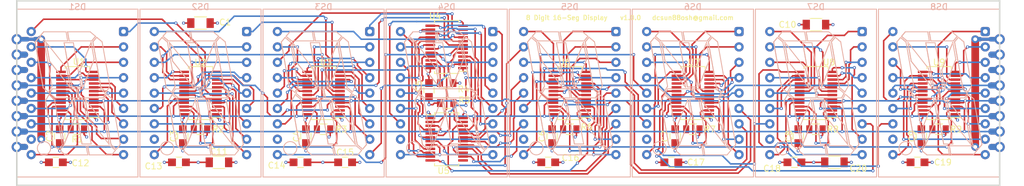
<source format=kicad_pcb>
(kicad_pcb (version 20171130) (host pcbnew "(5.1.5-1-g2528d3844)")
  (title_block (title "8 Digit 16-Segment Display") (date 2019-12-12) (rev v1.0.0))
  (layers (0 F.Cu signal) (1 In1.Cu power) (2 In2.Cu power) (31 B.Cu signal) (34 B.Paste user) (35 F.Paste user) (36 B.SilkS user) (37 F.SilkS user) (38 B.Mask user) (39 F.Mask user) (44 Edge.Cuts user))
  (net 0 "")
  (net 1 VCC)
  (net 2 GND)
  (net 3 VAA)
  (net 4 /SCLK)
  (net 5 /BLANK)
  (net 6 /LAT)
  (net 7 /SIN)
  (net 8 /SOUT)
  (net 9 "Net-(U2-Pad7)")
  (net 10 "Net-(U1-Pad5)")
  (net 11 "Net-(U3-Pad9)")
  (net 12 "Net-(U4-Pad11)")
  (net 13 "Net-(U5-Pad13)")
  (net 14 "Net-(U6-Pad15)")
  (net 15 "Net-(U7-Pad17)")
  (net 16 "Net-(U8-Pad19)")
  (net 17 /D1a)
  (net 18 /D1m)
  (net 19 /D1k)
  (net 20 /D1h)
  (net 21 /D1u)
  (net 22 /D1s)
  (net 23 /D1t)
  (net 24 /D1g)
  (net 25 /D1f)
  (net 26 /D1e)
  (net 27 /D1dp)
  (net 28 /D1d)
  (net 29 /D1r)
  (net 30 /D1p)
  (net 31 /D1c)
  (net 32 /D1n)
  (net 33 /D1b)
  (net 34 /D2b)
  (net 35 /D2n)
  (net 36 /D2c)
  (net 37 /D2p)
  (net 38 /D2r)
  (net 39 /D2d)
  (net 40 /D2dp)
  (net 41 /D2e)
  (net 42 /D2f)
  (net 43 /D2g)
  (net 44 /D2t)
  (net 45 /D2s)
  (net 46 /D2u)
  (net 47 /D2h)
  (net 48 /D2k)
  (net 49 /D2m)
  (net 50 /D2a)
  (net 51 /D3b)
  (net 52 /D3n)
  (net 53 /D3c)
  (net 54 /D3p)
  (net 55 /D3r)
  (net 56 /D3d)
  (net 57 /D3dp)
  (net 58 /D3e)
  (net 59 /D3f)
  (net 60 /D3g)
  (net 61 /D3t)
  (net 62 /D3s)
  (net 63 /D3u)
  (net 64 /D3h)
  (net 65 /D3k)
  (net 66 /D3m)
  (net 67 /D3a)
  (net 68 /D4b)
  (net 69 /D4n)
  (net 70 /D4c)
  (net 71 /D4p)
  (net 72 /D4r)
  (net 73 /D4d)
  (net 74 /D4dp)
  (net 75 /D4e)
  (net 76 /D4f)
  (net 77 /D4g)
  (net 78 /D4t)
  (net 79 /D4s)
  (net 80 /D4u)
  (net 81 /D4h)
  (net 82 /D4k)
  (net 83 /D4m)
  (net 84 /D4a)
  (net 85 /D5b)
  (net 86 /D5n)
  (net 87 /D5c)
  (net 88 /D5p)
  (net 89 /D5r)
  (net 90 /D5d)
  (net 91 /D5dp)
  (net 92 /D5e)
  (net 93 /D5f)
  (net 94 /D5g)
  (net 95 /D5t)
  (net 96 /D5s)
  (net 97 /D5u)
  (net 98 /D5h)
  (net 99 /D5k)
  (net 100 /D5m)
  (net 101 /D5a)
  (net 102 /D6b)
  (net 103 /D6n)
  (net 104 /D6c)
  (net 105 /D6p)
  (net 106 /D6r)
  (net 107 /D6d)
  (net 108 /D6dp)
  (net 109 /D6e)
  (net 110 /D6f)
  (net 111 /D6g)
  (net 112 /D6t)
  (net 113 /D6s)
  (net 114 /D6u)
  (net 115 /D6h)
  (net 116 /D6k)
  (net 117 /D6m)
  (net 118 /D6a)
  (net 119 /D7b)
  (net 120 /D7n)
  (net 121 /D7c)
  (net 122 /D7p)
  (net 123 /D7r)
  (net 124 /D7d)
  (net 125 /D7dp)
  (net 126 /D7e)
  (net 127 /D7f)
  (net 128 /D7g)
  (net 129 /D7t)
  (net 130 /D7s)
  (net 131 /D7u)
  (net 132 /D7h)
  (net 133 /D7k)
  (net 134 /D7m)
  (net 135 /D7a)
  (net 136 /D8b)
  (net 137 /D8n)
  (net 138 /D8c)
  (net 139 /D8p)
  (net 140 /D8r)
  (net 141 /D8d)
  (net 142 /D8dp)
  (net 143 /D8e)
  (net 144 /D8f)
  (net 145 /D8g)
  (net 146 /D8t)
  (net 147 /D8s)
  (net 148 /D8u)
  (net 149 /D8h)
  (net 150 /D8k)
  (net 151 /D8m)
  (net 152 /D8a)
  (net 153 /IREF1)
  (net 154 /IREF2)
  (net 155 /IREF3)
  (net 156 /IREF4)
  (net 157 /IREF5)
  (net 158 /IREF6)
  (net 159 /IREF7)
  (net 160 /IREF8)
  (net 161 /IREF9)
  (net 162 /SOUTIN12)
  (net 163 /SOUTIN23)
  (net 164 /SOUTIN34)
  (net 165 /SOUTIN45)
  (net 166 /SOUTIN56)
  (net 167 /SOUTIN67)
  (net 168 /SOUTIN78)
  (net 169 /SOUTIN89)
  (module Connector_PinSocket_2.54mm:PinSocket_1x08_P2.54mm_Vertical (layer F.Cu) (at 228.44 110.49 180)
    (fp_text reference P2 hide)
    (fp_text value CONN_01X08)
    (pad 8 thru_hole oval (at 0 17.78 180) (size 1.7 1.7) (drill 1) (layers *.Cu *.Mask) (net 3 VAA))
    (pad 7 thru_hole oval (at 0 15.24 180) (size 1.7 1.7) (drill 1) (layers *.Cu *.Mask) (net 1 VCC))
    (pad 6 thru_hole oval (at 0 12.7 180) (size 1.7 1.7) (drill 1) (layers *.Cu *.Mask) (net 2 GND))
    (pad 5 thru_hole oval (at 0 10.16 180) (size 1.7 1.7) (drill 1) (layers *.Cu *.Mask) (net 8 /SOUT))
    (pad 4 thru_hole oval (at 0 7.62 180) (size 1.7 1.7) (drill 1) (layers *.Cu *.Mask) (net 6 /LAT))
    (pad 3 thru_hole oval (at 0 5.08 180) (size 1.7 1.7) (drill 1) (layers *.Cu *.Mask) (net 5 /BLANK))
    (pad 2 thru_hole oval (at 0 2.54 180) (size 1.7 1.7) (drill 1) (layers *.Cu *.Mask) (net 4 /SCLK))
    (pad 1 thru_hole circle (at 0 0 180) (size 1.7 1.7) (drill 1) (layers *.Cu *.Mask) (net 2 GND))
  )
  (module Connector_PinSocket_2.54mm:PinSocket_1x08_P2.54mm_Vertical (layer F.Cu) (at 66.2 92.71)
    (fp_text reference P1 hide)
    (fp_text value CONN_01X08)
    (pad 8 thru_hole oval (at 0 17.78) (size 1.7 1.7) (drill 1) (layers *.Cu *.Mask) (net 2 GND))
    (pad 7 thru_hole oval (at 0 15.24) (size 1.7 1.7) (drill 1) (layers *.Cu *.Mask) (net 4 /SCLK))
    (pad 6 thru_hole oval (at 0 12.7) (size 1.7 1.7) (drill 1) (layers *.Cu *.Mask) (net 5 /BLANK))
    (pad 5 thru_hole oval (at 0 10.16) (size 1.7 1.7) (drill 1) (layers *.Cu *.Mask) (net 6 /LAT))
    (pad 4 thru_hole oval (at 0 7.62) (size 1.7 1.7) (drill 1) (layers *.Cu *.Mask) (net 7 /SIN))
    (pad 3 thru_hole oval (at 0 5.08) (size 1.7 1.7) (drill 1) (layers *.Cu *.Mask) (net 2 GND))
    (pad 2 thru_hole oval (at 0 2.54) (size 1.7 1.7) (drill 1) (layers *.Cu *.Mask) (net 1 VCC))
    (pad 1 thru_hole circle (at 0 0) (size 1.7 1.7) (drill 1) (layers *.Cu *.Mask) (net 3 VAA))
  )
  (module local:PSA08-11SRWA (layer B.Cu) (at 76.2 101.6 180)
    (fp_text reference DS1 (at 0 14.224) (layer B.SilkS) (effects (justify mirror)))
    (fp_text value PSA08-11SRWA)
    (pad 18 thru_hole circle (at 7.62 10.16 180) (size 1.524 1.524) (drill 0.762) (layers *.Cu *.Mask) (net 33 /D1b))
    (pad 17 thru_hole circle (at 7.62 7.62 180) (size 1.524 1.524) (drill 0.762) (layers *.Cu *.Mask) (net 32 /D1n))
    (pad 16 thru_hole circle (at 7.62 5.08 180) (size 1.524 1.524) (drill 0.762) (layers *.Cu *.Mask) (net 31 /D1c))
    (pad 15 thru_hole circle (at 7.62 2.54 180) (size 1.524 1.524) (drill 0.762) (layers *.Cu *.Mask) (net 30 /D1p))
    (pad 14 thru_hole circle (at 7.62 0 180) (size 1.524 1.524) (drill 0.762) (layers *.Cu *.Mask) (net 29 /D1r))
    (pad 13 thru_hole circle (at 7.62 -2.54 180) (size 1.524 1.524) (drill 0.762) (layers *.Cu *.Mask) (net 28 /D1d))
    (pad 12 thru_hole circle (at 7.62 -5.08 180) (size 1.524 1.524) (drill 0.762) (layers *.Cu *.Mask) (net 27 /D1dp))
    (pad 11 thru_hole circle (at 7.62 -7.62 180) (size 1.524 1.524) (drill 0.762) (layers *.Cu *.Mask) (net 3 VAA))
    (pad 10 thru_hole circle (at 7.62 -10.16 180) (size 1.524 1.524) (drill 0.762) (layers *.Cu *.Mask) (net 26 /D1e))
    (pad 9 thru_hole circle (at -7.62 -10.16 180) (size 1.524 1.524) (drill 0.762) (layers *.Cu *.Mask) (net 25 /D1f))
    (pad 8 thru_hole circle (at -7.62 -7.62 180) (size 1.524 1.524) (drill 0.762) (layers *.Cu *.Mask) (net 24 /D1g))
    (pad 7 thru_hole circle (at -7.62 -5.08 180) (size 1.524 1.524) (drill 0.762) (layers *.Cu *.Mask) (net 23 /D1t))
    (pad 6 thru_hole circle (at -7.62 -2.54 180) (size 1.524 1.524) (drill 0.762) (layers *.Cu *.Mask) (net 22 /D1s))
    (pad 5 thru_hole circle (at -7.62 0 180) (size 1.524 1.524) (drill 0.762) (layers *.Cu *.Mask) (net 21 /D1u))
    (pad 4 thru_hole circle (at -7.62 2.54 180) (size 1.524 1.524) (drill 0.762) (layers *.Cu *.Mask) (net 20 /D1h))
    (pad 3 thru_hole circle (at -7.62 5.08 180) (size 1.524 1.524) (drill 0.762) (layers *.Cu *.Mask) (net 19 /D1k))
    (pad 2 thru_hole circle (at -7.62 7.62 180) (size 1.524 1.524) (drill 0.762) (layers *.Cu *.Mask) (net 18 /D1m))
    (pad 1 thru_hole roundrect (at -7.62 10.16 180) (size 1.524 1.524) (drill 0.762) (layers *.Cu *.Mask) (net 17 /D1a))
  )
  (module local:PSA08-11SRWA (layer B.Cu) (at 218.44 101.6 180)
    (fp_text reference DS8 (at 0 14.224) (layer B.SilkS) (effects (justify mirror)))
    (fp_text value PSA08-11SRWA)
    (pad 18 thru_hole circle (at 7.62 10.16 180) (size 1.524 1.524) (drill 0.762) (layers *.Cu *.Mask) (net 136 /D8b))
    (pad 17 thru_hole circle (at 7.62 7.62 180) (size 1.524 1.524) (drill 0.762) (layers *.Cu *.Mask) (net 137 /D8n))
    (pad 16 thru_hole circle (at 7.62 5.08 180) (size 1.524 1.524) (drill 0.762) (layers *.Cu *.Mask) (net 138 /D8c))
    (pad 15 thru_hole circle (at 7.62 2.54 180) (size 1.524 1.524) (drill 0.762) (layers *.Cu *.Mask) (net 139 /D8p))
    (pad 14 thru_hole circle (at 7.62 0 180) (size 1.524 1.524) (drill 0.762) (layers *.Cu *.Mask) (net 140 /D8r))
    (pad 13 thru_hole circle (at 7.62 -2.54 180) (size 1.524 1.524) (drill 0.762) (layers *.Cu *.Mask) (net 141 /D8d))
    (pad 12 thru_hole circle (at 7.62 -5.08 180) (size 1.524 1.524) (drill 0.762) (layers *.Cu *.Mask) (net 142 /D8dp))
    (pad 11 thru_hole circle (at 7.62 -7.62 180) (size 1.524 1.524) (drill 0.762) (layers *.Cu *.Mask) (net 3 VAA))
    (pad 10 thru_hole circle (at 7.62 -10.16 180) (size 1.524 1.524) (drill 0.762) (layers *.Cu *.Mask) (net 143 /D8e))
    (pad 9 thru_hole circle (at -7.62 -10.16 180) (size 1.524 1.524) (drill 0.762) (layers *.Cu *.Mask) (net 144 /D8f))
    (pad 8 thru_hole circle (at -7.62 -7.62 180) (size 1.524 1.524) (drill 0.762) (layers *.Cu *.Mask) (net 145 /D8g))
    (pad 7 thru_hole circle (at -7.62 -5.08 180) (size 1.524 1.524) (drill 0.762) (layers *.Cu *.Mask) (net 146 /D8t))
    (pad 6 thru_hole circle (at -7.62 -2.54 180) (size 1.524 1.524) (drill 0.762) (layers *.Cu *.Mask) (net 147 /D8s))
    (pad 5 thru_hole circle (at -7.62 0 180) (size 1.524 1.524) (drill 0.762) (layers *.Cu *.Mask) (net 148 /D8u))
    (pad 4 thru_hole circle (at -7.62 2.54 180) (size 1.524 1.524) (drill 0.762) (layers *.Cu *.Mask) (net 149 /D8h))
    (pad 3 thru_hole circle (at -7.62 5.08 180) (size 1.524 1.524) (drill 0.762) (layers *.Cu *.Mask) (net 150 /D8k))
    (pad 2 thru_hole circle (at -7.62 7.62 180) (size 1.524 1.524) (drill 0.762) (layers *.Cu *.Mask) (net 151 /D8m))
    (pad 1 thru_hole roundrect (at -7.62 10.16 180) (size 1.524 1.524) (drill 0.762) (layers *.Cu *.Mask) (net 152 /D8a))
  )
  (module local:PSA08-11SRWA (layer B.Cu) (at 198.12 101.6 180)
    (fp_text reference DS7 (at 0 14.224) (layer B.SilkS) (effects (justify mirror)))
    (fp_text value PSA08-11SRWA)
    (pad 18 thru_hole circle (at 7.62 10.16 180) (size 1.524 1.524) (drill 0.762) (layers *.Cu *.Mask) (net 119 /D7b))
    (pad 17 thru_hole circle (at 7.62 7.62 180) (size 1.524 1.524) (drill 0.762) (layers *.Cu *.Mask) (net 120 /D7n))
    (pad 16 thru_hole circle (at 7.62 5.08 180) (size 1.524 1.524) (drill 0.762) (layers *.Cu *.Mask) (net 121 /D7c))
    (pad 15 thru_hole circle (at 7.62 2.54 180) (size 1.524 1.524) (drill 0.762) (layers *.Cu *.Mask) (net 122 /D7p))
    (pad 14 thru_hole circle (at 7.62 0 180) (size 1.524 1.524) (drill 0.762) (layers *.Cu *.Mask) (net 123 /D7r))
    (pad 13 thru_hole circle (at 7.62 -2.54 180) (size 1.524 1.524) (drill 0.762) (layers *.Cu *.Mask) (net 124 /D7d))
    (pad 12 thru_hole circle (at 7.62 -5.08 180) (size 1.524 1.524) (drill 0.762) (layers *.Cu *.Mask) (net 125 /D7dp))
    (pad 11 thru_hole circle (at 7.62 -7.62 180) (size 1.524 1.524) (drill 0.762) (layers *.Cu *.Mask) (net 3 VAA))
    (pad 10 thru_hole circle (at 7.62 -10.16 180) (size 1.524 1.524) (drill 0.762) (layers *.Cu *.Mask) (net 126 /D7e))
    (pad 9 thru_hole circle (at -7.62 -10.16 180) (size 1.524 1.524) (drill 0.762) (layers *.Cu *.Mask) (net 127 /D7f))
    (pad 8 thru_hole circle (at -7.62 -7.62 180) (size 1.524 1.524) (drill 0.762) (layers *.Cu *.Mask) (net 128 /D7g))
    (pad 7 thru_hole circle (at -7.62 -5.08 180) (size 1.524 1.524) (drill 0.762) (layers *.Cu *.Mask) (net 129 /D7t))
    (pad 6 thru_hole circle (at -7.62 -2.54 180) (size 1.524 1.524) (drill 0.762) (layers *.Cu *.Mask) (net 130 /D7s))
    (pad 5 thru_hole circle (at -7.62 0 180) (size 1.524 1.524) (drill 0.762) (layers *.Cu *.Mask) (net 131 /D7u))
    (pad 4 thru_hole circle (at -7.62 2.54 180) (size 1.524 1.524) (drill 0.762) (layers *.Cu *.Mask) (net 132 /D7h))
    (pad 3 thru_hole circle (at -7.62 5.08 180) (size 1.524 1.524) (drill 0.762) (layers *.Cu *.Mask) (net 133 /D7k))
    (pad 2 thru_hole circle (at -7.62 7.62 180) (size 1.524 1.524) (drill 0.762) (layers *.Cu *.Mask) (net 134 /D7m))
    (pad 1 thru_hole roundrect (at -7.62 10.16 180) (size 1.524 1.524) (drill 0.762) (layers *.Cu *.Mask) (net 135 /D7a))
  )
  (module local:PSA08-11SRWA (layer B.Cu) (at 177.8 101.6 180)
    (fp_text reference DS6 (at 0 14.224) (layer B.SilkS) (effects (justify mirror)))
    (fp_text value PSA08-11SRWA)
    (pad 18 thru_hole circle (at 7.62 10.16 180) (size 1.524 1.524) (drill 0.762) (layers *.Cu *.Mask) (net 102 /D6b))
    (pad 17 thru_hole circle (at 7.62 7.62 180) (size 1.524 1.524) (drill 0.762) (layers *.Cu *.Mask) (net 103 /D6n))
    (pad 16 thru_hole circle (at 7.62 5.08 180) (size 1.524 1.524) (drill 0.762) (layers *.Cu *.Mask) (net 104 /D6c))
    (pad 15 thru_hole circle (at 7.62 2.54 180) (size 1.524 1.524) (drill 0.762) (layers *.Cu *.Mask) (net 105 /D6p))
    (pad 14 thru_hole circle (at 7.62 0 180) (size 1.524 1.524) (drill 0.762) (layers *.Cu *.Mask) (net 106 /D6r))
    (pad 13 thru_hole circle (at 7.62 -2.54 180) (size 1.524 1.524) (drill 0.762) (layers *.Cu *.Mask) (net 107 /D6d))
    (pad 12 thru_hole circle (at 7.62 -5.08 180) (size 1.524 1.524) (drill 0.762) (layers *.Cu *.Mask) (net 108 /D6dp))
    (pad 11 thru_hole circle (at 7.62 -7.62 180) (size 1.524 1.524) (drill 0.762) (layers *.Cu *.Mask) (net 3 VAA))
    (pad 10 thru_hole circle (at 7.62 -10.16 180) (size 1.524 1.524) (drill 0.762) (layers *.Cu *.Mask) (net 109 /D6e))
    (pad 9 thru_hole circle (at -7.62 -10.16 180) (size 1.524 1.524) (drill 0.762) (layers *.Cu *.Mask) (net 110 /D6f))
    (pad 8 thru_hole circle (at -7.62 -7.62 180) (size 1.524 1.524) (drill 0.762) (layers *.Cu *.Mask) (net 111 /D6g))
    (pad 7 thru_hole circle (at -7.62 -5.08 180) (size 1.524 1.524) (drill 0.762) (layers *.Cu *.Mask) (net 112 /D6t))
    (pad 6 thru_hole circle (at -7.62 -2.54 180) (size 1.524 1.524) (drill 0.762) (layers *.Cu *.Mask) (net 113 /D6s))
    (pad 5 thru_hole circle (at -7.62 0 180) (size 1.524 1.524) (drill 0.762) (layers *.Cu *.Mask) (net 114 /D6u))
    (pad 4 thru_hole circle (at -7.62 2.54 180) (size 1.524 1.524) (drill 0.762) (layers *.Cu *.Mask) (net 115 /D6h))
    (pad 3 thru_hole circle (at -7.62 5.08 180) (size 1.524 1.524) (drill 0.762) (layers *.Cu *.Mask) (net 116 /D6k))
    (pad 2 thru_hole circle (at -7.62 7.62 180) (size 1.524 1.524) (drill 0.762) (layers *.Cu *.Mask) (net 117 /D6m))
    (pad 1 thru_hole roundrect (at -7.62 10.16 180) (size 1.524 1.524) (drill 0.762) (layers *.Cu *.Mask) (net 118 /D6a))
  )
  (module local:PSA08-11SRWA (layer B.Cu) (at 157.48 101.6 180)
    (fp_text reference DS5 (at 0 14.224) (layer B.SilkS) (effects (justify mirror)))
    (fp_text value PSA08-11SRWA)
    (pad 18 thru_hole circle (at 7.62 10.16 180) (size 1.524 1.524) (drill 0.762) (layers *.Cu *.Mask) (net 85 /D5b))
    (pad 17 thru_hole circle (at 7.62 7.62 180) (size 1.524 1.524) (drill 0.762) (layers *.Cu *.Mask) (net 86 /D5n))
    (pad 16 thru_hole circle (at 7.62 5.08 180) (size 1.524 1.524) (drill 0.762) (layers *.Cu *.Mask) (net 87 /D5c))
    (pad 15 thru_hole circle (at 7.62 2.54 180) (size 1.524 1.524) (drill 0.762) (layers *.Cu *.Mask) (net 88 /D5p))
    (pad 14 thru_hole circle (at 7.62 0 180) (size 1.524 1.524) (drill 0.762) (layers *.Cu *.Mask) (net 89 /D5r))
    (pad 13 thru_hole circle (at 7.62 -2.54 180) (size 1.524 1.524) (drill 0.762) (layers *.Cu *.Mask) (net 90 /D5d))
    (pad 12 thru_hole circle (at 7.62 -5.08 180) (size 1.524 1.524) (drill 0.762) (layers *.Cu *.Mask) (net 91 /D5dp))
    (pad 11 thru_hole circle (at 7.62 -7.62 180) (size 1.524 1.524) (drill 0.762) (layers *.Cu *.Mask) (net 3 VAA))
    (pad 10 thru_hole circle (at 7.62 -10.16 180) (size 1.524 1.524) (drill 0.762) (layers *.Cu *.Mask) (net 92 /D5e))
    (pad 9 thru_hole circle (at -7.62 -10.16 180) (size 1.524 1.524) (drill 0.762) (layers *.Cu *.Mask) (net 93 /D5f))
    (pad 8 thru_hole circle (at -7.62 -7.62 180) (size 1.524 1.524) (drill 0.762) (layers *.Cu *.Mask) (net 94 /D5g))
    (pad 7 thru_hole circle (at -7.62 -5.08 180) (size 1.524 1.524) (drill 0.762) (layers *.Cu *.Mask) (net 95 /D5t))
    (pad 6 thru_hole circle (at -7.62 -2.54 180) (size 1.524 1.524) (drill 0.762) (layers *.Cu *.Mask) (net 96 /D5s))
    (pad 5 thru_hole circle (at -7.62 0 180) (size 1.524 1.524) (drill 0.762) (layers *.Cu *.Mask) (net 97 /D5u))
    (pad 4 thru_hole circle (at -7.62 2.54 180) (size 1.524 1.524) (drill 0.762) (layers *.Cu *.Mask) (net 98 /D5h))
    (pad 3 thru_hole circle (at -7.62 5.08 180) (size 1.524 1.524) (drill 0.762) (layers *.Cu *.Mask) (net 99 /D5k))
    (pad 2 thru_hole circle (at -7.62 7.62 180) (size 1.524 1.524) (drill 0.762) (layers *.Cu *.Mask) (net 100 /D5m))
    (pad 1 thru_hole roundrect (at -7.62 10.16 180) (size 1.524 1.524) (drill 0.762) (layers *.Cu *.Mask) (net 101 /D5a))
  )
  (module local:PSA08-11SRWA (layer B.Cu) (at 137.16 101.6 180)
    (fp_text reference DS4 (at 0 14.224) (layer B.SilkS) (effects (justify mirror)))
    (fp_text value PSA08-11SRWA)
    (pad 18 thru_hole circle (at 7.62 10.16 180) (size 1.524 1.524) (drill 0.762) (layers *.Cu *.Mask) (net 68 /D4b))
    (pad 17 thru_hole circle (at 7.62 7.62 180) (size 1.524 1.524) (drill 0.762) (layers *.Cu *.Mask) (net 69 /D4n))
    (pad 16 thru_hole circle (at 7.62 5.08 180) (size 1.524 1.524) (drill 0.762) (layers *.Cu *.Mask) (net 70 /D4c))
    (pad 15 thru_hole circle (at 7.62 2.54 180) (size 1.524 1.524) (drill 0.762) (layers *.Cu *.Mask) (net 71 /D4p))
    (pad 14 thru_hole circle (at 7.62 0 180) (size 1.524 1.524) (drill 0.762) (layers *.Cu *.Mask) (net 72 /D4r))
    (pad 13 thru_hole circle (at 7.62 -2.54 180) (size 1.524 1.524) (drill 0.762) (layers *.Cu *.Mask) (net 73 /D4d))
    (pad 12 thru_hole circle (at 7.62 -5.08 180) (size 1.524 1.524) (drill 0.762) (layers *.Cu *.Mask) (net 74 /D4dp))
    (pad 11 thru_hole circle (at 7.62 -7.62 180) (size 1.524 1.524) (drill 0.762) (layers *.Cu *.Mask) (net 3 VAA))
    (pad 10 thru_hole circle (at 7.62 -10.16 180) (size 1.524 1.524) (drill 0.762) (layers *.Cu *.Mask) (net 75 /D4e))
    (pad 9 thru_hole circle (at -7.62 -10.16 180) (size 1.524 1.524) (drill 0.762) (layers *.Cu *.Mask) (net 76 /D4f))
    (pad 8 thru_hole circle (at -7.62 -7.62 180) (size 1.524 1.524) (drill 0.762) (layers *.Cu *.Mask) (net 77 /D4g))
    (pad 7 thru_hole circle (at -7.62 -5.08 180) (size 1.524 1.524) (drill 0.762) (layers *.Cu *.Mask) (net 78 /D4t))
    (pad 6 thru_hole circle (at -7.62 -2.54 180) (size 1.524 1.524) (drill 0.762) (layers *.Cu *.Mask) (net 79 /D4s))
    (pad 5 thru_hole circle (at -7.62 0 180) (size 1.524 1.524) (drill 0.762) (layers *.Cu *.Mask) (net 80 /D4u))
    (pad 4 thru_hole circle (at -7.62 2.54 180) (size 1.524 1.524) (drill 0.762) (layers *.Cu *.Mask) (net 81 /D4h))
    (pad 3 thru_hole circle (at -7.62 5.08 180) (size 1.524 1.524) (drill 0.762) (layers *.Cu *.Mask) (net 82 /D4k))
    (pad 2 thru_hole circle (at -7.62 7.62 180) (size 1.524 1.524) (drill 0.762) (layers *.Cu *.Mask) (net 83 /D4m))
    (pad 1 thru_hole roundrect (at -7.62 10.16 180) (size 1.524 1.524) (drill 0.762) (layers *.Cu *.Mask) (net 84 /D4a))
  )
  (module local:PSA08-11SRWA (layer B.Cu) (at 116.84 101.6 180)
    (fp_text reference DS3 (at 0 14.224) (layer B.SilkS) (effects (justify mirror)))
    (fp_text value PSA08-11SRWA)
    (pad 18 thru_hole circle (at 7.62 10.16 180) (size 1.524 1.524) (drill 0.762) (layers *.Cu *.Mask) (net 51 /D3b))
    (pad 17 thru_hole circle (at 7.62 7.62 180) (size 1.524 1.524) (drill 0.762) (layers *.Cu *.Mask) (net 52 /D3n))
    (pad 16 thru_hole circle (at 7.62 5.08 180) (size 1.524 1.524) (drill 0.762) (layers *.Cu *.Mask) (net 53 /D3c))
    (pad 15 thru_hole circle (at 7.62 2.54 180) (size 1.524 1.524) (drill 0.762) (layers *.Cu *.Mask) (net 54 /D3p))
    (pad 14 thru_hole circle (at 7.62 0 180) (size 1.524 1.524) (drill 0.762) (layers *.Cu *.Mask) (net 55 /D3r))
    (pad 13 thru_hole circle (at 7.62 -2.54 180) (size 1.524 1.524) (drill 0.762) (layers *.Cu *.Mask) (net 56 /D3d))
    (pad 12 thru_hole circle (at 7.62 -5.08 180) (size 1.524 1.524) (drill 0.762) (layers *.Cu *.Mask) (net 57 /D3dp))
    (pad 11 thru_hole circle (at 7.62 -7.62 180) (size 1.524 1.524) (drill 0.762) (layers *.Cu *.Mask) (net 3 VAA))
    (pad 10 thru_hole circle (at 7.62 -10.16 180) (size 1.524 1.524) (drill 0.762) (layers *.Cu *.Mask) (net 58 /D3e))
    (pad 9 thru_hole circle (at -7.62 -10.16 180) (size 1.524 1.524) (drill 0.762) (layers *.Cu *.Mask) (net 59 /D3f))
    (pad 8 thru_hole circle (at -7.62 -7.62 180) (size 1.524 1.524) (drill 0.762) (layers *.Cu *.Mask) (net 60 /D3g))
    (pad 7 thru_hole circle (at -7.62 -5.08 180) (size 1.524 1.524) (drill 0.762) (layers *.Cu *.Mask) (net 61 /D3t))
    (pad 6 thru_hole circle (at -7.62 -2.54 180) (size 1.524 1.524) (drill 0.762) (layers *.Cu *.Mask) (net 62 /D3s))
    (pad 5 thru_hole circle (at -7.62 0 180) (size 1.524 1.524) (drill 0.762) (layers *.Cu *.Mask) (net 63 /D3u))
    (pad 4 thru_hole circle (at -7.62 2.54 180) (size 1.524 1.524) (drill 0.762) (layers *.Cu *.Mask) (net 64 /D3h))
    (pad 3 thru_hole circle (at -7.62 5.08 180) (size 1.524 1.524) (drill 0.762) (layers *.Cu *.Mask) (net 65 /D3k))
    (pad 2 thru_hole circle (at -7.62 7.62 180) (size 1.524 1.524) (drill 0.762) (layers *.Cu *.Mask) (net 66 /D3m))
    (pad 1 thru_hole roundrect (at -7.62 10.16 180) (size 1.524 1.524) (drill 0.762) (layers *.Cu *.Mask) (net 67 /D3a))
  )
  (module local:PSA08-11SRWA (layer B.Cu) (at 96.52 101.6 180)
    (fp_text reference DS2 (at 0 14.224) (layer B.SilkS) (effects (justify mirror)))
    (fp_text value PSA08-11SRWA)
    (pad 18 thru_hole circle (at 7.62 10.16 180) (size 1.524 1.524) (drill 0.762) (layers *.Cu *.Mask) (net 34 /D2b))
    (pad 17 thru_hole circle (at 7.62 7.62 180) (size 1.524 1.524) (drill 0.762) (layers *.Cu *.Mask) (net 35 /D2n))
    (pad 16 thru_hole circle (at 7.62 5.08 180) (size 1.524 1.524) (drill 0.762) (layers *.Cu *.Mask) (net 36 /D2c))
    (pad 15 thru_hole circle (at 7.62 2.54 180) (size 1.524 1.524) (drill 0.762) (layers *.Cu *.Mask) (net 37 /D2p))
    (pad 14 thru_hole circle (at 7.62 0 180) (size 1.524 1.524) (drill 0.762) (layers *.Cu *.Mask) (net 38 /D2r))
    (pad 13 thru_hole circle (at 7.62 -2.54 180) (size 1.524 1.524) (drill 0.762) (layers *.Cu *.Mask) (net 39 /D2d))
    (pad 12 thru_hole circle (at 7.62 -5.08 180) (size 1.524 1.524) (drill 0.762) (layers *.Cu *.Mask) (net 40 /D2dp))
    (pad 11 thru_hole circle (at 7.62 -7.62 180) (size 1.524 1.524) (drill 0.762) (layers *.Cu *.Mask) (net 3 VAA))
    (pad 10 thru_hole circle (at 7.62 -10.16 180) (size 1.524 1.524) (drill 0.762) (layers *.Cu *.Mask) (net 41 /D2e))
    (pad 9 thru_hole circle (at -7.62 -10.16 180) (size 1.524 1.524) (drill 0.762) (layers *.Cu *.Mask) (net 42 /D2f))
    (pad 8 thru_hole circle (at -7.62 -7.62 180) (size 1.524 1.524) (drill 0.762) (layers *.Cu *.Mask) (net 43 /D2g))
    (pad 7 thru_hole circle (at -7.62 -5.08 180) (size 1.524 1.524) (drill 0.762) (layers *.Cu *.Mask) (net 44 /D2t))
    (pad 6 thru_hole circle (at -7.62 -2.54 180) (size 1.524 1.524) (drill 0.762) (layers *.Cu *.Mask) (net 45 /D2s))
    (pad 5 thru_hole circle (at -7.62 0 180) (size 1.524 1.524) (drill 0.762) (layers *.Cu *.Mask) (net 46 /D2u))
    (pad 4 thru_hole circle (at -7.62 2.54 180) (size 1.524 1.524) (drill 0.762) (layers *.Cu *.Mask) (net 47 /D2h))
    (pad 3 thru_hole circle (at -7.62 5.08 180) (size 1.524 1.524) (drill 0.762) (layers *.Cu *.Mask) (net 48 /D2k))
    (pad 2 thru_hole circle (at -7.62 7.62 180) (size 1.524 1.524) (drill 0.762) (layers *.Cu *.Mask) (net 49 /D2m))
    (pad 1 thru_hole roundrect (at -7.62 10.16 180) (size 1.524 1.524) (drill 0.762) (layers *.Cu *.Mask) (net 50 /D2a))
  )
  (module TestPoint:TestPoint_Pad_D1.0mm (layer F.Cu) (at 67.564 95.25)
    (fp_text reference REF** hide)
    (fp_text value TestPoint_Pad_D1.0mm)
    (pad 1 smd circle (at 0 0) (size 1 1) (layers F.Cu F.Mask) (net 1 VCC))
  )
  (module TestPoint:TestPoint_Pad_D1.0mm (layer B.Cu) (at 67.564 110.49)
    (fp_text reference REF** hide)
    (fp_text value TestPoint_Pad_D1.0mm)
    (pad 1 smd circle (at 0 0) (size 1 1) (layers B.Cu B.Mask) (net 2 GND))
  )
  (module TestPoint:TestPoint_Pad_D1.0mm (layer B.Cu) (at 67.564 107.95)
    (fp_text reference REF** hide)
    (fp_text value TestPoint_Pad_D1.0mm)
    (pad 1 smd circle (at 0 0) (size 1 1) (layers B.Cu B.Mask) (net 4 /SCLK))
  )
  (module TestPoint:TestPoint_Pad_D1.0mm (layer B.Cu) (at 67.564 105.41)
    (fp_text reference REF** hide)
    (fp_text value TestPoint_Pad_D1.0mm)
    (pad 1 smd circle (at 0 0) (size 1 1) (layers B.Cu B.Mask) (net 5 /BLANK))
  )
  (module TestPoint:TestPoint_Pad_D1.0mm (layer B.Cu) (at 67.564 102.87)
    (fp_text reference REF** hide)
    (fp_text value TestPoint_Pad_D1.0mm)
    (pad 1 smd circle (at 0 0) (size 1 1) (layers B.Cu B.Mask) (net 6 /LAT))
  )
  (module TestPoint:TestPoint_Pad_D1.0mm (layer B.Cu) (at 67.564 100.33)
    (fp_text reference REF** hide)
    (fp_text value TestPoint_Pad_D1.0mm)
    (pad 1 smd circle (at 0 0) (size 1 1) (layers B.Cu B.Mask) (net 7 /SIN))
  )
  (module TestPoint:TestPoint_Pad_D1.0mm (layer B.Cu) (at 67.564 97.79)
    (fp_text reference REF** hide)
    (fp_text value TestPoint_Pad_D1.0mm)
    (pad 1 smd circle (at 0 0) (size 1 1) (layers B.Cu B.Mask) (net 2 GND))
  )
  (module TestPoint:TestPoint_Pad_D1.0mm (layer B.Cu) (at 67.564 95.25)
    (fp_text reference REF** hide)
    (fp_text value TestPoint_Pad_D1.0mm)
    (pad 1 smd circle (at 0 0) (size 1 1) (layers B.Cu B.Mask) (net 1 VCC))
  )
  (module TestPoint:TestPoint_Pad_D1.0mm (layer B.Cu) (at 227.076 95.25)
    (fp_text reference REF** hide)
    (fp_text value TestPoint_Pad_D1.0mm)
    (pad 1 smd circle (at 0 0) (size 1 1) (layers B.Cu B.Mask) (net 1 VCC))
  )
  (module TestPoint:TestPoint_Pad_D1.0mm (layer B.Cu) (at 227.076 97.79)
    (fp_text reference REF** hide)
    (fp_text value TestPoint_Pad_D1.0mm)
    (pad 1 smd circle (at 0 0) (size 1 1) (layers B.Cu B.Mask) (net 2 GND))
  )
  (module TestPoint:TestPoint_Pad_D1.0mm (layer B.Cu) (at 227.076 100.33)
    (fp_text reference REF** hide)
    (fp_text value TestPoint_Pad_D1.0mm)
    (pad 1 smd circle (at 0 0) (size 1 1) (layers B.Cu B.Mask) (net 8 /SOUT))
  )
  (module TestPoint:TestPoint_Pad_D1.0mm (layer B.Cu) (at 227.076 102.87)
    (fp_text reference REF** hide)
    (fp_text value TestPoint_Pad_D1.0mm)
    (pad 1 smd circle (at 0 0) (size 1 1) (layers B.Cu B.Mask) (net 6 /LAT))
  )
  (module TestPoint:TestPoint_Pad_D1.0mm (layer B.Cu) (at 227.076 105.41)
    (fp_text reference REF** hide)
    (fp_text value TestPoint_Pad_D1.0mm)
    (pad 1 smd circle (at 0 0) (size 1 1) (layers B.Cu B.Mask) (net 5 /BLANK))
  )
  (module TestPoint:TestPoint_Pad_D1.0mm (layer B.Cu) (at 227.076 107.95)
    (fp_text reference REF** hide)
    (fp_text value TestPoint_Pad_D1.0mm)
    (pad 1 smd circle (at 0 0) (size 1 1) (layers B.Cu B.Mask) (net 4 /SCLK))
  )
  (module TestPoint:TestPoint_Pad_D1.0mm (layer B.Cu) (at 227.076 110.49)
    (fp_text reference REF** hide)
    (fp_text value TestPoint_Pad_D1.0mm)
    (pad 1 smd circle (at 0 0) (size 1 1) (layers B.Cu B.Mask) (net 2 GND))
  )
  (module TestPoint:TestPoint_Pad_D1.0mm (layer F.Cu) (at 227.076 110.49)
    (fp_text reference REF** hide)
    (fp_text value TestPoint_Pad_D1.0mm)
    (pad 1 smd circle (at 0 0) (size 1 1) (layers F.Cu F.Mask) (net 2 GND))
  )
  (module TestPoint:TestPoint_Pad_D1.0mm (layer F.Cu) (at 227.076 107.95)
    (fp_text reference REF** hide)
    (fp_text value TestPoint_Pad_D1.0mm)
    (pad 1 smd circle (at 0 0) (size 1 1) (layers F.Cu F.Mask) (net 4 /SCLK))
  )
  (module TestPoint:TestPoint_Pad_D1.0mm (layer F.Cu) (at 227.076 105.41)
    (fp_text reference REF** hide)
    (fp_text value TestPoint_Pad_D1.0mm)
    (pad 1 smd circle (at 0 0) (size 1 1) (layers F.Cu F.Mask) (net 5 /BLANK))
  )
  (module TestPoint:TestPoint_Pad_D1.0mm (layer F.Cu) (at 227.076 102.87)
    (fp_text reference REF** hide)
    (fp_text value TestPoint_Pad_D1.0mm)
    (pad 1 smd circle (at 0 0) (size 1 1) (layers F.Cu F.Mask) (net 6 /LAT))
  )
  (module TestPoint:TestPoint_Pad_D1.0mm (layer F.Cu) (at 227.076 100.33)
    (fp_text reference REF** hide)
    (fp_text value TestPoint_Pad_D1.0mm)
    (pad 1 smd circle (at 0 0) (size 1 1) (layers F.Cu F.Mask) (net 8 /SOUT))
  )
  (module TestPoint:TestPoint_Pad_D1.0mm (layer F.Cu) (at 227.076 97.79)
    (fp_text reference REF** hide)
    (fp_text value TestPoint_Pad_D1.0mm)
    (pad 1 smd circle (at 0 0) (size 1 1) (layers F.Cu F.Mask) (net 2 GND))
  )
  (module TestPoint:TestPoint_Pad_D1.0mm (layer F.Cu) (at 227.076 95.25)
    (fp_text reference REF** hide)
    (fp_text value TestPoint_Pad_D1.0mm)
    (pad 1 smd circle (at 0 0) (size 1 1) (layers F.Cu F.Mask) (net 1 VCC))
  )
  (module TestPoint:TestPoint_Pad_D1.0mm (layer F.Cu) (at 67.564 110.49)
    (fp_text reference REF** hide)
    (fp_text value TestPoint_Pad_D1.0mm)
    (pad 1 smd circle (at 0 0) (size 1 1) (layers F.Cu F.Mask) (net 2 GND))
  )
  (module TestPoint:TestPoint_Pad_D1.0mm (layer F.Cu) (at 67.564 107.95)
    (fp_text reference REF** hide)
    (fp_text value TestPoint_Pad_D1.0mm)
    (pad 1 smd circle (at 0 0) (size 1 1) (layers F.Cu F.Mask) (net 4 /SCLK))
  )
  (module TestPoint:TestPoint_Pad_D1.0mm (layer F.Cu) (at 67.564 105.41)
    (fp_text reference REF** hide)
    (fp_text value TestPoint_Pad_D1.0mm)
    (pad 1 smd circle (at 0 0) (size 1 1) (layers F.Cu F.Mask) (net 5 /BLANK))
  )
  (module TestPoint:TestPoint_Pad_D1.0mm (layer F.Cu) (at 67.564 102.87)
    (fp_text reference REF** hide)
    (fp_text value TestPoint_Pad_D1.0mm)
    (pad 1 smd circle (at 0 0) (size 1 1) (layers F.Cu F.Mask) (net 6 /LAT))
  )
  (module TestPoint:TestPoint_Pad_D1.0mm (layer F.Cu) (at 67.564 100.33)
    (fp_text reference REF** hide)
    (fp_text value TestPoint_Pad_D1.0mm)
    (pad 1 smd circle (at 0 0) (size 1 1) (layers F.Cu F.Mask) (net 7 /SIN))
  )
  (module TestPoint:TestPoint_Pad_D1.0mm (layer F.Cu) (at 67.564 97.79)
    (fp_text reference REF** hide)
    (fp_text value TestPoint_Pad_D1.0mm)
    (pad 1 smd circle (at 0 0) (size 1 1) (layers F.Cu F.Mask) (net 2 GND))
  )
  (module local:C_1206_HandSoldering (layer F.Cu) (at 201.168 113.03 180)
    (fp_text reference C20 (at -3.937 -1.016) (layer F.SilkS))
    (fp_text value 10uF)
    (pad 2 smd rect (at 1.6 0 180) (size 1.2 1.6) (layers F.Cu F.Paste F.Mask) (net 2 GND))
    (pad 1 smd rect (at -1.6 0 180) (size 1.2 1.6) (layers F.Cu F.Paste F.Mask) (net 3 VAA))
  )
  (module local:C_1206_HandSoldering (layer F.Cu) (at 198.12 90.297)
    (fp_text reference C10 (at -4.699 0) (layer F.SilkS))
    (fp_text value 10uF)
    (pad 2 smd rect (at 1.6 0) (size 1.2 1.6) (layers F.Cu F.Paste F.Mask) (net 2 GND))
    (pad 1 smd rect (at -1.6 0) (size 1.2 1.6) (layers F.Cu F.Paste F.Mask) (net 1 VCC))
  )
  (module local:SSOP-24_3.9x8.65mm_Pitch0.635mm (layer F.Cu) (at 218.44 101.6 180)
    (fp_text reference U9 (at 0 5.08) (layer F.SilkS))
    (fp_text value TLC59282_REV)
    (pad 24 smd rect (at 2.7 -3.4925 180) (size 1.6 0.4) (layers F.Cu F.Paste F.Mask) (net 1 VCC) (clearance 0.235))
    (pad 23 smd rect (at 2.7 -2.8575 180) (size 1.6 0.4) (layers F.Cu F.Paste F.Mask) (net 161 /IREF9) (clearance 0.235))
    (pad 22 smd rect (at 2.7 -2.2225 180) (size 1.6 0.4) (layers F.Cu F.Paste F.Mask) (net 8 /SOUT) (clearance 0.235))
    (pad 21 smd rect (at 2.7 -1.5875 180) (size 1.6 0.4) (layers F.Cu F.Paste F.Mask) (net 5 /BLANK) (clearance 0.235))
    (pad 20 smd rect (at 2.7 -0.9525 180) (size 1.6 0.4) (layers F.Cu F.Paste F.Mask) (net 152 /D8a) (clearance 0.235))
    (pad 19 smd rect (at 2.7 -0.3175 180) (size 1.6 0.4) (layers F.Cu F.Paste F.Mask) (net 136 /D8b) (clearance 0.235))
    (pad 18 smd rect (at 2.7 0.3175 180) (size 1.6 0.4) (layers F.Cu F.Paste F.Mask) (net 138 /D8c) (clearance 0.235))
    (pad 17 smd rect (at 2.7 0.9525 180) (size 1.6 0.4) (layers F.Cu F.Paste F.Mask) (net 141 /D8d) (clearance 0.235))
    (pad 16 smd rect (at 2.7 1.5875 180) (size 1.6 0.4) (layers F.Cu F.Paste F.Mask) (net 143 /D8e) (clearance 0.235))
    (pad 15 smd rect (at 2.7 2.2225 180) (size 1.6 0.4) (layers F.Cu F.Paste F.Mask) (net 144 /D8f) (clearance 0.235))
    (pad 14 smd rect (at 2.7 2.8575 180) (size 1.6 0.4) (layers F.Cu F.Paste F.Mask) (net 145 /D8g) (clearance 0.235))
    (pad 13 smd rect (at 2.7 3.4925 180) (size 1.6 0.4) (layers F.Cu F.Paste F.Mask) (net 149 /D8h) (clearance 0.235))
    (pad 12 smd rect (at -2.7 3.4925 180) (size 1.6 0.4) (layers F.Cu F.Paste F.Mask) (net 150 /D8k) (clearance 0.235))
    (pad 11 smd rect (at -2.7 2.8575 180) (size 1.6 0.4) (layers F.Cu F.Paste F.Mask) (net 151 /D8m) (clearance 0.235))
    (pad 10 smd rect (at -2.7 2.2225 180) (size 1.6 0.4) (layers F.Cu F.Paste F.Mask) (net 137 /D8n) (clearance 0.235))
    (pad 9 smd rect (at -2.7 1.5875 180) (size 1.6 0.4) (layers F.Cu F.Paste F.Mask) (net 139 /D8p) (clearance 0.235))
    (pad 8 smd rect (at -2.7 0.9525 180) (size 1.6 0.4) (layers F.Cu F.Paste F.Mask) (net 140 /D8r) (clearance 0.235))
    (pad 7 smd rect (at -2.7 0.3175 180) (size 1.6 0.4) (layers F.Cu F.Paste F.Mask) (net 147 /D8s) (clearance 0.235))
    (pad 6 smd rect (at -2.7 -0.3175 180) (size 1.6 0.4) (layers F.Cu F.Paste F.Mask) (net 146 /D8t) (clearance 0.235))
    (pad 5 smd rect (at -2.7 -0.9525 180) (size 1.6 0.4) (layers F.Cu F.Paste F.Mask) (net 148 /D8u) (clearance 0.235))
    (pad 4 smd rect (at -2.7 -1.5875 180) (size 1.6 0.4) (layers F.Cu F.Paste F.Mask) (net 6 /LAT) (clearance 0.235))
    (pad 3 smd rect (at -2.7 -2.2225 180) (size 1.6 0.4) (layers F.Cu F.Paste F.Mask) (net 4 /SCLK) (clearance 0.235))
    (pad 2 smd rect (at -2.7 -2.8575 180) (size 1.6 0.4) (layers F.Cu F.Paste F.Mask) (net 169 /SOUTIN89) (clearance 0.235))
    (pad 1 smd rect (at -2.7 -3.4925 180) (size 1.6 0.4) (layers F.Cu F.Paste F.Mask) (net 2 GND) (clearance 0.235))
  )
  (module local:SSOP-24_3.9x8.65mm_Pitch0.635mm (layer F.Cu) (at 198.12 101.6 180)
    (fp_text reference U8 (at -2.159 5.08) (layer F.SilkS))
    (fp_text value TLC59282_REV)
    (pad 24 smd rect (at 2.7 -3.4925 180) (size 1.6 0.4) (layers F.Cu F.Paste F.Mask) (net 1 VCC) (clearance 0.235))
    (pad 23 smd rect (at 2.7 -2.8575 180) (size 1.6 0.4) (layers F.Cu F.Paste F.Mask) (net 160 /IREF8) (clearance 0.235))
    (pad 22 smd rect (at 2.7 -2.2225 180) (size 1.6 0.4) (layers F.Cu F.Paste F.Mask) (net 169 /SOUTIN89) (clearance 0.235))
    (pad 21 smd rect (at 2.7 -1.5875 180) (size 1.6 0.4) (layers F.Cu F.Paste F.Mask) (net 5 /BLANK) (clearance 0.235))
    (pad 20 smd rect (at 2.7 -0.9525 180) (size 1.6 0.4) (layers F.Cu F.Paste F.Mask) (net 142 /D8dp) (clearance 0.235))
    (pad 19 smd rect (at 2.7 -0.3175 180) (size 1.6 0.4) (layers F.Cu F.Paste F.Mask) (net 16 "Net-(U8-Pad19)") (clearance 0.235))
    (pad 18 smd rect (at 2.7 0.3175 180) (size 1.6 0.4) (layers F.Cu F.Paste F.Mask) (net 135 /D7a) (clearance 0.235))
    (pad 17 smd rect (at 2.7 0.9525 180) (size 1.6 0.4) (layers F.Cu F.Paste F.Mask) (net 119 /D7b) (clearance 0.235))
    (pad 16 smd rect (at 2.7 1.5875 180) (size 1.6 0.4) (layers F.Cu F.Paste F.Mask) (net 121 /D7c) (clearance 0.235))
    (pad 15 smd rect (at 2.7 2.2225 180) (size 1.6 0.4) (layers F.Cu F.Paste F.Mask) (net 124 /D7d) (clearance 0.235))
    (pad 14 smd rect (at 2.7 2.8575 180) (size 1.6 0.4) (layers F.Cu F.Paste F.Mask) (net 126 /D7e) (clearance 0.235))
    (pad 13 smd rect (at 2.7 3.4925 180) (size 1.6 0.4) (layers F.Cu F.Paste F.Mask) (net 127 /D7f) (clearance 0.235))
    (pad 12 smd rect (at -2.7 3.4925 180) (size 1.6 0.4) (layers F.Cu F.Paste F.Mask) (net 128 /D7g) (clearance 0.235))
    (pad 11 smd rect (at -2.7 2.8575 180) (size 1.6 0.4) (layers F.Cu F.Paste F.Mask) (net 132 /D7h) (clearance 0.235))
    (pad 10 smd rect (at -2.7 2.2225 180) (size 1.6 0.4) (layers F.Cu F.Paste F.Mask) (net 133 /D7k) (clearance 0.235))
    (pad 9 smd rect (at -2.7 1.5875 180) (size 1.6 0.4) (layers F.Cu F.Paste F.Mask) (net 134 /D7m) (clearance 0.235))
    (pad 8 smd rect (at -2.7 0.9525 180) (size 1.6 0.4) (layers F.Cu F.Paste F.Mask) (net 120 /D7n) (clearance 0.235))
    (pad 7 smd rect (at -2.7 0.3175 180) (size 1.6 0.4) (layers F.Cu F.Paste F.Mask) (net 122 /D7p) (clearance 0.235))
    (pad 6 smd rect (at -2.7 -0.3175 180) (size 1.6 0.4) (layers F.Cu F.Paste F.Mask) (net 123 /D7r) (clearance 0.235))
    (pad 5 smd rect (at -2.7 -0.9525 180) (size 1.6 0.4) (layers F.Cu F.Paste F.Mask) (net 130 /D7s) (clearance 0.235))
    (pad 4 smd rect (at -2.7 -1.5875 180) (size 1.6 0.4) (layers F.Cu F.Paste F.Mask) (net 6 /LAT) (clearance 0.235))
    (pad 3 smd rect (at -2.7 -2.2225 180) (size 1.6 0.4) (layers F.Cu F.Paste F.Mask) (net 4 /SCLK) (clearance 0.235))
    (pad 2 smd rect (at -2.7 -2.8575 180) (size 1.6 0.4) (layers F.Cu F.Paste F.Mask) (net 168 /SOUTIN78) (clearance 0.235))
    (pad 1 smd rect (at -2.7 -3.4925 180) (size 1.6 0.4) (layers F.Cu F.Paste F.Mask) (net 2 GND) (clearance 0.235))
  )
  (module local:SSOP-24_3.9x8.65mm_Pitch0.635mm (layer F.Cu) (at 177.8 101.6 180)
    (fp_text reference U7 (at -0.127 5.08) (layer F.SilkS))
    (fp_text value TLC59282_REV)
    (pad 24 smd rect (at 2.7 -3.4925 180) (size 1.6 0.4) (layers F.Cu F.Paste F.Mask) (net 1 VCC) (clearance 0.235))
    (pad 23 smd rect (at 2.7 -2.8575 180) (size 1.6 0.4) (layers F.Cu F.Paste F.Mask) (net 159 /IREF7) (clearance 0.235))
    (pad 22 smd rect (at 2.7 -2.2225 180) (size 1.6 0.4) (layers F.Cu F.Paste F.Mask) (net 168 /SOUTIN78) (clearance 0.235))
    (pad 21 smd rect (at 2.7 -1.5875 180) (size 1.6 0.4) (layers F.Cu F.Paste F.Mask) (net 5 /BLANK) (clearance 0.235))
    (pad 20 smd rect (at 2.7 -0.9525 180) (size 1.6 0.4) (layers F.Cu F.Paste F.Mask) (net 129 /D7t) (clearance 0.235))
    (pad 19 smd rect (at 2.7 -0.3175 180) (size 1.6 0.4) (layers F.Cu F.Paste F.Mask) (net 131 /D7u) (clearance 0.235))
    (pad 18 smd rect (at 2.7 0.3175 180) (size 1.6 0.4) (layers F.Cu F.Paste F.Mask) (net 125 /D7dp) (clearance 0.235))
    (pad 17 smd rect (at 2.7 0.9525 180) (size 1.6 0.4) (layers F.Cu F.Paste F.Mask) (net 15 "Net-(U7-Pad17)") (clearance 0.235))
    (pad 16 smd rect (at 2.7 1.5875 180) (size 1.6 0.4) (layers F.Cu F.Paste F.Mask) (net 118 /D6a) (clearance 0.235))
    (pad 15 smd rect (at 2.7 2.2225 180) (size 1.6 0.4) (layers F.Cu F.Paste F.Mask) (net 102 /D6b) (clearance 0.235))
    (pad 14 smd rect (at 2.7 2.8575 180) (size 1.6 0.4) (layers F.Cu F.Paste F.Mask) (net 104 /D6c) (clearance 0.235))
    (pad 13 smd rect (at 2.7 3.4925 180) (size 1.6 0.4) (layers F.Cu F.Paste F.Mask) (net 107 /D6d) (clearance 0.235))
    (pad 12 smd rect (at -2.7 3.4925 180) (size 1.6 0.4) (layers F.Cu F.Paste F.Mask) (net 109 /D6e) (clearance 0.235))
    (pad 11 smd rect (at -2.7 2.8575 180) (size 1.6 0.4) (layers F.Cu F.Paste F.Mask) (net 110 /D6f) (clearance 0.235))
    (pad 10 smd rect (at -2.7 2.2225 180) (size 1.6 0.4) (layers F.Cu F.Paste F.Mask) (net 111 /D6g) (clearance 0.235))
    (pad 9 smd rect (at -2.7 1.5875 180) (size 1.6 0.4) (layers F.Cu F.Paste F.Mask) (net 115 /D6h) (clearance 0.235))
    (pad 8 smd rect (at -2.7 0.9525 180) (size 1.6 0.4) (layers F.Cu F.Paste F.Mask) (net 116 /D6k) (clearance 0.235))
    (pad 7 smd rect (at -2.7 0.3175 180) (size 1.6 0.4) (layers F.Cu F.Paste F.Mask) (net 117 /D6m) (clearance 0.235))
    (pad 6 smd rect (at -2.7 -0.3175 180) (size 1.6 0.4) (layers F.Cu F.Paste F.Mask) (net 103 /D6n) (clearance 0.235))
    (pad 5 smd rect (at -2.7 -0.9525 180) (size 1.6 0.4) (layers F.Cu F.Paste F.Mask) (net 105 /D6p) (clearance 0.235))
    (pad 4 smd rect (at -2.7 -1.5875 180) (size 1.6 0.4) (layers F.Cu F.Paste F.Mask) (net 6 /LAT) (clearance 0.235))
    (pad 3 smd rect (at -2.7 -2.2225 180) (size 1.6 0.4) (layers F.Cu F.Paste F.Mask) (net 4 /SCLK) (clearance 0.235))
    (pad 2 smd rect (at -2.7 -2.8575 180) (size 1.6 0.4) (layers F.Cu F.Paste F.Mask) (net 167 /SOUTIN67) (clearance 0.235))
    (pad 1 smd rect (at -2.7 -3.4925 180) (size 1.6 0.4) (layers F.Cu F.Paste F.Mask) (net 2 GND) (clearance 0.235))
  )
  (module local:SSOP-24_3.9x8.65mm_Pitch0.635mm (layer F.Cu) (at 157.48 101.6 180)
    (fp_text reference U6 (at 0.889 5.08) (layer F.SilkS))
    (fp_text value TLC59282_REV)
    (pad 24 smd rect (at 2.7 -3.4925 180) (size 1.6 0.4) (layers F.Cu F.Paste F.Mask) (net 1 VCC) (clearance 0.235))
    (pad 23 smd rect (at 2.7 -2.8575 180) (size 1.6 0.4) (layers F.Cu F.Paste F.Mask) (net 158 /IREF6) (clearance 0.235))
    (pad 22 smd rect (at 2.7 -2.2225 180) (size 1.6 0.4) (layers F.Cu F.Paste F.Mask) (net 167 /SOUTIN67) (clearance 0.235))
    (pad 21 smd rect (at 2.7 -1.5875 180) (size 1.6 0.4) (layers F.Cu F.Paste F.Mask) (net 5 /BLANK) (clearance 0.235))
    (pad 20 smd rect (at 2.7 -0.9525 180) (size 1.6 0.4) (layers F.Cu F.Paste F.Mask) (net 106 /D6r) (clearance 0.235))
    (pad 19 smd rect (at 2.7 -0.3175 180) (size 1.6 0.4) (layers F.Cu F.Paste F.Mask) (net 113 /D6s) (clearance 0.235))
    (pad 18 smd rect (at 2.7 0.3175 180) (size 1.6 0.4) (layers F.Cu F.Paste F.Mask) (net 112 /D6t) (clearance 0.235))
    (pad 17 smd rect (at 2.7 0.9525 180) (size 1.6 0.4) (layers F.Cu F.Paste F.Mask) (net 114 /D6u) (clearance 0.235))
    (pad 16 smd rect (at 2.7 1.5875 180) (size 1.6 0.4) (layers F.Cu F.Paste F.Mask) (net 108 /D6dp) (clearance 0.235))
    (pad 15 smd rect (at 2.7 2.2225 180) (size 1.6 0.4) (layers F.Cu F.Paste F.Mask) (net 14 "Net-(U6-Pad15)") (clearance 0.235))
    (pad 14 smd rect (at 2.7 2.8575 180) (size 1.6 0.4) (layers F.Cu F.Paste F.Mask) (net 101 /D5a) (clearance 0.235))
    (pad 13 smd rect (at 2.7 3.4925 180) (size 1.6 0.4) (layers F.Cu F.Paste F.Mask) (net 85 /D5b) (clearance 0.235))
    (pad 12 smd rect (at -2.7 3.4925 180) (size 1.6 0.4) (layers F.Cu F.Paste F.Mask) (net 87 /D5c) (clearance 0.235))
    (pad 11 smd rect (at -2.7 2.8575 180) (size 1.6 0.4) (layers F.Cu F.Paste F.Mask) (net 90 /D5d) (clearance 0.235))
    (pad 10 smd rect (at -2.7 2.2225 180) (size 1.6 0.4) (layers F.Cu F.Paste F.Mask) (net 92 /D5e) (clearance 0.235))
    (pad 9 smd rect (at -2.7 1.5875 180) (size 1.6 0.4) (layers F.Cu F.Paste F.Mask) (net 93 /D5f) (clearance 0.235))
    (pad 8 smd rect (at -2.7 0.9525 180) (size 1.6 0.4) (layers F.Cu F.Paste F.Mask) (net 94 /D5g) (clearance 0.235))
    (pad 7 smd rect (at -2.7 0.3175 180) (size 1.6 0.4) (layers F.Cu F.Paste F.Mask) (net 98 /D5h) (clearance 0.235))
    (pad 6 smd rect (at -2.7 -0.3175 180) (size 1.6 0.4) (layers F.Cu F.Paste F.Mask) (net 99 /D5k) (clearance 0.235))
    (pad 5 smd rect (at -2.7 -0.9525 180) (size 1.6 0.4) (layers F.Cu F.Paste F.Mask) (net 100 /D5m) (clearance 0.235))
    (pad 4 smd rect (at -2.7 -1.5875 180) (size 1.6 0.4) (layers F.Cu F.Paste F.Mask) (net 6 /LAT) (clearance 0.235))
    (pad 3 smd rect (at -2.7 -2.2225 180) (size 1.6 0.4) (layers F.Cu F.Paste F.Mask) (net 4 /SCLK) (clearance 0.235))
    (pad 2 smd rect (at -2.7 -2.8575 180) (size 1.6 0.4) (layers F.Cu F.Paste F.Mask) (net 166 /SOUTIN56) (clearance 0.235))
    (pad 1 smd rect (at -2.7 -3.4925 180) (size 1.6 0.4) (layers F.Cu F.Paste F.Mask) (net 2 GND) (clearance 0.235))
  )
  (module local:SSOP-24_3.9x8.65mm_Pitch0.635mm (layer F.Cu) (at 137.16 109.22)
    (fp_text reference U5 (at -0.508 5.207) (layer F.SilkS))
    (fp_text value TLC59282_REV)
    (pad 24 smd rect (at 2.7 -3.4925) (size 1.6 0.4) (layers F.Cu F.Paste F.Mask) (net 1 VCC) (clearance 0.235))
    (pad 23 smd rect (at 2.7 -2.8575) (size 1.6 0.4) (layers F.Cu F.Paste F.Mask) (net 157 /IREF5) (clearance 0.235))
    (pad 22 smd rect (at 2.7 -2.2225) (size 1.6 0.4) (layers F.Cu F.Paste F.Mask) (net 166 /SOUTIN56) (clearance 0.235))
    (pad 21 smd rect (at 2.7 -1.5875) (size 1.6 0.4) (layers F.Cu F.Paste F.Mask) (net 5 /BLANK) (clearance 0.235))
    (pad 20 smd rect (at 2.7 -0.9525) (size 1.6 0.4) (layers F.Cu F.Paste F.Mask) (net 86 /D5n) (clearance 0.235))
    (pad 19 smd rect (at 2.7 -0.3175) (size 1.6 0.4) (layers F.Cu F.Paste F.Mask) (net 88 /D5p) (clearance 0.235))
    (pad 18 smd rect (at 2.7 0.3175) (size 1.6 0.4) (layers F.Cu F.Paste F.Mask) (net 89 /D5r) (clearance 0.235))
    (pad 17 smd rect (at 2.7 0.9525) (size 1.6 0.4) (layers F.Cu F.Paste F.Mask) (net 96 /D5s) (clearance 0.235))
    (pad 16 smd rect (at 2.7 1.5875) (size 1.6 0.4) (layers F.Cu F.Paste F.Mask) (net 95 /D5t) (clearance 0.235))
    (pad 15 smd rect (at 2.7 2.2225) (size 1.6 0.4) (layers F.Cu F.Paste F.Mask) (net 97 /D5u) (clearance 0.235))
    (pad 14 smd rect (at 2.7 2.8575) (size 1.6 0.4) (layers F.Cu F.Paste F.Mask) (net 91 /D5dp) (clearance 0.235))
    (pad 13 smd rect (at 2.7 3.4925) (size 1.6 0.4) (layers F.Cu F.Paste F.Mask) (net 13 "Net-(U5-Pad13)") (clearance 0.235))
    (pad 12 smd rect (at -2.7 3.4925) (size 1.6 0.4) (layers F.Cu F.Paste F.Mask) (net 84 /D4a) (clearance 0.235))
    (pad 11 smd rect (at -2.7 2.8575) (size 1.6 0.4) (layers F.Cu F.Paste F.Mask) (net 68 /D4b) (clearance 0.235))
    (pad 10 smd rect (at -2.7 2.2225) (size 1.6 0.4) (layers F.Cu F.Paste F.Mask) (net 70 /D4c) (clearance 0.235))
    (pad 9 smd rect (at -2.7 1.5875) (size 1.6 0.4) (layers F.Cu F.Paste F.Mask) (net 73 /D4d) (clearance 0.235))
    (pad 8 smd rect (at -2.7 0.9525) (size 1.6 0.4) (layers F.Cu F.Paste F.Mask) (net 75 /D4e) (clearance 0.235))
    (pad 7 smd rect (at -2.7 0.3175) (size 1.6 0.4) (layers F.Cu F.Paste F.Mask) (net 76 /D4f) (clearance 0.235))
    (pad 6 smd rect (at -2.7 -0.3175) (size 1.6 0.4) (layers F.Cu F.Paste F.Mask) (net 77 /D4g) (clearance 0.235))
    (pad 5 smd rect (at -2.7 -0.9525) (size 1.6 0.4) (layers F.Cu F.Paste F.Mask) (net 81 /D4h) (clearance 0.235))
    (pad 4 smd rect (at -2.7 -1.5875) (size 1.6 0.4) (layers F.Cu F.Paste F.Mask) (net 6 /LAT) (clearance 0.235))
    (pad 3 smd rect (at -2.7 -2.2225) (size 1.6 0.4) (layers F.Cu F.Paste F.Mask) (net 4 /SCLK) (clearance 0.235))
    (pad 2 smd rect (at -2.7 -2.8575) (size 1.6 0.4) (layers F.Cu F.Paste F.Mask) (net 165 /SOUTIN45) (clearance 0.235))
    (pad 1 smd rect (at -2.7 -3.4925) (size 1.6 0.4) (layers F.Cu F.Paste F.Mask) (net 2 GND) (clearance 0.235))
  )
  (module local:SSOP-24_3.9x8.65mm_Pitch0.635mm (layer F.Cu) (at 137.16 93.98 180)
    (fp_text reference U4 (at 1.905 5.08) (layer F.SilkS))
    (fp_text value TLC59282_REV)
    (pad 24 smd rect (at 2.7 -3.4925 180) (size 1.6 0.4) (layers F.Cu F.Paste F.Mask) (net 1 VCC) (clearance 0.235))
    (pad 23 smd rect (at 2.7 -2.8575 180) (size 1.6 0.4) (layers F.Cu F.Paste F.Mask) (net 156 /IREF4) (clearance 0.235))
    (pad 22 smd rect (at 2.7 -2.2225 180) (size 1.6 0.4) (layers F.Cu F.Paste F.Mask) (net 165 /SOUTIN45) (clearance 0.235))
    (pad 21 smd rect (at 2.7 -1.5875 180) (size 1.6 0.4) (layers F.Cu F.Paste F.Mask) (net 5 /BLANK) (clearance 0.235))
    (pad 20 smd rect (at 2.7 -0.9525 180) (size 1.6 0.4) (layers F.Cu F.Paste F.Mask) (net 82 /D4k) (clearance 0.235))
    (pad 19 smd rect (at 2.7 -0.3175 180) (size 1.6 0.4) (layers F.Cu F.Paste F.Mask) (net 83 /D4m) (clearance 0.235))
    (pad 18 smd rect (at 2.7 0.3175 180) (size 1.6 0.4) (layers F.Cu F.Paste F.Mask) (net 69 /D4n) (clearance 0.235))
    (pad 17 smd rect (at 2.7 0.9525 180) (size 1.6 0.4) (layers F.Cu F.Paste F.Mask) (net 71 /D4p) (clearance 0.235))
    (pad 16 smd rect (at 2.7 1.5875 180) (size 1.6 0.4) (layers F.Cu F.Paste F.Mask) (net 72 /D4r) (clearance 0.235))
    (pad 15 smd rect (at 2.7 2.2225 180) (size 1.6 0.4) (layers F.Cu F.Paste F.Mask) (net 79 /D4s) (clearance 0.235))
    (pad 14 smd rect (at 2.7 2.8575 180) (size 1.6 0.4) (layers F.Cu F.Paste F.Mask) (net 78 /D4t) (clearance 0.235))
    (pad 13 smd rect (at 2.7 3.4925 180) (size 1.6 0.4) (layers F.Cu F.Paste F.Mask) (net 80 /D4u) (clearance 0.235))
    (pad 12 smd rect (at -2.7 3.4925 180) (size 1.6 0.4) (layers F.Cu F.Paste F.Mask) (net 74 /D4dp) (clearance 0.235))
    (pad 11 smd rect (at -2.7 2.8575 180) (size 1.6 0.4) (layers F.Cu F.Paste F.Mask) (net 12 "Net-(U4-Pad11)") (clearance 0.235))
    (pad 10 smd rect (at -2.7 2.2225 180) (size 1.6 0.4) (layers F.Cu F.Paste F.Mask) (net 67 /D3a) (clearance 0.235))
    (pad 9 smd rect (at -2.7 1.5875 180) (size 1.6 0.4) (layers F.Cu F.Paste F.Mask) (net 51 /D3b) (clearance 0.235))
    (pad 8 smd rect (at -2.7 0.9525 180) (size 1.6 0.4) (layers F.Cu F.Paste F.Mask) (net 53 /D3c) (clearance 0.235))
    (pad 7 smd rect (at -2.7 0.3175 180) (size 1.6 0.4) (layers F.Cu F.Paste F.Mask) (net 56 /D3d) (clearance 0.235))
    (pad 6 smd rect (at -2.7 -0.3175 180) (size 1.6 0.4) (layers F.Cu F.Paste F.Mask) (net 58 /D3e) (clearance 0.235))
    (pad 5 smd rect (at -2.7 -0.9525 180) (size 1.6 0.4) (layers F.Cu F.Paste F.Mask) (net 59 /D3f) (clearance 0.235))
    (pad 4 smd rect (at -2.7 -1.5875 180) (size 1.6 0.4) (layers F.Cu F.Paste F.Mask) (net 6 /LAT) (clearance 0.235))
    (pad 3 smd rect (at -2.7 -2.2225 180) (size 1.6 0.4) (layers F.Cu F.Paste F.Mask) (net 4 /SCLK) (clearance 0.235))
    (pad 2 smd rect (at -2.7 -2.8575 180) (size 1.6 0.4) (layers F.Cu F.Paste F.Mask) (net 164 /SOUTIN34) (clearance 0.235))
    (pad 1 smd rect (at -2.7 -3.4925 180) (size 1.6 0.4) (layers F.Cu F.Paste F.Mask) (net 2 GND) (clearance 0.235))
  )
  (module local:SSOP-24_3.9x8.65mm_Pitch0.635mm (layer F.Cu) (at 116.84 101.6 180)
    (fp_text reference U3 (at -0.381 5.08) (layer F.SilkS))
    (fp_text value TLC59282_REV)
    (pad 24 smd rect (at 2.7 -3.4925 180) (size 1.6 0.4) (layers F.Cu F.Paste F.Mask) (net 1 VCC) (clearance 0.235))
    (pad 23 smd rect (at 2.7 -2.8575 180) (size 1.6 0.4) (layers F.Cu F.Paste F.Mask) (net 155 /IREF3) (clearance 0.235))
    (pad 22 smd rect (at 2.7 -2.2225 180) (size 1.6 0.4) (layers F.Cu F.Paste F.Mask) (net 164 /SOUTIN34) (clearance 0.235))
    (pad 21 smd rect (at 2.7 -1.5875 180) (size 1.6 0.4) (layers F.Cu F.Paste F.Mask) (net 5 /BLANK) (clearance 0.235))
    (pad 20 smd rect (at 2.7 -0.9525 180) (size 1.6 0.4) (layers F.Cu F.Paste F.Mask) (net 60 /D3g) (clearance 0.235))
    (pad 19 smd rect (at 2.7 -0.3175 180) (size 1.6 0.4) (layers F.Cu F.Paste F.Mask) (net 64 /D3h) (clearance 0.235))
    (pad 18 smd rect (at 2.7 0.3175 180) (size 1.6 0.4) (layers F.Cu F.Paste F.Mask) (net 65 /D3k) (clearance 0.235))
    (pad 17 smd rect (at 2.7 0.9525 180) (size 1.6 0.4) (layers F.Cu F.Paste F.Mask) (net 66 /D3m) (clearance 0.235))
    (pad 16 smd rect (at 2.7 1.5875 180) (size 1.6 0.4) (layers F.Cu F.Paste F.Mask) (net 52 /D3n) (clearance 0.235))
    (pad 15 smd rect (at 2.7 2.2225 180) (size 1.6 0.4) (layers F.Cu F.Paste F.Mask) (net 54 /D3p) (clearance 0.235))
    (pad 14 smd rect (at 2.7 2.8575 180) (size 1.6 0.4) (layers F.Cu F.Paste F.Mask) (net 55 /D3r) (clearance 0.235))
    (pad 13 smd rect (at 2.7 3.4925 180) (size 1.6 0.4) (layers F.Cu F.Paste F.Mask) (net 62 /D3s) (clearance 0.235))
    (pad 12 smd rect (at -2.7 3.4925 180) (size 1.6 0.4) (layers F.Cu F.Paste F.Mask) (net 61 /D3t) (clearance 0.235))
    (pad 11 smd rect (at -2.7 2.8575 180) (size 1.6 0.4) (layers F.Cu F.Paste F.Mask) (net 63 /D3u) (clearance 0.235))
    (pad 10 smd rect (at -2.7 2.2225 180) (size 1.6 0.4) (layers F.Cu F.Paste F.Mask) (net 57 /D3dp) (clearance 0.235))
    (pad 9 smd rect (at -2.7 1.5875 180) (size 1.6 0.4) (layers F.Cu F.Paste F.Mask) (net 11 "Net-(U3-Pad9)") (clearance 0.235))
    (pad 8 smd rect (at -2.7 0.9525 180) (size 1.6 0.4) (layers F.Cu F.Paste F.Mask) (net 50 /D2a) (clearance 0.235))
    (pad 7 smd rect (at -2.7 0.3175 180) (size 1.6 0.4) (layers F.Cu F.Paste F.Mask) (net 34 /D2b) (clearance 0.235))
    (pad 6 smd rect (at -2.7 -0.3175 180) (size 1.6 0.4) (layers F.Cu F.Paste F.Mask) (net 36 /D2c) (clearance 0.235))
    (pad 5 smd rect (at -2.7 -0.9525 180) (size 1.6 0.4) (layers F.Cu F.Paste F.Mask) (net 39 /D2d) (clearance 0.235))
    (pad 4 smd rect (at -2.7 -1.5875 180) (size 1.6 0.4) (layers F.Cu F.Paste F.Mask) (net 6 /LAT) (clearance 0.235))
    (pad 3 smd rect (at -2.7 -2.2225 180) (size 1.6 0.4) (layers F.Cu F.Paste F.Mask) (net 4 /SCLK) (clearance 0.235))
    (pad 2 smd rect (at -2.7 -2.8575 180) (size 1.6 0.4) (layers F.Cu F.Paste F.Mask) (net 163 /SOUTIN23) (clearance 0.235))
    (pad 1 smd rect (at -2.7 -3.4925 180) (size 1.6 0.4) (layers F.Cu F.Paste F.Mask) (net 2 GND) (clearance 0.235))
  )
  (module local:SSOP-24_3.9x8.65mm_Pitch0.635mm (layer F.Cu) (at 96.52 101.6 180)
    (fp_text reference U2 (at 0 5.08) (layer F.SilkS))
    (fp_text value TLC59282_REV)
    (pad 24 smd rect (at 2.7 -3.4925 180) (size 1.6 0.4) (layers F.Cu F.Paste F.Mask) (net 1 VCC) (clearance 0.235))
    (pad 23 smd rect (at 2.7 -2.8575 180) (size 1.6 0.4) (layers F.Cu F.Paste F.Mask) (net 154 /IREF2) (clearance 0.235))
    (pad 22 smd rect (at 2.7 -2.2225 180) (size 1.6 0.4) (layers F.Cu F.Paste F.Mask) (net 163 /SOUTIN23) (clearance 0.235))
    (pad 21 smd rect (at 2.7 -1.5875 180) (size 1.6 0.4) (layers F.Cu F.Paste F.Mask) (net 5 /BLANK) (clearance 0.235))
    (pad 20 smd rect (at 2.7 -0.9525 180) (size 1.6 0.4) (layers F.Cu F.Paste F.Mask) (net 41 /D2e) (clearance 0.235))
    (pad 19 smd rect (at 2.7 -0.3175 180) (size 1.6 0.4) (layers F.Cu F.Paste F.Mask) (net 42 /D2f) (clearance 0.235))
    (pad 18 smd rect (at 2.7 0.3175 180) (size 1.6 0.4) (layers F.Cu F.Paste F.Mask) (net 43 /D2g) (clearance 0.235))
    (pad 17 smd rect (at 2.7 0.9525 180) (size 1.6 0.4) (layers F.Cu F.Paste F.Mask) (net 47 /D2h) (clearance 0.235))
    (pad 16 smd rect (at 2.7 1.5875 180) (size 1.6 0.4) (layers F.Cu F.Paste F.Mask) (net 48 /D2k) (clearance 0.235))
    (pad 15 smd rect (at 2.7 2.2225 180) (size 1.6 0.4) (layers F.Cu F.Paste F.Mask) (net 49 /D2m) (clearance 0.235))
    (pad 14 smd rect (at 2.7 2.8575 180) (size 1.6 0.4) (layers F.Cu F.Paste F.Mask) (net 35 /D2n) (clearance 0.235))
    (pad 13 smd rect (at 2.7 3.4925 180) (size 1.6 0.4) (layers F.Cu F.Paste F.Mask) (net 37 /D2p) (clearance 0.235))
    (pad 12 smd rect (at -2.7 3.4925 180) (size 1.6 0.4) (layers F.Cu F.Paste F.Mask) (net 38 /D2r) (clearance 0.235))
    (pad 11 smd rect (at -2.7 2.8575 180) (size 1.6 0.4) (layers F.Cu F.Paste F.Mask) (net 45 /D2s) (clearance 0.235))
    (pad 10 smd rect (at -2.7 2.2225 180) (size 1.6 0.4) (layers F.Cu F.Paste F.Mask) (net 44 /D2t) (clearance 0.235))
    (pad 9 smd rect (at -2.7 1.5875 180) (size 1.6 0.4) (layers F.Cu F.Paste F.Mask) (net 46 /D2u) (clearance 0.235))
    (pad 8 smd rect (at -2.7 0.9525 180) (size 1.6 0.4) (layers F.Cu F.Paste F.Mask) (net 40 /D2dp) (clearance 0.235))
    (pad 7 smd rect (at -2.7 0.3175 180) (size 1.6 0.4) (layers F.Cu F.Paste F.Mask) (net 9 "Net-(U2-Pad7)") (clearance 0.235))
    (pad 6 smd rect (at -2.7 -0.3175 180) (size 1.6 0.4) (layers F.Cu F.Paste F.Mask) (net 17 /D1a) (clearance 0.235))
    (pad 5 smd rect (at -2.7 -0.9525 180) (size 1.6 0.4) (layers F.Cu F.Paste F.Mask) (net 33 /D1b) (clearance 0.235))
    (pad 4 smd rect (at -2.7 -1.5875 180) (size 1.6 0.4) (layers F.Cu F.Paste F.Mask) (net 6 /LAT) (clearance 0.235))
    (pad 3 smd rect (at -2.7 -2.2225 180) (size 1.6 0.4) (layers F.Cu F.Paste F.Mask) (net 4 /SCLK) (clearance 0.235))
    (pad 2 smd rect (at -2.7 -2.8575 180) (size 1.6 0.4) (layers F.Cu F.Paste F.Mask) (net 162 /SOUTIN12) (clearance 0.235))
    (pad 1 smd rect (at -2.7 -3.4925 180) (size 1.6 0.4) (layers F.Cu F.Paste F.Mask) (net 2 GND) (clearance 0.235))
  )
  (module local:R_0805_HandSoldering (layer F.Cu) (at 218.44 107.569)
    (fp_text reference R9 (at 2.794 0) (layer F.SilkS))
    (fp_text value 5.11K)
    (pad 1 smd rect (at -1.1 0) (size 1 1.3) (layers F.Cu F.Paste F.Mask) (net 161 /IREF9))
    (pad 2 smd rect (at 1.1 0) (size 1 1.3) (layers F.Cu F.Paste F.Mask) (net 2 GND))
  )
  (module local:R_0805_HandSoldering (layer F.Cu) (at 198.12 107.569)
    (fp_text reference R8 (at 2.794 0) (layer F.SilkS))
    (fp_text value 5.11K)
    (pad 1 smd rect (at -1.1 0) (size 1 1.3) (layers F.Cu F.Paste F.Mask) (net 160 /IREF8))
    (pad 2 smd rect (at 1.1 0) (size 1 1.3) (layers F.Cu F.Paste F.Mask) (net 2 GND))
  )
  (module local:R_0805_HandSoldering (layer F.Cu) (at 177.8 107.569)
    (fp_text reference R7 (at 2.794 0) (layer F.SilkS))
    (fp_text value 5.11K)
    (pad 1 smd rect (at -1.1 0) (size 1 1.3) (layers F.Cu F.Paste F.Mask) (net 159 /IREF7))
    (pad 2 smd rect (at 1.1 0) (size 1 1.3) (layers F.Cu F.Paste F.Mask) (net 2 GND))
  )
  (module local:R_0805_HandSoldering (layer F.Cu) (at 157.48 107.569)
    (fp_text reference R6 (at 2.794 -0.381) (layer F.SilkS))
    (fp_text value 5.11K)
    (pad 1 smd rect (at -1.1 0) (size 1 1.3) (layers F.Cu F.Paste F.Mask) (net 158 /IREF6))
    (pad 2 smd rect (at 1.1 0) (size 1 1.3) (layers F.Cu F.Paste F.Mask) (net 2 GND))
  )
  (module local:R_0805_HandSoldering (layer F.Cu) (at 137.16 103.251 180)
    (fp_text reference R5 (at -2.921 0.508) (layer F.SilkS))
    (fp_text value 5.11K)
    (pad 1 smd rect (at -1.1 0 180) (size 1 1.3) (layers F.Cu F.Paste F.Mask) (net 157 /IREF5))
    (pad 2 smd rect (at 1.1 0 180) (size 1 1.3) (layers F.Cu F.Paste F.Mask) (net 2 GND))
  )
  (module local:R_0805_HandSoldering (layer F.Cu) (at 137.16 99.949)
    (fp_text reference R4 (at 2.794 1.016) (layer F.SilkS))
    (fp_text value 5.11K)
    (pad 1 smd rect (at -1.1 0) (size 1 1.3) (layers F.Cu F.Paste F.Mask) (net 156 /IREF4))
    (pad 2 smd rect (at 1.1 0) (size 1 1.3) (layers F.Cu F.Paste F.Mask) (net 2 GND))
  )
  (module local:R_0805_HandSoldering (layer F.Cu) (at 116.84 107.569)
    (fp_text reference R3 (at 2.921 0) (layer F.SilkS))
    (fp_text value 5.11K)
    (pad 1 smd rect (at -1.1 0) (size 1 1.3) (layers F.Cu F.Paste F.Mask) (net 155 /IREF3))
    (pad 2 smd rect (at 1.1 0) (size 1 1.3) (layers F.Cu F.Paste F.Mask) (net 2 GND))
  )
  (module local:R_0805_HandSoldering (layer F.Cu) (at 96.52 107.569)
    (fp_text reference R2 (at 2.921 0) (layer F.SilkS))
    (fp_text value 5.11K)
    (pad 1 smd rect (at -1.1 0) (size 1 1.3) (layers F.Cu F.Paste F.Mask) (net 154 /IREF2))
    (pad 2 smd rect (at 1.1 0) (size 1 1.3) (layers F.Cu F.Paste F.Mask) (net 2 GND))
  )
  (module local:C_0805_HandSoldering (layer F.Cu) (at 214.884 113.03)
    (fp_text reference C19 (at 4.191 0) (layer F.SilkS))
    (fp_text value 0.1uF)
    (pad 1 smd rect (at -1.15 0) (size 1.3 1.25) (layers F.Cu F.Paste F.Mask) (net 3 VAA))
    (pad 2 smd rect (at 1.15 0) (size 1.3 1.25) (layers F.Cu F.Paste F.Mask) (net 2 GND))
  )
  (module local:C_0805_HandSoldering (layer F.Cu) (at 194.564 113.03)
    (fp_text reference C18 (at -3.683 1.016) (layer F.SilkS))
    (fp_text value 0.1uF)
    (pad 1 smd rect (at -1.15 0) (size 1.3 1.25) (layers F.Cu F.Paste F.Mask) (net 3 VAA))
    (pad 2 smd rect (at 1.15 0) (size 1.3 1.25) (layers F.Cu F.Paste F.Mask) (net 2 GND))
  )
  (module local:C_0805_HandSoldering (layer F.Cu) (at 174.244 113.03)
    (fp_text reference C17 (at 4.064 0) (layer F.SilkS))
    (fp_text value 0.1uF)
    (pad 1 smd rect (at -1.15 0) (size 1.3 1.25) (layers F.Cu F.Paste F.Mask) (net 3 VAA))
    (pad 2 smd rect (at 1.15 0) (size 1.3 1.25) (layers F.Cu F.Paste F.Mask) (net 2 GND))
  )
  (module local:C_0805_HandSoldering (layer F.Cu) (at 153.924 113.03)
    (fp_text reference C16 (at 3.683 -0.762) (layer F.SilkS))
    (fp_text value 0.1uF)
    (pad 1 smd rect (at -1.15 0) (size 1.3 1.25) (layers F.Cu F.Paste F.Mask) (net 3 VAA))
    (pad 2 smd rect (at 1.15 0) (size 1.3 1.25) (layers F.Cu F.Paste F.Mask) (net 2 GND))
  )
  (module local:C_0805_HandSoldering (layer F.Cu) (at 120.396 113.03 180)
    (fp_text reference C15 (at 0 1.651) (layer F.SilkS))
    (fp_text value 0.1uF)
    (pad 1 smd rect (at -1.15 0 180) (size 1.3 1.25) (layers F.Cu F.Paste F.Mask) (net 3 VAA))
    (pad 2 smd rect (at 1.15 0 180) (size 1.3 1.25) (layers F.Cu F.Paste F.Mask) (net 2 GND))
  )
  (module local:C_0805_HandSoldering (layer F.Cu) (at 113.03 113.03)
    (fp_text reference C14 (at -3.937 0.508) (layer F.SilkS))
    (fp_text value 0.1uF)
    (pad 1 smd rect (at -1.15 0) (size 1.3 1.25) (layers F.Cu F.Paste F.Mask) (net 3 VAA))
    (pad 2 smd rect (at 1.15 0) (size 1.3 1.25) (layers F.Cu F.Paste F.Mask) (net 2 GND))
  )
  (module local:C_0805_HandSoldering (layer F.Cu) (at 92.964 113.03)
    (fp_text reference C13 (at -4.191 0.635) (layer F.SilkS))
    (fp_text value 0.1uF)
    (pad 1 smd rect (at -1.15 0) (size 1.3 1.25) (layers F.Cu F.Paste F.Mask) (net 3 VAA))
    (pad 2 smd rect (at 1.15 0) (size 1.3 1.25) (layers F.Cu F.Paste F.Mask) (net 2 GND))
  )
  (module local:C_0805_HandSoldering (layer F.Cu) (at 215.519 108.712 270)
    (fp_text reference C9 (at 0 1.524 90) (layer F.SilkS))
    (fp_text value 0.1uF)
    (pad 1 smd rect (at -1.15 0 270) (size 1.3 1.25) (layers F.Cu F.Paste F.Mask) (net 1 VCC))
    (pad 2 smd rect (at 1.15 0 270) (size 1.3 1.25) (layers F.Cu F.Paste F.Mask) (net 2 GND))
  )
  (module local:C_0805_HandSoldering (layer F.Cu) (at 195.199 108.712 270)
    (fp_text reference C8 (at 0 1.524 90) (layer F.SilkS))
    (fp_text value 0.1uF)
    (pad 1 smd rect (at -1.15 0 270) (size 1.3 1.25) (layers F.Cu F.Paste F.Mask) (net 1 VCC))
    (pad 2 smd rect (at 1.15 0 270) (size 1.3 1.25) (layers F.Cu F.Paste F.Mask) (net 2 GND))
  )
  (module local:C_0805_HandSoldering (layer F.Cu) (at 174.879 108.712 270)
    (fp_text reference C7 (at 0 1.651 90) (layer F.SilkS))
    (fp_text value 0.1uF)
    (pad 1 smd rect (at -1.15 0 270) (size 1.3 1.25) (layers F.Cu F.Paste F.Mask) (net 1 VCC))
    (pad 2 smd rect (at 1.15 0 270) (size 1.3 1.25) (layers F.Cu F.Paste F.Mask) (net 2 GND))
  )
  (module local:C_0805_HandSoldering (layer F.Cu) (at 154.559 108.712 270)
    (fp_text reference C6 (at 0 1.651 90) (layer F.SilkS))
    (fp_text value 0.1uF)
    (pad 1 smd rect (at -1.15 0 270) (size 1.3 1.25) (layers F.Cu F.Paste F.Mask) (net 1 VCC))
    (pad 2 smd rect (at 1.15 0 270) (size 1.3 1.25) (layers F.Cu F.Paste F.Mask) (net 2 GND))
  )
  (module local:C_0805_HandSoldering (layer F.Cu) (at 134.239 101.092 270)
    (fp_text reference C5 (at -0.635 1.651 90) (layer F.SilkS))
    (fp_text value 0.1uF)
    (pad 1 smd rect (at -1.15 0 270) (size 1.3 1.25) (layers F.Cu F.Paste F.Mask) (net 1 VCC))
    (pad 2 smd rect (at 1.15 0 270) (size 1.3 1.25) (layers F.Cu F.Paste F.Mask) (net 2 GND))
  )
  (module local:C_0805_HandSoldering (layer F.Cu) (at 113.919 108.712 270)
    (fp_text reference C4 (at 0 1.524 90) (layer F.SilkS))
    (fp_text value 0.1uF)
    (pad 1 smd rect (at -1.15 0 270) (size 1.3 1.25) (layers F.Cu F.Paste F.Mask) (net 1 VCC))
    (pad 2 smd rect (at 1.15 0 270) (size 1.3 1.25) (layers F.Cu F.Paste F.Mask) (net 2 GND))
  )
  (module local:C_0805_HandSoldering (layer F.Cu) (at 93.599 108.712 270)
    (fp_text reference C3 (at 0 1.524 90) (layer F.SilkS))
    (fp_text value 0.1uF)
    (pad 1 smd rect (at -1.15 0 270) (size 1.3 1.25) (layers F.Cu F.Paste F.Mask) (net 1 VCC))
    (pad 2 smd rect (at 1.15 0 270) (size 1.3 1.25) (layers F.Cu F.Paste F.Mask) (net 2 GND))
  )
  (module local:C_1206_HandSoldering (layer F.Cu) (at 96.52 90.043)
    (fp_text reference C1 (at 4.064 -0.127) (layer F.SilkS))
    (fp_text value 10uF)
    (pad 2 smd rect (at 1.6 0) (size 1.2 1.6) (layers F.Cu F.Paste F.Mask) (net 2 GND))
    (pad 1 smd rect (at -1.6 0) (size 1.2 1.6) (layers F.Cu F.Paste F.Mask) (net 1 VCC))
  )
  (module local:C_0805_HandSoldering (layer F.Cu) (at 73.279 108.712 270)
    (fp_text reference C2 (at 0 1.651 90) (layer F.SilkS))
    (fp_text value 0.1uF)
    (pad 1 smd rect (at -1.15 0 270) (size 1.3 1.25) (layers F.Cu F.Paste F.Mask) (net 1 VCC))
    (pad 2 smd rect (at 1.15 0 270) (size 1.3 1.25) (layers F.Cu F.Paste F.Mask) (net 2 GND))
  )
  (module local:C_1206_HandSoldering (layer F.Cu) (at 99.568 113.03 180)
    (fp_text reference C11 (at 0 1.778) (layer F.SilkS))
    (fp_text value 10uF)
    (pad 2 smd rect (at 1.6 0 180) (size 1.2 1.6) (layers F.Cu F.Paste F.Mask) (net 2 GND))
    (pad 1 smd rect (at -1.6 0 180) (size 1.2 1.6) (layers F.Cu F.Paste F.Mask) (net 3 VAA))
  )
  (module local:C_0805_HandSoldering (layer F.Cu) (at 72.644 113.03)
    (fp_text reference C12 (at 4.064 0.127) (layer F.SilkS))
    (fp_text value 0.1uF)
    (pad 1 smd rect (at -1.15 0) (size 1.3 1.25) (layers F.Cu F.Paste F.Mask) (net 3 VAA))
    (pad 2 smd rect (at 1.15 0) (size 1.3 1.25) (layers F.Cu F.Paste F.Mask) (net 2 GND))
  )
  (module local:R_0805_HandSoldering (layer F.Cu) (at 76.2 107.569)
    (fp_text reference R1 (at 0 1.651 180) (layer F.SilkS))
    (fp_text value 5.11K)
    (pad 1 smd rect (at -1.1 0) (size 1 1.3) (layers F.Cu F.Paste F.Mask) (net 153 /IREF1))
    (pad 2 smd rect (at 1.1 0) (size 1 1.3) (layers F.Cu F.Paste F.Mask) (net 2 GND))
  )
  (module local:SSOP-24_3.9x8.65mm_Pitch0.635mm (layer F.Cu) (at 76.2 101.6 180)
    (fp_text reference U1 (at -0.254 5.207) (layer F.SilkS))
    (fp_text value TLC59282_REV)
    (pad 24 smd rect (at 2.7 -3.4925 180) (size 1.6 0.4) (layers F.Cu F.Paste F.Mask) (net 1 VCC) (clearance 0.235))
    (pad 23 smd rect (at 2.7 -2.8575 180) (size 1.6 0.4) (layers F.Cu F.Paste F.Mask) (net 153 /IREF1) (clearance 0.235))
    (pad 22 smd rect (at 2.7 -2.2225 180) (size 1.6 0.4) (layers F.Cu F.Paste F.Mask) (net 162 /SOUTIN12) (clearance 0.235))
    (pad 21 smd rect (at 2.7 -1.5875 180) (size 1.6 0.4) (layers F.Cu F.Paste F.Mask) (net 5 /BLANK) (clearance 0.235))
    (pad 20 smd rect (at 2.7 -0.9525 180) (size 1.6 0.4) (layers F.Cu F.Paste F.Mask) (net 31 /D1c) (clearance 0.235))
    (pad 19 smd rect (at 2.7 -0.3175 180) (size 1.6 0.4) (layers F.Cu F.Paste F.Mask) (net 28 /D1d) (clearance 0.235))
    (pad 18 smd rect (at 2.7 0.3175 180) (size 1.6 0.4) (layers F.Cu F.Paste F.Mask) (net 26 /D1e) (clearance 0.235))
    (pad 17 smd rect (at 2.7 0.9525 180) (size 1.6 0.4) (layers F.Cu F.Paste F.Mask) (net 25 /D1f) (clearance 0.235))
    (pad 16 smd rect (at 2.7 1.5875 180) (size 1.6 0.4) (layers F.Cu F.Paste F.Mask) (net 24 /D1g) (clearance 0.235))
    (pad 15 smd rect (at 2.7 2.2225 180) (size 1.6 0.4) (layers F.Cu F.Paste F.Mask) (net 20 /D1h) (clearance 0.235))
    (pad 14 smd rect (at 2.7 2.8575 180) (size 1.6 0.4) (layers F.Cu F.Paste F.Mask) (net 19 /D1k) (clearance 0.235))
    (pad 13 smd rect (at 2.7 3.4925 180) (size 1.6 0.4) (layers F.Cu F.Paste F.Mask) (net 18 /D1m) (clearance 0.235))
    (pad 12 smd rect (at -2.7 3.4925 180) (size 1.6 0.4) (layers F.Cu F.Paste F.Mask) (net 32 /D1n) (clearance 0.235))
    (pad 11 smd rect (at -2.7 2.8575 180) (size 1.6 0.4) (layers F.Cu F.Paste F.Mask) (net 30 /D1p) (clearance 0.235))
    (pad 10 smd rect (at -2.7 2.2225 180) (size 1.6 0.4) (layers F.Cu F.Paste F.Mask) (net 29 /D1r) (clearance 0.235))
    (pad 9 smd rect (at -2.7 1.5875 180) (size 1.6 0.4) (layers F.Cu F.Paste F.Mask) (net 22 /D1s) (clearance 0.235))
    (pad 8 smd rect (at -2.7 0.9525 180) (size 1.6 0.4) (layers F.Cu F.Paste F.Mask) (net 23 /D1t) (clearance 0.235))
    (pad 7 smd rect (at -2.7 0.3175 180) (size 1.6 0.4) (layers F.Cu F.Paste F.Mask) (net 21 /D1u) (clearance 0.235))
    (pad 6 smd rect (at -2.7 -0.3175 180) (size 1.6 0.4) (layers F.Cu F.Paste F.Mask) (net 27 /D1dp) (clearance 0.235))
    (pad 5 smd rect (at -2.7 -0.9525 180) (size 1.6 0.4) (layers F.Cu F.Paste F.Mask) (net 10 "Net-(U1-Pad5)") (clearance 0.235))
    (pad 4 smd rect (at -2.7 -1.5875 180) (size 1.6 0.4) (layers F.Cu F.Paste F.Mask) (net 6 /LAT) (clearance 0.235))
    (pad 3 smd rect (at -2.7 -2.2225 180) (size 1.6 0.4) (layers F.Cu F.Paste F.Mask) (net 4 /SCLK) (clearance 0.235))
    (pad 2 smd rect (at -2.7 -2.8575 180) (size 1.6 0.4) (layers F.Cu F.Paste F.Mask) (net 7 /SIN) (clearance 0.235))
    (pad 1 smd rect (at -2.7 -3.4925 180) (size 1.6 0.4) (layers F.Cu F.Paste F.Mask) (net 2 GND) (clearance 0.235))
  )
  (gr_text dcsun88osh@gmail.com (at 177.8 89.154) (layer F.SilkS) (effects (font (size 0.75 0.75))))
  (gr_text v1.0.0 (at 167.513 89.154) (layer F.SilkS) (effects (font (size 0.75 0.75))))
  (gr_text "8 Digit 16-Seg Display" (at 156.972 89.154) (layer F.SilkS) (effects (font (size 0.75 0.75))))
  (gr_line (start 66.2 116.84) (end 66.2 86.36) (layer Edge.Cuts) (width 0.254))
  (gr_line (start 228.44 116.84) (end 66.2 116.84) (layer Edge.Cuts) (width 0.254))
  (gr_line (start 228.44 86.36) (end 228.44 116.84) (layer Edge.Cuts) (width 0.254))
  (gr_line (start 66.2 86.36) (end 228.44 86.36) (layer Edge.Cuts) (width 0.254))
  (via (at 215.392 106.045) (size 0.508) (drill 0.254) (layers F.Cu B.Cu) (net 1))
  (segment (start 215.74 105.697) (end 215.392 106.045) (width 0.254) (layer F.Cu) (net 1))
  (segment (start 215.74 105.0925) (end 215.74 105.697) (width 0.254) (layer F.Cu) (net 1))
  (segment (start 195.42 105.697) (end 195.072 106.045) (width 0.254) (layer F.Cu) (net 1))
  (via (at 195.072 106.045) (size 0.508) (drill 0.254) (layers F.Cu B.Cu) (net 1))
  (segment (start 195.42 105.0925) (end 195.42 105.697) (width 0.254) (layer F.Cu) (net 1))
  (via (at 174.752 106.045) (size 0.508) (drill 0.254) (layers F.Cu B.Cu) (net 1))
  (segment (start 175.1 105.697) (end 174.752 106.045) (width 0.254) (layer F.Cu) (net 1))
  (segment (start 175.1 105.0925) (end 175.1 105.697) (width 0.254) (layer F.Cu) (net 1))
  (via (at 113.792 106.045) (size 0.508) (drill 0.254) (layers F.Cu B.Cu) (net 1))
  (segment (start 114.14 105.697) (end 113.792 106.045) (width 0.254) (layer F.Cu) (net 1))
  (segment (start 114.14 105.0925) (end 114.14 105.697) (width 0.254) (layer F.Cu) (net 1))
  (via (at 93.472 106.045) (size 0.508) (drill 0.254) (layers F.Cu B.Cu) (net 1))
  (segment (start 93.82 105.697) (end 93.472 106.045) (width 0.254) (layer F.Cu) (net 1))
  (segment (start 93.82 105.0925) (end 93.82 105.697) (width 0.254) (layer F.Cu) (net 1))
  (via (at 140.208 104.775) (size 0.508) (drill 0.254) (layers F.Cu B.Cu) (net 1))
  (segment (start 139.86 105.123) (end 140.208 104.775) (width 0.254) (layer F.Cu) (net 1))
  (segment (start 139.86 105.7275) (end 139.86 105.123) (width 0.254) (layer F.Cu) (net 1))
  (via (at 154.432 106.045) (size 0.508) (drill 0.254) (layers F.Cu B.Cu) (net 1))
  (segment (start 154.78 105.697) (end 154.432 106.045) (width 0.254) (layer F.Cu) (net 1))
  (segment (start 154.78 105.0925) (end 154.78 105.697) (width 0.254) (layer F.Cu) (net 1))
  (via (at 93.726 90.043) (size 0.508) (drill 0.254) (layers F.Cu B.Cu) (net 1))
  (segment (start 94.92 90.043) (end 93.726 90.043) (width 0.254) (layer F.Cu) (net 1))
  (via (at 195.326 90.297) (size 0.508) (drill 0.254) (layers F.Cu B.Cu) (net 1))
  (segment (start 196.52 90.297) (end 195.326 90.297) (width 0.254) (layer F.Cu) (net 1))
  (segment (start 66.2 95.25) (end 67.564 95.25) (width 1) (layer F.Cu) (net 1))
  (segment (start 228.44 95.25) (end 227.076 95.25) (width 1) (layer F.Cu) (net 1))
  (segment (start 228.44 95.25) (end 227.076 95.25) (width 1) (layer B.Cu) (net 1))
  (segment (start 66.2 95.25) (end 67.564 95.25) (width 1) (layer B.Cu) (net 1))
  (segment (start 134.239 98.933) (end 134.239 99.942) (width 0.254) (layer F.Cu) (net 1))
  (segment (start 134.112 98.806) (end 134.239 98.933) (width 0.254) (layer F.Cu) (net 1))
  (segment (start 134.112 98.425) (end 134.46 98.077) (width 0.254) (layer F.Cu) (net 1))
  (segment (start 134.46 98.077) (end 134.46 97.4725) (width 0.254) (layer F.Cu) (net 1))
  (via (at 134.112 98.425) (size 0.508) (drill 0.254) (layers F.Cu B.Cu) (net 1))
  (segment (start 134.112 98.425) (end 134.112 98.806) (width 0.254) (layer F.Cu) (net 1))
  (segment (start 215.392 106.553) (end 215.392 106.045) (width 0.254) (layer F.Cu) (net 1))
  (segment (start 215.519 106.68) (end 215.392 106.553) (width 0.254) (layer F.Cu) (net 1))
  (segment (start 215.519 107.562) (end 215.519 106.68) (width 0.254) (layer F.Cu) (net 1))
  (segment (start 195.072 106.426) (end 195.072 106.045) (width 0.254) (layer F.Cu) (net 1))
  (segment (start 195.199 106.553) (end 195.072 106.426) (width 0.254) (layer F.Cu) (net 1))
  (segment (start 195.199 107.562) (end 195.199 106.553) (width 0.254) (layer F.Cu) (net 1))
  (segment (start 174.752 106.426) (end 174.752 106.045) (width 0.254) (layer F.Cu) (net 1))
  (segment (start 174.879 106.553) (end 174.752 106.426) (width 0.254) (layer F.Cu) (net 1))
  (segment (start 174.879 107.562) (end 174.879 106.553) (width 0.254) (layer F.Cu) (net 1))
  (segment (start 154.432 106.426) (end 154.432 106.045) (width 0.254) (layer F.Cu) (net 1))
  (segment (start 154.559 106.553) (end 154.432 106.426) (width 0.254) (layer F.Cu) (net 1))
  (segment (start 154.559 107.562) (end 154.559 106.553) (width 0.254) (layer F.Cu) (net 1))
  (segment (start 113.792 106.426) (end 113.792 106.045) (width 0.254) (layer F.Cu) (net 1))
  (segment (start 113.919 106.553) (end 113.792 106.426) (width 0.254) (layer F.Cu) (net 1))
  (segment (start 113.919 107.562) (end 113.919 106.553) (width 0.254) (layer F.Cu) (net 1))
  (segment (start 93.472 106.426) (end 93.472 106.045) (width 0.254) (layer F.Cu) (net 1))
  (segment (start 93.599 106.553) (end 93.472 106.426) (width 0.254) (layer F.Cu) (net 1))
  (segment (start 93.599 107.562) (end 93.599 106.553) (width 0.254) (layer F.Cu) (net 1))
  (via (at 73.152 106.045) (size 0.508) (drill 0.254) (layers F.Cu B.Cu) (net 1))
  (segment (start 73.5 105.697) (end 73.5 105.0925) (width 0.254) (layer F.Cu) (net 1))
  (segment (start 73.152 106.045) (end 73.5 105.697) (width 0.254) (layer F.Cu) (net 1))
  (segment (start 73.279 106.553) (end 73.279 107.562) (width 0.254) (layer F.Cu) (net 1))
  (segment (start 73.152 106.426) (end 73.279 106.553) (width 0.254) (layer F.Cu) (net 1))
  (segment (start 73.152 106.045) (end 73.152 106.426) (width 0.254) (layer F.Cu) (net 1))
  (segment (start 221.14 105.697) (end 221.14 105.0925) (width 0.254) (layer F.Cu) (net 2))
  (segment (start 221.488 106.045) (end 221.14 105.697) (width 0.254) (layer F.Cu) (net 2))
  (via (at 221.488 106.045) (size 0.508) (drill 0.254) (layers F.Cu B.Cu) (net 2))
  (segment (start 200.82 105.697) (end 201.168 106.045) (width 0.254) (layer F.Cu) (net 2))
  (via (at 201.168 106.045) (size 0.508) (drill 0.254) (layers F.Cu B.Cu) (net 2))
  (segment (start 200.82 105.0925) (end 200.82 105.697) (width 0.254) (layer F.Cu) (net 2))
  (via (at 180.848 106.045) (size 0.508) (drill 0.254) (layers F.Cu B.Cu) (net 2))
  (segment (start 180.5 105.697) (end 180.848 106.045) (width 0.254) (layer F.Cu) (net 2))
  (segment (start 180.5 105.0925) (end 180.5 105.697) (width 0.254) (layer F.Cu) (net 2))
  (via (at 119.888 106.045) (size 0.508) (drill 0.254) (layers F.Cu B.Cu) (net 2))
  (segment (start 119.54 105.697) (end 119.888 106.045) (width 0.254) (layer F.Cu) (net 2))
  (segment (start 119.54 105.0925) (end 119.54 105.697) (width 0.254) (layer F.Cu) (net 2))
  (via (at 99.695 106.045) (size 0.508) (drill 0.254) (layers F.Cu B.Cu) (net 2))
  (segment (start 99.22 105.57) (end 99.695 106.045) (width 0.254) (layer F.Cu) (net 2))
  (segment (start 99.22 105.0925) (end 99.22 105.57) (width 0.254) (layer F.Cu) (net 2))
  (via (at 73.279 111.125) (size 0.508) (drill 0.254) (layers F.Cu B.Cu) (net 2))
  (segment (start 73.279 109.862) (end 73.279 111.125) (width 0.254) (layer F.Cu) (net 2))
  (via (at 77.724 108.839) (size 0.508) (drill 0.254) (layers F.Cu B.Cu) (net 2))
  (segment (start 77.3 108.415) (end 77.724 108.839) (width 0.254) (layer F.Cu) (net 2))
  (segment (start 77.3 107.569) (end 77.3 108.415) (width 0.254) (layer F.Cu) (net 2))
  (via (at 139.319 99.949) (size 0.508) (drill 0.254) (layers F.Cu B.Cu) (net 2))
  (segment (start 138.26 99.949) (end 139.319 99.949) (width 0.254) (layer F.Cu) (net 2))
  (via (at 134.239 103.505) (size 0.508) (drill 0.254) (layers F.Cu B.Cu) (net 2))
  (segment (start 134.46 105.7275) (end 134.46 105.092317) (width 0.254) (layer F.Cu) (net 2))
  (segment (start 134.46 105.092317) (end 134.387326 105.019643) (width 0.254) (layer F.Cu) (net 2))
  (via (at 134.133327 104.765644) (size 0.508) (drill 0.254) (layers F.Cu B.Cu) (net 2))
  (segment (start 134.387326 105.019643) (end 134.133327 104.765644) (width 0.254) (layer F.Cu) (net 2))
  (via (at 160.655 106.045) (size 0.508) (drill 0.254) (layers F.Cu B.Cu) (net 2))
  (segment (start 160.18 105.57) (end 160.655 106.045) (width 0.254) (layer F.Cu) (net 2))
  (segment (start 160.18 105.0925) (end 160.18 105.57) (width 0.254) (layer F.Cu) (net 2))
  (via (at 97.282 108.839) (size 0.508) (drill 0.254) (layers F.Cu B.Cu) (net 2))
  (segment (start 97.62 108.501) (end 97.282 108.839) (width 0.254) (layer F.Cu) (net 2))
  (segment (start 97.62 107.569) (end 97.62 108.501) (width 0.254) (layer F.Cu) (net 2))
  (via (at 93.599 111.125) (size 0.508) (drill 0.254) (layers F.Cu B.Cu) (net 2))
  (segment (start 93.599 109.862) (end 93.599 111.125) (width 0.254) (layer F.Cu) (net 2))
  (via (at 99.314 90.043) (size 0.508) (drill 0.254) (layers F.Cu B.Cu) (net 2))
  (segment (start 98.12 90.043) (end 99.314 90.043) (width 0.254) (layer F.Cu) (net 2))
  (via (at 113.919 111.125) (size 0.508) (drill 0.254) (layers F.Cu B.Cu) (net 2))
  (segment (start 113.919 109.862) (end 113.919 111.125) (width 0.254) (layer F.Cu) (net 2))
  (via (at 117.729 108.839) (size 0.508) (drill 0.254) (layers F.Cu B.Cu) (net 2))
  (segment (start 117.94 108.628) (end 117.729 108.839) (width 0.254) (layer F.Cu) (net 2))
  (segment (start 117.94 107.569) (end 117.94 108.628) (width 0.254) (layer F.Cu) (net 2))
  (via (at 158.369 108.839) (size 0.508) (drill 0.254) (layers F.Cu B.Cu) (net 2))
  (segment (start 158.58 108.628) (end 158.369 108.839) (width 0.254) (layer F.Cu) (net 2))
  (segment (start 158.58 107.569) (end 158.58 108.628) (width 0.254) (layer F.Cu) (net 2))
  (via (at 154.559 111.125) (size 0.508) (drill 0.254) (layers F.Cu B.Cu) (net 2))
  (segment (start 154.559 109.862) (end 154.559 111.125) (width 0.254) (layer F.Cu) (net 2))
  (via (at 215.519 111.125) (size 0.508) (drill 0.254) (layers F.Cu B.Cu) (net 2))
  (segment (start 215.519 109.862) (end 215.519 111.125) (width 0.254) (layer F.Cu) (net 2))
  (segment (start 219.42547 108.58753) (end 219.202 108.58753) (width 0.254) (layer F.Cu) (net 2))
  (segment (start 219.54 107.569) (end 219.54 108.473) (width 0.254) (layer F.Cu) (net 2))
  (via (at 219.202 108.58753) (size 0.508) (drill 0.254) (layers F.Cu B.Cu) (net 2))
  (segment (start 219.54 108.473) (end 219.42547 108.58753) (width 0.254) (layer F.Cu) (net 2))
  (via (at 198.882 108.839) (size 0.508) (drill 0.254) (layers F.Cu B.Cu) (net 2))
  (segment (start 199.22 108.501) (end 198.882 108.839) (width 0.254) (layer F.Cu) (net 2))
  (segment (start 199.22 107.569) (end 199.22 108.501) (width 0.254) (layer F.Cu) (net 2))
  (via (at 200.914 90.297) (size 0.508) (drill 0.254) (layers F.Cu B.Cu) (net 2))
  (segment (start 199.72 90.297) (end 200.914 90.297) (width 0.254) (layer F.Cu) (net 2))
  (via (at 178.562 108.839) (size 0.508) (drill 0.254) (layers F.Cu B.Cu) (net 2))
  (segment (start 178.9 108.501) (end 178.562 108.839) (width 0.254) (layer F.Cu) (net 2))
  (segment (start 178.9 107.569) (end 178.9 108.501) (width 0.254) (layer F.Cu) (net 2))
  (via (at 217.297 113.03) (size 0.508) (drill 0.254) (layers F.Cu B.Cu) (net 2))
  (segment (start 216.034 113.03) (end 217.297 113.03) (width 0.254) (layer F.Cu) (net 2))
  (via (at 197.739 113.03) (size 0.508) (drill 0.254) (layers F.Cu B.Cu) (net 2))
  (segment (start 199.568 113.03) (end 197.739 113.03) (width 0.254) (layer F.Cu) (net 2))
  (segment (start 195.714 113.03) (end 197.739 113.03) (width 0.254) (layer F.Cu) (net 2))
  (via (at 176.657 113.03) (size 0.508) (drill 0.254) (layers F.Cu B.Cu) (net 2))
  (segment (start 175.394 113.03) (end 176.657 113.03) (width 0.254) (layer F.Cu) (net 2))
  (via (at 156.337 113.03) (size 0.508) (drill 0.254) (layers F.Cu B.Cu) (net 2))
  (segment (start 155.074 113.03) (end 156.337 113.03) (width 0.254) (layer F.Cu) (net 2))
  (via (at 116.713 113.03) (size 0.508) (drill 0.254) (layers F.Cu B.Cu) (net 2))
  (segment (start 119.246 113.03) (end 116.713 113.03) (width 0.254) (layer F.Cu) (net 2))
  (segment (start 114.18 113.03) (end 116.713 113.03) (width 0.254) (layer F.Cu) (net 2))
  (segment (start 97.968 113.03) (end 96.139 113.03) (width 0.254) (layer F.Cu) (net 2))
  (via (at 96.139 113.03) (size 0.508) (drill 0.254) (layers F.Cu B.Cu) (net 2))
  (segment (start 94.114 113.03) (end 96.139 113.03) (width 0.254) (layer F.Cu) (net 2))
  (via (at 75.057 113.03) (size 0.508) (drill 0.254) (layers F.Cu B.Cu) (net 2))
  (segment (start 73.794 113.03) (end 75.057 113.03) (width 0.254) (layer F.Cu) (net 2))
  (segment (start 66.2 110.49) (end 67.564 110.49) (width 1) (layer F.Cu) (net 2))
  (segment (start 66.2 97.79) (end 67.564 97.79) (width 1) (layer F.Cu) (net 2))
  (segment (start 228.44 110.49) (end 227.076 110.49) (width 1) (layer F.Cu) (net 2))
  (segment (start 228.44 97.79) (end 227.076 97.79) (width 1) (layer F.Cu) (net 2))
  (segment (start 228.44 110.49) (end 227.076 110.49) (width 1) (layer B.Cu) (net 2))
  (segment (start 228.44 97.79) (end 227.076 97.79) (width 1) (layer B.Cu) (net 2))
  (segment (start 66.2 110.49) (end 67.564 110.49) (width 1) (layer B.Cu) (net 2))
  (segment (start 66.2 97.79) (end 67.564 97.79) (width 1) (layer B.Cu) (net 2))
  (segment (start 195.199 111.125) (end 195.199 109.862) (width 0.254) (layer F.Cu) (net 2))
  (via (at 195.199 111.125) (size 0.508) (drill 0.254) (layers F.Cu B.Cu) (net 2))
  (segment (start 134.874 103.505) (end 134.239 103.505) (width 0.254) (layer F.Cu) (net 2))
  (segment (start 135.128 103.251) (end 134.874 103.505) (width 0.254) (layer F.Cu) (net 2))
  (segment (start 136.06 103.251) (end 135.128 103.251) (width 0.254) (layer F.Cu) (net 2))
  (segment (start 134.239 103.505) (end 134.239 102.242) (width 0.254) (layer F.Cu) (net 2))
  (segment (start 139.86 97.95) (end 139.86 97.4725) (width 0.254) (layer F.Cu) (net 2))
  (segment (start 140.208 98.298) (end 139.86 97.95) (width 0.254) (layer F.Cu) (net 2))
  (via (at 140.208 98.298) (size 0.508) (drill 0.254) (layers F.Cu B.Cu) (net 2))
  (segment (start 78.9 105.57) (end 78.9 105.0925) (width 0.254) (layer F.Cu) (net 2))
  (segment (start 79.375 106.045) (end 78.9 105.57) (width 0.254) (layer F.Cu) (net 2))
  (via (at 79.375 106.045) (size 0.508) (drill 0.254) (layers F.Cu B.Cu) (net 2))
  (segment (start 174.879 111.125) (end 174.879 109.862) (width 0.254) (layer F.Cu) (net 2))
  (via (at 174.879 111.125) (size 0.508) (drill 0.254) (layers F.Cu B.Cu) (net 2))
  (segment (start 66.2 92.71) (end 67.945 92.71) (width 0.762) (layer B.Cu) (net 3))
  (segment (start 66.2 92.71) (end 67.564 92.71) (width 0.762) (layer F.Cu) (net 3))
  (segment (start 67.945 92.71) (end 69.215 92.71) (width 0.508) (layer F.Cu) (net 3))
  (segment (start 67.945 92.71) (end 69.215 92.71) (width 0.508) (layer B.Cu) (net 3))
  (segment (start 70.231 92.71) (end 69.215 92.71) (width 0.762) (layer F.Cu) (net 3))
  (segment (start 69.215 92.71) (end 70.231 92.71) (width 0.762) (layer B.Cu) (net 3))
  (via (at 70.231 92.71) (size 1.27) (drill 0.635) (layers F.Cu B.Cu) (net 3))
  (via (at 224.409 110.49) (size 1.27) (drill 0.635) (layers F.Cu B.Cu) (net 3))
  (via (at 224.409 92.71) (size 1.27) (drill 0.635) (layers F.Cu B.Cu) (net 3))
  (via (at 212.471 113.03) (size 0.508) (drill 0.254) (layers F.Cu B.Cu) (net 3))
  (segment (start 213.734 113.03) (end 212.471 113.03) (width 0.254) (layer F.Cu) (net 3))
  (via (at 203.962 113.03) (size 0.508) (drill 0.254) (layers F.Cu B.Cu) (net 3))
  (segment (start 202.768 113.03) (end 203.962 113.03) (width 0.254) (layer F.Cu) (net 3))
  (via (at 192.151 113.03) (size 0.508) (drill 0.254) (layers F.Cu B.Cu) (net 3))
  (segment (start 193.414 113.03) (end 192.151 113.03) (width 0.254) (layer F.Cu) (net 3))
  (via (at 171.831 113.03) (size 0.508) (drill 0.254) (layers F.Cu B.Cu) (net 3))
  (segment (start 173.094 113.03) (end 171.831 113.03) (width 0.254) (layer F.Cu) (net 3))
  (via (at 151.511 113.03) (size 0.508) (drill 0.254) (layers F.Cu B.Cu) (net 3))
  (segment (start 152.774 113.03) (end 151.511 113.03) (width 0.254) (layer F.Cu) (net 3))
  (via (at 122.809 113.03) (size 0.508) (drill 0.254) (layers F.Cu B.Cu) (net 3))
  (segment (start 121.546 113.03) (end 122.809 113.03) (width 0.254) (layer F.Cu) (net 3))
  (via (at 110.617 113.03) (size 0.508) (drill 0.254) (layers F.Cu B.Cu) (net 3))
  (segment (start 111.88 113.03) (end 110.617 113.03) (width 0.254) (layer F.Cu) (net 3))
  (via (at 102.362 113.03) (size 0.508) (drill 0.254) (layers F.Cu B.Cu) (net 3))
  (segment (start 101.168 113.03) (end 102.362 113.03) (width 0.254) (layer F.Cu) (net 3))
  (via (at 90.551 113.03) (size 0.508) (drill 0.254) (layers F.Cu B.Cu) (net 3))
  (segment (start 91.814 113.03) (end 90.551 113.03) (width 0.254) (layer F.Cu) (net 3))
  (via (at 70.231 113.03) (size 0.508) (drill 0.254) (layers F.Cu B.Cu) (net 3))
  (segment (start 71.494 113.03) (end 70.231 113.03) (width 0.254) (layer F.Cu) (net 3))
  (segment (start 67.564 92.71) (end 67.945 92.71) (width 0.762) (layer F.Cu) (net 3))
  (segment (start 224.409 92.71) (end 224.409 110.49) (width 1.27) (layer F.Cu) (net 3))
  (segment (start 224.409 92.71) (end 225.171 92.71) (width 0.762) (layer F.Cu) (net 3))
  (segment (start 224.409 92.71) (end 225.171 92.71) (width 0.762) (layer B.Cu) (net 3))
  (segment (start 228.44 92.71) (end 226.949 92.71) (width 0.762) (layer F.Cu) (net 3))
  (segment (start 228.44 92.71) (end 226.949 92.71) (width 0.762) (layer B.Cu) (net 3))
  (segment (start 226.949 92.71) (end 225.171 92.71) (width 0.508) (layer B.Cu) (net 3))
  (segment (start 226.949 92.71) (end 225.171 92.71) (width 0.508) (layer F.Cu) (net 3))
  (segment (start 70.231 92.71) (end 70.231 109.22) (width 1.27) (layer F.Cu) (net 3))
  (via (at 70.231 109.22) (size 1.27) (drill 0.635) (layers F.Cu B.Cu) (net 3))
  (via (at 80.645 107.95) (size 0.508) (drill 0.254) (layers F.Cu B.Cu) (net 4))
  (segment (start 80.645 107.95) (end 80.645 104.521) (width 0.254) (layer F.Cu) (net 4))
  (segment (start 79.9465 103.8225) (end 78.9 103.8225) (width 0.254) (layer F.Cu) (net 4))
  (segment (start 80.645 104.521) (end 79.9465 103.8225) (width 0.254) (layer F.Cu) (net 4))
  (segment (start 80.645 107.95) (end 101.092 107.95) (width 0.254) (layer B.Cu) (net 4))
  (via (at 101.092 107.95) (size 0.508) (drill 0.254) (layers F.Cu B.Cu) (net 4))
  (via (at 121.285 107.95) (size 0.508) (drill 0.254) (layers F.Cu B.Cu) (net 4))
  (segment (start 101.092 107.95) (end 121.285 107.95) (width 0.254) (layer B.Cu) (net 4))
  (segment (start 180.5 103.8225) (end 181.6735 103.8225) (width 0.254) (layer F.Cu) (net 4))
  (via (at 182.118 107.95) (size 0.508) (drill 0.254) (layers F.Cu B.Cu) (net 4))
  (segment (start 181.6735 103.8225) (end 182.118 104.267) (width 0.254) (layer F.Cu) (net 4))
  (segment (start 182.118 104.267) (end 182.118 107.95) (width 0.254) (layer F.Cu) (net 4))
  (segment (start 182.118 107.95) (end 202.438 107.95) (width 0.254) (layer B.Cu) (net 4))
  (via (at 202.438 107.95) (size 0.508) (drill 0.254) (layers F.Cu B.Cu) (net 4))
  (via (at 136.144 107.95) (size 0.508) (drill 0.254) (layers F.Cu B.Cu) (net 4))
  (segment (start 121.285 107.95) (end 136.144 107.95) (width 0.254) (layer B.Cu) (net 4))
  (segment (start 100.456956 104.005456) (end 100.456956 107.314956) (width 0.254) (layer F.Cu) (net 4))
  (segment (start 99.22 103.8225) (end 100.274 103.8225) (width 0.254) (layer F.Cu) (net 4))
  (segment (start 100.274 103.8225) (end 100.456956 104.005456) (width 0.254) (layer F.Cu) (net 4))
  (segment (start 100.838001 107.696001) (end 101.092 107.95) (width 0.254) (layer F.Cu) (net 4))
  (segment (start 100.456956 107.314956) (end 100.838001 107.696001) (width 0.254) (layer F.Cu) (net 4))
  (segment (start 67.564 107.95) (end 80.645 107.95) (width 0.254) (layer B.Cu) (net 4))
  (segment (start 66.2 107.95) (end 67.564 107.95) (width 1) (layer F.Cu) (net 4))
  (segment (start 228.44 107.95) (end 227.076 107.95) (width 1) (layer F.Cu) (net 4))
  (segment (start 228.44 107.95) (end 227.076 107.95) (width 1) (layer B.Cu) (net 4))
  (segment (start 66.2 107.95) (end 67.564 107.95) (width 1) (layer B.Cu) (net 4))
  (segment (start 136.144 107.442) (end 136.144 107.95) (width 0.254) (layer F.Cu) (net 4))
  (segment (start 135.6995 106.9975) (end 136.144 107.442) (width 0.254) (layer F.Cu) (net 4))
  (segment (start 134.46 106.9975) (end 135.6995 106.9975) (width 0.254) (layer F.Cu) (net 4))
  (segment (start 202.438 104.267) (end 202.438 107.95) (width 0.254) (layer F.Cu) (net 4))
  (segment (start 201.9935 103.8225) (end 202.438 104.267) (width 0.254) (layer F.Cu) (net 4))
  (segment (start 200.82 103.8225) (end 201.9935 103.8225) (width 0.254) (layer F.Cu) (net 4))
  (segment (start 136.144 107.95) (end 142.113 107.95) (width 0.254) (layer B.Cu) (net 4))
  (segment (start 140.914 96.2025) (end 139.86 96.2025) (width 0.254) (layer F.Cu) (net 4))
  (segment (start 142.113 107.46379) (end 142.113011 107.463779) (width 0.254) (layer F.Cu) (net 4))
  (segment (start 142.24 104.978194) (end 141.224 103.962194) (width 0.254) (layer F.Cu) (net 4))
  (via (at 142.113 107.95) (size 0.508) (drill 0.254) (layers F.Cu B.Cu) (net 4))
  (segment (start 142.113 107.95) (end 142.113 107.46379) (width 0.254) (layer F.Cu) (net 4))
  (segment (start 142.113011 107.463779) (end 142.113011 106.095793) (width 0.254) (layer F.Cu) (net 4))
  (segment (start 142.113011 106.095793) (end 142.24 105.968804) (width 0.254) (layer F.Cu) (net 4))
  (segment (start 141.224 96.5125) (end 140.914 96.2025) (width 0.254) (layer F.Cu) (net 4))
  (segment (start 142.24 105.968804) (end 142.24 104.978194) (width 0.254) (layer F.Cu) (net 4))
  (segment (start 141.224 103.962194) (end 141.224 96.5125) (width 0.254) (layer F.Cu) (net 4))
  (segment (start 121.285 107.59079) (end 121.285 107.95) (width 0.254) (layer F.Cu) (net 4))
  (segment (start 121.285 104.267) (end 121.285 107.59079) (width 0.254) (layer F.Cu) (net 4))
  (segment (start 120.8405 103.8225) (end 121.285 104.267) (width 0.254) (layer F.Cu) (net 4))
  (segment (start 119.54 103.8225) (end 120.8405 103.8225) (width 0.254) (layer F.Cu) (net 4))
  (segment (start 161.036 107.95) (end 182.118 107.95) (width 0.254) (layer B.Cu) (net 4))
  (segment (start 161.036 107.95) (end 142.113 107.95) (width 0.254) (layer B.Cu) (net 4))
  (via (at 161.036 107.95) (size 0.508) (drill 0.254) (layers F.Cu B.Cu) (net 4))
  (segment (start 161.036 107.95) (end 161.036 106.934) (width 0.254) (layer F.Cu) (net 4))
  (segment (start 161.036 106.934) (end 161.544 106.426) (width 0.254) (layer F.Cu) (net 4))
  (segment (start 161.234 103.8225) (end 160.18 103.8225) (width 0.254) (layer F.Cu) (net 4))
  (segment (start 161.544 106.426) (end 161.544 104.1325) (width 0.254) (layer F.Cu) (net 4))
  (segment (start 161.544 104.1325) (end 161.234 103.8225) (width 0.254) (layer F.Cu) (net 4))
  (segment (start 222.631 107.95) (end 226.06 107.95) (width 0.254) (layer B.Cu) (net 4))
  (segment (start 226.06 107.95) (end 227.076 107.95) (width 0.254) (layer B.Cu) (net 4))
  (via (at 222.631 107.95) (size 0.508) (drill 0.254) (layers F.Cu B.Cu) (net 4))
  (segment (start 202.438 107.95) (end 222.631 107.95) (width 0.254) (layer B.Cu) (net 4))
  (segment (start 222.194 103.8225) (end 221.14 103.8225) (width 0.254) (layer F.Cu) (net 4))
  (segment (start 222.631 104.2595) (end 222.194 103.8225) (width 0.254) (layer F.Cu) (net 4))
  (segment (start 222.631 107.95) (end 222.631 104.2595) (width 0.254) (layer F.Cu) (net 4))
  (segment (start 93.82 103.1875) (end 92.6465 103.1875) (width 0.254) (layer F.Cu) (net 5))
  (via (at 92.075 105.41) (size 0.508) (drill 0.254) (layers F.Cu B.Cu) (net 5))
  (segment (start 92.6465 103.1875) (end 92.075 103.759) (width 0.254) (layer F.Cu) (net 5))
  (segment (start 92.075 103.759) (end 92.075 105.41) (width 0.254) (layer F.Cu) (net 5))
  (via (at 112.395 105.41) (size 0.508) (drill 0.254) (layers F.Cu B.Cu) (net 5))
  (segment (start 112.395 105.41) (end 92.075 105.41) (width 0.254) (layer B.Cu) (net 5))
  (segment (start 112.395 103.759) (end 112.395 105.41) (width 0.254) (layer F.Cu) (net 5))
  (segment (start 112.9665 103.1875) (end 112.395 103.759) (width 0.254) (layer F.Cu) (net 5))
  (segment (start 114.14 103.1875) (end 112.9665 103.1875) (width 0.254) (layer F.Cu) (net 5))
  (via (at 213.995 105.41) (size 0.508) (drill 0.254) (layers F.Cu B.Cu) (net 5))
  (segment (start 153.726 103.1875) (end 153.289 103.6245) (width 0.254) (layer F.Cu) (net 5))
  (segment (start 154.78 103.1875) (end 153.726 103.1875) (width 0.254) (layer F.Cu) (net 5))
  (via (at 153.289 105.41) (size 0.508) (drill 0.254) (layers F.Cu B.Cu) (net 5))
  (segment (start 153.289 103.6245) (end 153.289 105.41) (width 0.254) (layer F.Cu) (net 5))
  (via (at 133.096043 105.41) (size 0.508) (drill 0.254) (layers F.Cu B.Cu) (net 5))
  (segment (start 112.395 105.41) (end 133.096043 105.41) (width 0.254) (layer B.Cu) (net 5))
  (segment (start 141.60499 105.769238) (end 141.605018 105.76921) (width 0.254) (layer F.Cu) (net 5))
  (segment (start 139.86 107.6325) (end 140.914 107.6325) (width 0.254) (layer F.Cu) (net 5))
  (via (at 141.605018 105.41) (size 0.508) (drill 0.254) (layers F.Cu B.Cu) (net 5))
  (segment (start 141.60499 106.94151) (end 141.60499 105.769238) (width 0.254) (layer F.Cu) (net 5))
  (segment (start 133.096043 105.41) (end 141.605018 105.41) (width 0.254) (layer B.Cu) (net 5))
  (segment (start 141.605018 105.76921) (end 141.605018 105.41) (width 0.254) (layer F.Cu) (net 5))
  (segment (start 140.914 107.6325) (end 141.60499 106.94151) (width 0.254) (layer F.Cu) (net 5))
  (segment (start 153.289 105.41) (end 141.605018 105.41) (width 0.254) (layer B.Cu) (net 5))
  (segment (start 227.076 105.41) (end 213.995 105.41) (width 0.254) (layer B.Cu) (net 5))
  (segment (start 66.2 105.41) (end 67.564 105.41) (width 1) (layer F.Cu) (net 5))
  (segment (start 228.44 105.41) (end 227.076 105.41) (width 1) (layer F.Cu) (net 5))
  (segment (start 228.44 105.41) (end 227.076 105.41) (width 1) (layer B.Cu) (net 5))
  (segment (start 66.2 105.41) (end 67.564 105.41) (width 1) (layer B.Cu) (net 5))
  (segment (start 71.374 105.41) (end 67.564 105.41) (width 0.254) (layer B.Cu) (net 5))
  (segment (start 71.374 105.41) (end 92.075 105.41) (width 0.254) (layer B.Cu) (net 5))
  (via (at 71.374 105.41) (size 0.508) (drill 0.254) (layers F.Cu B.Cu) (net 5))
  (segment (start 71.374 103.886) (end 72.0725 103.1875) (width 0.254) (layer F.Cu) (net 5))
  (segment (start 72.0725 103.1875) (end 73.5 103.1875) (width 0.254) (layer F.Cu) (net 5))
  (segment (start 71.374 105.41) (end 71.374 103.886) (width 0.254) (layer F.Cu) (net 5))
  (segment (start 214.686 103.1875) (end 214.376 103.4975) (width 0.254) (layer F.Cu) (net 5))
  (segment (start 214.376 103.4975) (end 214.376 104.4575) (width 0.254) (layer F.Cu) (net 5))
  (segment (start 213.995 104.8385) (end 213.995 105.41) (width 0.254) (layer F.Cu) (net 5))
  (segment (start 215.74 103.1875) (end 214.686 103.1875) (width 0.254) (layer F.Cu) (net 5))
  (segment (start 214.376 104.4575) (end 213.995 104.8385) (width 0.254) (layer F.Cu) (net 5))
  (segment (start 213.995 105.41) (end 193.802 105.41) (width 0.254) (layer B.Cu) (net 5))
  (via (at 193.802 105.41) (size 0.508) (drill 0.254) (layers F.Cu B.Cu) (net 5))
  (segment (start 194.1195 103.1875) (end 195.42 103.1875) (width 0.254) (layer F.Cu) (net 5))
  (segment (start 193.802 103.505) (end 194.1195 103.1875) (width 0.254) (layer F.Cu) (net 5))
  (segment (start 193.802 105.41) (end 193.802 103.505) (width 0.254) (layer F.Cu) (net 5))
  (segment (start 193.802 105.41) (end 173.482 105.41) (width 0.254) (layer B.Cu) (net 5))
  (via (at 173.482 105.41) (size 0.508) (drill 0.254) (layers F.Cu B.Cu) (net 5))
  (segment (start 153.289 105.41) (end 173.482 105.41) (width 0.254) (layer B.Cu) (net 5))
  (segment (start 174.133343 103.1875) (end 175.1 103.1875) (width 0.254) (layer F.Cu) (net 5))
  (segment (start 173.482 105.41) (end 173.482 104.902) (width 0.254) (layer F.Cu) (net 5))
  (segment (start 173.482 104.902) (end 173.736 104.648) (width 0.254) (layer F.Cu) (net 5))
  (segment (start 173.736 104.648) (end 173.736 103.584843) (width 0.254) (layer F.Cu) (net 5))
  (segment (start 173.736 103.584843) (end 174.133343 103.1875) (width 0.254) (layer F.Cu) (net 5))
  (segment (start 133.096 98.679) (end 133.232999 98.815999) (width 0.254) (layer F.Cu) (net 5))
  (segment (start 132.969 99.714998) (end 132.969 103.251) (width 0.254) (layer F.Cu) (net 5))
  (segment (start 133.096 95.8775) (end 133.096 98.679) (width 0.254) (layer F.Cu) (net 5))
  (segment (start 133.406 95.5675) (end 133.096 95.8775) (width 0.254) (layer F.Cu) (net 5))
  (segment (start 132.969 103.251) (end 133.223 103.505) (width 0.254) (layer F.Cu) (net 5))
  (segment (start 133.232999 98.815999) (end 133.232999 99.450999) (width 0.254) (layer F.Cu) (net 5))
  (segment (start 133.232999 99.450999) (end 132.969 99.714998) (width 0.254) (layer F.Cu) (net 5))
  (segment (start 133.223 103.505) (end 133.223 104.902) (width 0.254) (layer F.Cu) (net 5))
  (segment (start 133.096043 105.028957) (end 133.096043 105.41) (width 0.254) (layer F.Cu) (net 5))
  (segment (start 134.46 95.5675) (end 133.406 95.5675) (width 0.254) (layer F.Cu) (net 5))
  (segment (start 133.223 104.902) (end 133.096043 105.028957) (width 0.254) (layer F.Cu) (net 5))
  (via (at 141.85901 102.87) (size 0.508) (drill 0.254) (layers F.Cu B.Cu) (net 6))
  (segment (start 66.2 102.87) (end 67.564 102.87) (width 1) (layer F.Cu) (net 6))
  (segment (start 228.44 102.87) (end 227.076 102.87) (width 1) (layer F.Cu) (net 6))
  (segment (start 228.44 102.87) (end 227.076 102.87) (width 1) (layer B.Cu) (net 6))
  (segment (start 66.2 102.87) (end 67.564 102.87) (width 1) (layer B.Cu) (net 6))
  (via (at 80.518 102.87) (size 0.508) (drill 0.254) (layers F.Cu B.Cu) (net 6))
  (segment (start 80.2005 103.1875) (end 78.9 103.1875) (width 0.254) (layer F.Cu) (net 6))
  (segment (start 80.518 102.87) (end 67.564 102.87) (width 0.254) (layer B.Cu) (net 6))
  (segment (start 80.518 102.87) (end 80.2005 103.1875) (width 0.254) (layer F.Cu) (net 6))
  (via (at 121.412 102.87) (size 0.508) (drill 0.254) (layers F.Cu B.Cu) (net 6))
  (segment (start 121.412 102.87) (end 121.0945 103.1875) (width 0.254) (layer F.Cu) (net 6))
  (segment (start 121.0945 103.1875) (end 119.54 103.1875) (width 0.254) (layer F.Cu) (net 6))
  (segment (start 141.859 102.86999) (end 141.85901 102.87) (width 0.254) (layer F.Cu) (net 6))
  (segment (start 141.859 96.393) (end 141.859 102.86999) (width 0.254) (layer F.Cu) (net 6))
  (segment (start 141.0335 95.5675) (end 141.859 96.393) (width 0.254) (layer F.Cu) (net 6))
  (segment (start 139.86 95.5675) (end 141.0335 95.5675) (width 0.254) (layer F.Cu) (net 6))
  (via (at 182.245 102.87) (size 0.508) (drill 0.254) (layers F.Cu B.Cu) (net 6))
  (segment (start 182.245 102.87) (end 181.9275 103.1875) (width 0.254) (layer F.Cu) (net 6))
  (segment (start 181.9275 103.1875) (end 180.5 103.1875) (width 0.254) (layer F.Cu) (net 6))
  (via (at 202.692 102.87) (size 0.508) (drill 0.254) (layers F.Cu B.Cu) (net 6))
  (segment (start 202.692 102.87) (end 202.3745 103.1875) (width 0.254) (layer F.Cu) (net 6))
  (segment (start 182.245 102.87) (end 202.692 102.87) (width 0.254) (layer B.Cu) (net 6))
  (segment (start 202.3745 103.1875) (end 200.82 103.1875) (width 0.254) (layer F.Cu) (net 6))
  (segment (start 226.06 102.87) (end 227.076 102.87) (width 0.254) (layer B.Cu) (net 6))
  (segment (start 222.4405 103.1875) (end 221.14 103.1875) (width 0.254) (layer F.Cu) (net 6))
  (segment (start 219.329 103.124) (end 219.075 102.87) (width 0.254) (layer B.Cu) (net 6))
  (segment (start 222.758 102.87) (end 226.06 102.87) (width 0.254) (layer B.Cu) (net 6))
  (segment (start 219.075 102.87) (end 202.692 102.87) (width 0.254) (layer B.Cu) (net 6))
  (via (at 222.758 102.87) (size 0.508) (drill 0.254) (layers F.Cu B.Cu) (net 6))
  (segment (start 222.758 102.87) (end 220.345 102.87) (width 0.254) (layer B.Cu) (net 6))
  (segment (start 220.345 102.87) (end 220.091 103.124) (width 0.254) (layer B.Cu) (net 6))
  (segment (start 222.758 102.87) (end 222.4405 103.1875) (width 0.254) (layer F.Cu) (net 6))
  (segment (start 220.091 103.124) (end 219.329 103.124) (width 0.254) (layer B.Cu) (net 6))
  (segment (start 161.671 102.87) (end 182.245 102.87) (width 0.254) (layer B.Cu) (net 6))
  (via (at 158.242 102.87) (size 0.508) (drill 0.254) (layers F.Cu B.Cu) (net 6))
  (segment (start 161.671 102.87) (end 158.242 102.87) (width 0.254) (layer B.Cu) (net 6))
  (segment (start 158.5595 103.1875) (end 158.242 102.87) (width 0.254) (layer F.Cu) (net 6))
  (segment (start 160.18 103.1875) (end 158.5595 103.1875) (width 0.254) (layer F.Cu) (net 6))
  (via (at 100.711 102.87) (size 0.508) (drill 0.254) (layers F.Cu B.Cu) (net 6))
  (segment (start 100.711 102.87) (end 121.412 102.87) (width 0.254) (layer B.Cu) (net 6))
  (segment (start 100.3935 103.1875) (end 99.22 103.1875) (width 0.254) (layer F.Cu) (net 6))
  (segment (start 100.711 102.87) (end 80.518 102.87) (width 0.254) (layer B.Cu) (net 6))
  (segment (start 100.711 102.87) (end 100.3935 103.1875) (width 0.254) (layer F.Cu) (net 6))
  (segment (start 121.412 102.87) (end 132.334 102.87) (width 0.254) (layer B.Cu) (net 6))
  (segment (start 146.685023 102.615977) (end 147.370781 102.615977) (width 0.254) (layer B.Cu) (net 6))
  (segment (start 146.431 102.87) (end 146.685023 102.615977) (width 0.254) (layer B.Cu) (net 6))
  (segment (start 147.624804 102.87) (end 158.242 102.87) (width 0.254) (layer B.Cu) (net 6))
  (segment (start 132.334 102.87) (end 146.431 102.87) (width 0.254) (layer B.Cu) (net 6))
  (segment (start 147.370781 102.615977) (end 147.624804 102.87) (width 0.254) (layer B.Cu) (net 6))
  (via (at 132.334 102.87) (size 0.508) (drill 0.254) (layers F.Cu B.Cu) (net 6))
  (segment (start 133.406 107.6325) (end 134.46 107.6325) (width 0.254) (layer F.Cu) (net 6))
  (segment (start 132.461033 106.687533) (end 133.406 107.6325) (width 0.254) (layer F.Cu) (net 6))
  (segment (start 132.461033 104.901967) (end 132.461033 106.687533) (width 0.254) (layer F.Cu) (net 6))
  (segment (start 132.334 102.87) (end 132.334 103.378) (width 0.254) (layer F.Cu) (net 6))
  (segment (start 132.334 103.378) (end 132.715 103.759) (width 0.254) (layer F.Cu) (net 6))
  (segment (start 132.715 103.759) (end 132.715 104.648) (width 0.254) (layer F.Cu) (net 6))
  (segment (start 132.715 104.648) (end 132.461033 104.901967) (width 0.254) (layer F.Cu) (net 6))
  (segment (start 66.2 100.33) (end 67.564 100.33) (width 1) (layer F.Cu) (net 7))
  (segment (start 66.2 100.33) (end 67.564 100.33) (width 1) (layer B.Cu) (net 7))
  (segment (start 77.216 103.886) (end 77.7875 104.4575) (width 0.254) (layer F.Cu) (net 7))
  (segment (start 76.835 101.854) (end 77.216 102.235) (width 0.254) (layer F.Cu) (net 7))
  (via (at 76.581 100.33) (size 0.508) (drill 0.254) (layers F.Cu B.Cu) (net 7))
  (segment (start 77.7875 104.4575) (end 78.9 104.4575) (width 0.254) (layer F.Cu) (net 7))
  (segment (start 77.216 102.235) (end 77.216 103.886) (width 0.254) (layer F.Cu) (net 7))
  (segment (start 76.835 100.584) (end 76.835 101.854) (width 0.254) (layer F.Cu) (net 7))
  (segment (start 76.581 100.33) (end 67.564 100.33) (width 0.254) (layer B.Cu) (net 7))
  (segment (start 76.581 100.33) (end 76.835 100.584) (width 0.254) (layer F.Cu) (net 7))
  (segment (start 228.44 100.33) (end 226.949 100.33) (width 1) (layer B.Cu) (net 8))
  (segment (start 228.44 100.33) (end 227.076 100.33) (width 1) (layer F.Cu) (net 8))
  (via (at 217.297 100.33) (size 0.508) (drill 0.254) (layers F.Cu B.Cu) (net 8))
  (segment (start 217.2335 103.8225) (end 215.74 103.8225) (width 0.254) (layer F.Cu) (net 8))
  (segment (start 217.297 101.092) (end 218.059 101.854) (width 0.254) (layer F.Cu) (net 8))
  (segment (start 217.297 100.33) (end 217.297 101.092) (width 0.254) (layer F.Cu) (net 8))
  (segment (start 218.059 101.854) (end 218.059 102.997) (width 0.254) (layer F.Cu) (net 8))
  (segment (start 218.059 102.997) (end 217.2335 103.8225) (width 0.254) (layer F.Cu) (net 8))
  (segment (start 218.059 100.33) (end 218.44 99.949) (width 0.254) (layer B.Cu) (net 8))
  (segment (start 220.091 100.33) (end 226.949 100.33) (width 0.254) (layer B.Cu) (net 8))
  (segment (start 218.44 99.949) (end 219.71 99.949) (width 0.254) (layer B.Cu) (net 8))
  (segment (start 217.297 100.33) (end 218.059 100.33) (width 0.254) (layer B.Cu) (net 8))
  (segment (start 219.71 99.949) (end 220.091 100.33) (width 0.254) (layer B.Cu) (net 8))
  (segment (start 92.0968 90.043) (end 92.45601 90.043) (width 0.254) (layer B.Cu) (net 17))
  (segment (start 97.277008 94.863998) (end 92.710009 90.296999) (width 0.254) (layer F.Cu) (net 17))
  (segment (start 83.82 91.44) (end 84.836 91.44) (width 0.254) (layer B.Cu) (net 17))
  (segment (start 92.710009 90.296999) (end 92.45601 90.043) (width 0.254) (layer F.Cu) (net 17))
  (via (at 92.45601 90.043) (size 0.508) (drill 0.254) (layers F.Cu B.Cu) (net 17))
  (segment (start 98.166 101.9175) (end 97.277008 101.028508) (width 0.254) (layer F.Cu) (net 17))
  (segment (start 97.277008 101.028508) (end 97.277008 94.863998) (width 0.254) (layer F.Cu) (net 17))
  (segment (start 99.22 101.9175) (end 98.166 101.9175) (width 0.254) (layer F.Cu) (net 17))
  (segment (start 86.233 90.043) (end 92.0968 90.043) (width 0.254) (layer B.Cu) (net 17))
  (segment (start 84.836 91.44) (end 86.233 90.043) (width 0.254) (layer B.Cu) (net 17))
  (segment (start 76.835 93.98) (end 83.82 93.98) (width 0.254) (layer F.Cu) (net 18))
  (segment (start 73.5 97.315) (end 76.835 93.98) (width 0.254) (layer F.Cu) (net 18))
  (segment (start 73.5 98.1075) (end 73.5 97.315) (width 0.254) (layer F.Cu) (net 18))
  (segment (start 74.8665 98.7425) (end 77.089 96.52) (width 0.254) (layer F.Cu) (net 19))
  (segment (start 77.089 96.52) (end 83.82 96.52) (width 0.254) (layer F.Cu) (net 19))
  (segment (start 73.5 98.7425) (end 74.8665 98.7425) (width 0.254) (layer F.Cu) (net 19))
  (segment (start 76.835 99.06) (end 83.82 99.06) (width 0.254) (layer B.Cu) (net 20))
  (segment (start 76.5175 99.3775) (end 73.5 99.3775) (width 0.254) (layer F.Cu) (net 20))
  (segment (start 76.835 99.06) (end 76.5175 99.3775) (width 0.254) (layer F.Cu) (net 20))
  (via (at 76.835 99.06) (size 0.508) (drill 0.254) (layers F.Cu B.Cu) (net 20))
  (segment (start 81.28 101.6) (end 83.82 101.6) (width 0.254) (layer B.Cu) (net 21))
  (segment (start 80.9625 101.2825) (end 78.9 101.2825) (width 0.254) (layer F.Cu) (net 21))
  (segment (start 81.28 101.6) (end 80.9625 101.2825) (width 0.254) (layer F.Cu) (net 21))
  (via (at 81.28 101.6) (size 0.508) (drill 0.254) (layers F.Cu B.Cu) (net 21))
  (segment (start 82.423 102.743) (end 83.82 104.14) (width 0.254) (layer F.Cu) (net 22))
  (segment (start 82.423 100.584) (end 82.423 102.743) (width 0.254) (layer F.Cu) (net 22))
  (segment (start 81.8515 100.0125) (end 82.423 100.584) (width 0.254) (layer F.Cu) (net 22))
  (segment (start 78.9 100.0125) (end 81.8515 100.0125) (width 0.254) (layer F.Cu) (net 22))
  (segment (start 81.915 104.775) (end 83.82 106.68) (width 0.254) (layer F.Cu) (net 23))
  (segment (start 81.915 100.965) (end 81.915 104.775) (width 0.254) (layer F.Cu) (net 23))
  (segment (start 81.5975 100.6475) (end 81.915 100.965) (width 0.254) (layer F.Cu) (net 23))
  (segment (start 78.9 100.6475) (end 81.5975 100.6475) (width 0.254) (layer F.Cu) (net 23))
  (segment (start 75.2475 100.0125) (end 73.5 100.0125) (width 0.254) (layer F.Cu) (net 24))
  (segment (start 76.327 101.092) (end 75.2475 100.0125) (width 0.254) (layer F.Cu) (net 24))
  (segment (start 76.327 102.108) (end 76.327 101.092) (width 0.254) (layer F.Cu) (net 24))
  (segment (start 76.708 102.489) (end 76.327 102.108) (width 0.254) (layer F.Cu) (net 24))
  (segment (start 79.375 107.188) (end 76.708 104.521) (width 0.254) (layer F.Cu) (net 24))
  (segment (start 76.708 104.521) (end 76.708 102.489) (width 0.254) (layer F.Cu) (net 24))
  (segment (start 83.693 109.093) (end 80.137 109.093) (width 0.254) (layer F.Cu) (net 24))
  (segment (start 83.82 109.22) (end 83.693 109.093) (width 0.254) (layer F.Cu) (net 24))
  (segment (start 80.137 109.093) (end 79.375 108.331) (width 0.254) (layer F.Cu) (net 24))
  (segment (start 79.375 108.331) (end 79.375 107.188) (width 0.254) (layer F.Cu) (net 24))
  (segment (start 74.9935 100.6475) (end 73.5 100.6475) (width 0.254) (layer F.Cu) (net 25))
  (segment (start 75.819 101.473) (end 74.9935 100.6475) (width 0.254) (layer F.Cu) (net 25))
  (segment (start 75.819 102.362) (end 75.819 101.473) (width 0.254) (layer F.Cu) (net 25))
  (segment (start 76.2 102.743) (end 75.819 102.362) (width 0.254) (layer F.Cu) (net 25))
  (segment (start 83.82 111.76) (end 81.026 111.76) (width 0.254) (layer F.Cu) (net 25))
  (segment (start 81.026 111.76) (end 78.613 109.347) (width 0.254) (layer F.Cu) (net 25))
  (segment (start 76.2 104.775) (end 76.2 102.743) (width 0.254) (layer F.Cu) (net 25))
  (segment (start 78.613 109.347) (end 78.613 107.188) (width 0.254) (layer F.Cu) (net 25))
  (segment (start 78.613 107.188) (end 76.2 104.775) (width 0.254) (layer F.Cu) (net 25))
  (segment (start 74.7395 101.2825) (end 73.5 101.2825) (width 0.254) (layer F.Cu) (net 26))
  (segment (start 75.311 101.854) (end 74.7395 101.2825) (width 0.254) (layer F.Cu) (net 26))
  (segment (start 75.692 105.156) (end 75.692 103.124) (width 0.254) (layer F.Cu) (net 26))
  (segment (start 75.311 102.743) (end 75.311 101.854) (width 0.254) (layer F.Cu) (net 26))
  (segment (start 75.692 103.124) (end 75.311 102.743) (width 0.254) (layer F.Cu) (net 26))
  (segment (start 68.58 111.76) (end 74.549 111.76) (width 0.254) (layer F.Cu) (net 26))
  (segment (start 74.549 111.76) (end 76.2 110.109) (width 0.254) (layer F.Cu) (net 26))
  (segment (start 76.2 105.664) (end 75.692 105.156) (width 0.254) (layer F.Cu) (net 26))
  (segment (start 76.2 110.109) (end 76.2 105.664) (width 0.254) (layer F.Cu) (net 26))
  (segment (start 81.026 106.68) (end 68.58 106.68) (width 0.254) (layer B.Cu) (net 27))
  (segment (start 81.28 106.426) (end 81.026 106.68) (width 0.254) (layer B.Cu) (net 27))
  (via (at 81.28 106.426) (size 0.508) (drill 0.254) (layers F.Cu B.Cu) (net 27))
  (segment (start 80.5815 101.9175) (end 78.9 101.9175) (width 0.254) (layer F.Cu) (net 27))
  (segment (start 81.28 102.616) (end 80.5815 101.9175) (width 0.254) (layer F.Cu) (net 27))
  (segment (start 81.28 106.426) (end 81.28 102.616) (width 0.254) (layer F.Cu) (net 27))
  (via (at 75.057 103.632) (size 0.508) (drill 0.254) (layers F.Cu B.Cu) (net 28))
  (segment (start 75.057 103.632) (end 74.549 104.14) (width 0.254) (layer B.Cu) (net 28))
  (segment (start 74.549 104.14) (end 68.58 104.14) (width 0.254) (layer B.Cu) (net 28))
  (segment (start 74.6125 101.9175) (end 73.5 101.9175) (width 0.254) (layer F.Cu) (net 28))
  (segment (start 75.057 103.632) (end 75.057 103.251) (width 0.254) (layer F.Cu) (net 28))
  (segment (start 75.057 103.251) (end 74.803 102.997) (width 0.254) (layer F.Cu) (net 28))
  (segment (start 74.803 102.997) (end 74.803 102.108) (width 0.254) (layer F.Cu) (net 28))
  (segment (start 74.803 102.108) (end 74.6125 101.9175) (width 0.254) (layer F.Cu) (net 28))
  (segment (start 76.454 101.6) (end 68.58 101.6) (width 0.254) (layer B.Cu) (net 29))
  (segment (start 77.216 99.822) (end 77.216 100.838) (width 0.254) (layer B.Cu) (net 29))
  (via (at 77.216 99.822) (size 0.508) (drill 0.254) (layers F.Cu B.Cu) (net 29))
  (segment (start 77.216 100.838) (end 76.454 101.6) (width 0.254) (layer B.Cu) (net 29))
  (segment (start 77.6605 99.3775) (end 78.9 99.3775) (width 0.254) (layer F.Cu) (net 29))
  (segment (start 77.216 99.822) (end 77.6605 99.3775) (width 0.254) (layer F.Cu) (net 29))
  (segment (start 77.5335 98.7425) (end 78.9 98.7425) (width 0.254) (layer F.Cu) (net 30))
  (segment (start 77.089 98.298) (end 77.5335 98.7425) (width 0.254) (layer F.Cu) (net 30))
  (via (at 76.581 98.298) (size 0.508) (drill 0.254) (layers F.Cu B.Cu) (net 30))
  (segment (start 76.581 98.298) (end 75.819 99.06) (width 0.254) (layer B.Cu) (net 30))
  (segment (start 75.819 99.06) (end 68.58 99.06) (width 0.254) (layer B.Cu) (net 30))
  (segment (start 76.581 98.298) (end 77.089 98.298) (width 0.254) (layer F.Cu) (net 30))
  (via (at 71.628 96.901) (size 0.508) (drill 0.254) (layers F.Cu B.Cu) (net 31))
  (segment (start 71.247 96.52) (end 68.58 96.52) (width 0.254) (layer B.Cu) (net 31))
  (segment (start 71.628 96.901) (end 71.247 96.52) (width 0.254) (layer B.Cu) (net 31))
  (segment (start 72.3265 102.5525) (end 73.5 102.5525) (width 0.254) (layer F.Cu) (net 31))
  (segment (start 71.628 101.854) (end 72.3265 102.5525) (width 0.254) (layer F.Cu) (net 31))
  (segment (start 71.628 96.901) (end 71.628 101.854) (width 0.254) (layer F.Cu) (net 31))
  (segment (start 78.9 98.1075) (end 77.7875 98.1075) (width 0.254) (layer F.Cu) (net 32))
  (via (at 77.597 97.155) (size 0.508) (drill 0.254) (layers F.Cu B.Cu) (net 32))
  (segment (start 77.597 97.917) (end 77.597 97.155) (width 0.254) (layer F.Cu) (net 32))
  (segment (start 77.7875 98.1075) (end 77.597 97.917) (width 0.254) (layer F.Cu) (net 32))
  (segment (start 72.136 93.98) (end 68.58 93.98) (width 0.254) (layer B.Cu) (net 32))
  (segment (start 75.565 93.98) (end 72.136 93.98) (width 0.254) (layer B.Cu) (net 32))
  (segment (start 77.597 96.012) (end 75.565 93.98) (width 0.254) (layer B.Cu) (net 32))
  (segment (start 77.597 97.155) (end 77.597 96.012) (width 0.254) (layer B.Cu) (net 32))
  (segment (start 70.612 89.408) (end 68.58 91.44) (width 0.254) (layer F.Cu) (net 33))
  (segment (start 90.297 89.535) (end 90.17 89.408) (width 0.254) (layer F.Cu) (net 33))
  (segment (start 99.22 102.5525) (end 97.516064 102.5525) (width 0.254) (layer F.Cu) (net 33))
  (segment (start 90.17 89.408) (end 70.612 89.408) (width 0.254) (layer F.Cu) (net 33))
  (segment (start 97.516064 102.5525) (end 96.768997 101.805433) (width 0.254) (layer F.Cu) (net 33))
  (segment (start 96.768997 95.985207) (end 90.31879 89.535) (width 0.254) (layer F.Cu) (net 33))
  (segment (start 90.31879 89.535) (end 90.297 89.535) (width 0.254) (layer F.Cu) (net 33))
  (segment (start 96.768997 101.805433) (end 96.768997 95.985207) (width 0.254) (layer F.Cu) (net 33))
  (segment (start 119.54 101.2825) (end 118.4275 101.2825) (width 0.254) (layer F.Cu) (net 34))
  (segment (start 118.4275 101.2825) (end 118.16851 101.02351) (width 0.254) (layer F.Cu) (net 34))
  (segment (start 118.16851 101.02351) (end 118.3005 101.1555) (width 0.254) (layer F.Cu) (net 34))
  (via (at 117.221 89.281) (size 0.508) (drill 0.254) (layers F.Cu B.Cu) (net 34))
  (segment (start 118.16851 101.02351) (end 117.728989 100.583989) (width 0.254) (layer F.Cu) (net 34))
  (segment (start 117.221 89.64021) (end 117.221 89.281) (width 0.254) (layer F.Cu) (net 34))
  (segment (start 117.728989 95.757989) (end 117.221 95.25) (width 0.254) (layer F.Cu) (net 34))
  (segment (start 117.221 95.25) (end 117.221 89.64021) (width 0.254) (layer F.Cu) (net 34))
  (segment (start 117.728989 100.583989) (end 117.728989 95.757989) (width 0.254) (layer F.Cu) (net 34))
  (segment (start 116.84 88.9) (end 117.221 89.281) (width 0.254) (layer B.Cu) (net 34))
  (segment (start 102.108 88.9) (end 116.84 88.9) (width 0.254) (layer B.Cu) (net 34))
  (segment (start 99.568 91.44) (end 102.108 88.9) (width 0.254) (layer B.Cu) (net 34))
  (segment (start 88.9 91.44) (end 99.568 91.44) (width 0.254) (layer B.Cu) (net 34))
  (segment (start 89.97763 93.98) (end 88.9 93.98) (width 0.254) (layer F.Cu) (net 35))
  (segment (start 93.82 98.7425) (end 91.6305 98.7425) (width 0.254) (layer F.Cu) (net 35))
  (segment (start 91.6305 98.7425) (end 90.932002 98.044002) (width 0.254) (layer F.Cu) (net 35))
  (segment (start 90.932002 98.044002) (end 90.932002 94.934372) (width 0.254) (layer F.Cu) (net 35))
  (segment (start 90.932002 94.934372) (end 89.97763 93.98) (width 0.254) (layer F.Cu) (net 35))
  (segment (start 90.678 96.52) (end 92.202 95.25) (width 0.254) (layer B.Cu) (net 36))
  (segment (start 88.9 96.52) (end 90.678 96.52) (width 0.254) (layer B.Cu) (net 36))
  (segment (start 100.33 95.25) (end 100.076 95.25) (width 0.254) (layer B.Cu) (net 36))
  (segment (start 92.202 95.25) (end 100.33 95.25) (width 0.254) (layer B.Cu) (net 36))
  (via (at 116.586 95.24999) (size 0.508) (drill 0.254) (layers F.Cu B.Cu) (net 36))
  (segment (start 100.33 95.25) (end 100.33001 95.24999) (width 0.254) (layer B.Cu) (net 36))
  (segment (start 116.22679 95.24999) (end 116.586 95.24999) (width 0.254) (layer B.Cu) (net 36))
  (segment (start 100.33001 95.24999) (end 116.22679 95.24999) (width 0.254) (layer B.Cu) (net 36))
  (segment (start 116.586 95.6092) (end 116.586 95.24999) (width 0.254) (layer F.Cu) (net 36))
  (segment (start 116.586 95.631) (end 116.586 95.6092) (width 0.254) (layer F.Cu) (net 36))
  (segment (start 119.54 101.9175) (end 118.344064 101.9175) (width 0.254) (layer F.Cu) (net 36))
  (segment (start 117.220978 100.794414) (end 117.220978 96.265978) (width 0.254) (layer F.Cu) (net 36))
  (segment (start 117.220978 96.265978) (end 116.586 95.631) (width 0.254) (layer F.Cu) (net 36))
  (segment (start 118.344064 101.9175) (end 117.220978 100.794414) (width 0.254) (layer F.Cu) (net 36))
  (via (at 91.948 98.044) (size 0.508) (drill 0.254) (layers F.Cu B.Cu) (net 37))
  (segment (start 92.0115 98.1075) (end 91.948 98.044) (width 0.254) (layer F.Cu) (net 37))
  (segment (start 93.82 98.1075) (end 92.0115 98.1075) (width 0.254) (layer F.Cu) (net 37))
  (segment (start 90.932 99.06) (end 88.9 99.06) (width 0.254) (layer B.Cu) (net 37))
  (segment (start 91.948 98.044) (end 90.932 99.06) (width 0.254) (layer B.Cu) (net 37))
  (segment (start 96.503658 101.6) (end 97.914537 100.189121) (width 0.254) (layer B.Cu) (net 38))
  (segment (start 88.9 101.6) (end 96.503658 101.6) (width 0.254) (layer B.Cu) (net 38))
  (segment (start 98.166 98.1075) (end 97.912009 98.361491) (width 0.254) (layer F.Cu) (net 38))
  (segment (start 97.912009 99.807982) (end 97.914537 99.81051) (width 0.254) (layer F.Cu) (net 38))
  (segment (start 97.914537 99.81051) (end 97.914537 99.829911) (width 0.254) (layer F.Cu) (net 38))
  (via (at 97.914537 99.829911) (size 0.508) (drill 0.254) (layers F.Cu B.Cu) (net 38))
  (segment (start 99.22 98.1075) (end 98.166 98.1075) (width 0.254) (layer F.Cu) (net 38))
  (segment (start 97.912009 98.361491) (end 97.912009 99.807982) (width 0.254) (layer F.Cu) (net 38))
  (segment (start 97.914537 100.189121) (end 97.914537 99.829911) (width 0.254) (layer B.Cu) (net 38))
  (via (at 90.551 100.584) (size 0.508) (drill 0.254) (layers F.Cu B.Cu) (net 39))
  (segment (start 90.297 100.838) (end 90.551 100.584) (width 0.254) (layer F.Cu) (net 39))
  (segment (start 89.916 104.14) (end 90.297 103.759) (width 0.254) (layer F.Cu) (net 39))
  (segment (start 90.297 103.759) (end 90.297 100.838) (width 0.254) (layer F.Cu) (net 39))
  (segment (start 88.9 104.14) (end 89.916 104.14) (width 0.254) (layer F.Cu) (net 39))
  (via (at 110.871 104.393999) (size 0.508) (drill 0.254) (layers F.Cu B.Cu) (net 39))
  (via (at 117.475004 104.394) (size 0.508) (drill 0.254) (layers F.Cu B.Cu) (net 39))
  (segment (start 110.871 104.393999) (end 111.230211 104.394) (width 0.254) (layer B.Cu) (net 39))
  (segment (start 111.230211 104.394) (end 117.115794 104.394) (width 0.254) (layer B.Cu) (net 39))
  (segment (start 117.115794 104.394) (end 117.475004 104.394) (width 0.254) (layer B.Cu) (net 39))
  (segment (start 117.475 104.393996) (end 117.475004 104.394) (width 0.254) (layer F.Cu) (net 39))
  (segment (start 117.475 103.5635) (end 117.475 104.393996) (width 0.254) (layer F.Cu) (net 39))
  (segment (start 118.486 102.5525) (end 117.475 103.5635) (width 0.254) (layer F.Cu) (net 39))
  (segment (start 119.54 102.5525) (end 118.486 102.5525) (width 0.254) (layer F.Cu) (net 39))
  (segment (start 107.569001 104.774999) (end 108.204 105.41) (width 0.254) (layer F.Cu) (net 39))
  (segment (start 108.204 105.41) (end 109.854999 105.41) (width 0.254) (layer F.Cu) (net 39))
  (segment (start 109.854999 105.41) (end 110.617001 104.647998) (width 0.254) (layer F.Cu) (net 39))
  (segment (start 106.807 101.6) (end 107.569001 102.362001) (width 0.254) (layer F.Cu) (net 39))
  (segment (start 107.569001 102.362001) (end 107.569001 104.774999) (width 0.254) (layer F.Cu) (net 39))
  (via (at 106.807 101.6) (size 0.508) (drill 0.254) (layers F.Cu B.Cu) (net 39))
  (segment (start 110.617001 104.647998) (end 110.871 104.393999) (width 0.254) (layer F.Cu) (net 39))
  (segment (start 95.73175 100.330001) (end 90.804999 100.330001) (width 0.254) (layer B.Cu) (net 39))
  (segment (start 106.807 101.6) (end 105.537001 100.330001) (width 0.254) (layer B.Cu) (net 39))
  (segment (start 105.537001 100.330001) (end 103.505001 100.330001) (width 0.254) (layer B.Cu) (net 39))
  (segment (start 97.396782 98.664969) (end 95.73175 100.330001) (width 0.254) (layer B.Cu) (net 39))
  (segment (start 103.505001 100.330001) (end 101.839969 98.664969) (width 0.254) (layer B.Cu) (net 39))
  (segment (start 90.804999 100.330001) (end 90.551 100.584) (width 0.254) (layer B.Cu) (net 39))
  (segment (start 101.839969 98.664969) (end 97.396782 98.664969) (width 0.254) (layer B.Cu) (net 39))
  (via (at 101.092 106.68) (size 0.508) (drill 0.254) (layers F.Cu B.Cu) (net 40))
  (segment (start 96.774 106.68) (end 101.092 106.68) (width 0.254) (layer B.Cu) (net 40))
  (segment (start 88.9 106.68) (end 96.774 106.68) (width 0.254) (layer B.Cu) (net 40))
  (segment (start 101.345999 106.426001) (end 101.092 106.68) (width 0.254) (layer F.Cu) (net 40))
  (segment (start 101.346002 102.489002) (end 101.346002 106.425998) (width 0.254) (layer F.Cu) (net 40))
  (segment (start 99.22 100.6475) (end 100.274 100.6475) (width 0.254) (layer F.Cu) (net 40))
  (segment (start 100.711 101.0845) (end 100.711 101.854) (width 0.254) (layer F.Cu) (net 40))
  (segment (start 100.274 100.6475) (end 100.711 101.0845) (width 0.254) (layer F.Cu) (net 40))
  (segment (start 101.346002 106.425998) (end 101.345999 106.426001) (width 0.254) (layer F.Cu) (net 40))
  (segment (start 100.711 101.854) (end 101.346002 102.489002) (width 0.254) (layer F.Cu) (net 40))
  (segment (start 89.916 110.744) (end 88.9 111.76) (width 0.254) (layer F.Cu) (net 41))
  (segment (start 93.82 102.5525) (end 92.2655 102.5525) (width 0.254) (layer F.Cu) (net 41))
  (segment (start 92.2655 102.5525) (end 91.059 103.759) (width 0.254) (layer F.Cu) (net 41))
  (segment (start 91.059 103.759) (end 91.059 109.601) (width 0.254) (layer F.Cu) (net 41))
  (segment (start 91.059 109.601) (end 89.916 110.744) (width 0.254) (layer F.Cu) (net 41))
  (segment (start 95.56751 101.9175) (end 95.631001 101.980991) (width 0.254) (layer F.Cu) (net 42))
  (segment (start 93.82 101.9175) (end 95.56751 101.9175) (width 0.254) (layer F.Cu) (net 42))
  (via (at 95.885 102.23499) (size 0.508) (drill 0.254) (layers F.Cu B.Cu) (net 42))
  (segment (start 95.631001 101.980991) (end 95.885 102.23499) (width 0.254) (layer F.Cu) (net 42))
  (via (at 101.727 101.727) (size 0.508) (drill 0.254) (layers F.Cu B.Cu) (net 42))
  (segment (start 95.88501 102.235) (end 95.885 102.23499) (width 0.254) (layer B.Cu) (net 42))
  (segment (start 96.647 102.235) (end 95.88501 102.235) (width 0.254) (layer B.Cu) (net 42))
  (segment (start 97.155 101.727) (end 96.647 102.235) (width 0.254) (layer B.Cu) (net 42))
  (segment (start 101.727 101.727) (end 97.155 101.727) (width 0.254) (layer B.Cu) (net 42))
  (segment (start 101.854 109.474) (end 104.14 111.76) (width 0.254) (layer F.Cu) (net 42))
  (segment (start 101.854 102.108) (end 101.854 109.474) (width 0.254) (layer F.Cu) (net 42))
  (segment (start 101.727 101.981) (end 101.854 102.108) (width 0.254) (layer F.Cu) (net 42))
  (segment (start 101.727 101.727) (end 101.727 101.981) (width 0.254) (layer F.Cu) (net 42))
  (segment (start 93.82 101.2825) (end 95.655159 101.2825) (width 0.254) (layer F.Cu) (net 43))
  (via (at 96.018274 100.919385) (size 0.508) (drill 0.254) (layers F.Cu B.Cu) (net 43))
  (segment (start 95.764275 101.173384) (end 96.018274 100.919385) (width 0.254) (layer F.Cu) (net 43))
  (segment (start 95.655159 101.2825) (end 95.764275 101.173384) (width 0.254) (layer F.Cu) (net 43))
  (segment (start 97.282 100.076) (end 96.438615 100.919385) (width 0.254) (layer B.Cu) (net 43))
  (via (at 101.346 100.965) (size 0.508) (drill 0.254) (layers F.Cu B.Cu) (net 43))
  (segment (start 101.346 100.965) (end 99.55398 99.17298) (width 0.254) (layer B.Cu) (net 43))
  (segment (start 96.438615 100.919385) (end 96.018274 100.919385) (width 0.254) (layer B.Cu) (net 43))
  (segment (start 97.282 99.568) (end 97.282 100.076) (width 0.254) (layer B.Cu) (net 43))
  (segment (start 99.55398 99.17298) (end 97.67702 99.17298) (width 0.254) (layer B.Cu) (net 43))
  (segment (start 97.67702 99.17298) (end 97.282 99.568) (width 0.254) (layer B.Cu) (net 43))
  (segment (start 102.362023 101.346023) (end 102.362023 107.442023) (width 0.254) (layer F.Cu) (net 43))
  (segment (start 102.362023 107.442023) (end 104.14 109.22) (width 0.254) (layer F.Cu) (net 43))
  (segment (start 101.981 100.965) (end 102.362023 101.346023) (width 0.254) (layer F.Cu) (net 43))
  (segment (start 101.346 100.965) (end 101.981 100.965) (width 0.254) (layer F.Cu) (net 43))
  (segment (start 100.274 99.3775) (end 99.22 99.3775) (width 0.254) (layer F.Cu) (net 44))
  (segment (start 104.14 106.68) (end 102.870032 105.410032) (width 0.254) (layer F.Cu) (net 44))
  (segment (start 102.870032 100.330032) (end 101.9175 99.3775) (width 0.254) (layer F.Cu) (net 44))
  (segment (start 101.9175 99.3775) (end 100.274 99.3775) (width 0.254) (layer F.Cu) (net 44))
  (segment (start 102.870032 105.410032) (end 102.870032 100.330032) (width 0.254) (layer F.Cu) (net 44))
  (segment (start 104.14 104.14) (end 105.283001 102.996999) (width 0.254) (layer F.Cu) (net 45))
  (segment (start 105.283001 102.996999) (end 105.283001 101.051359) (width 0.254) (layer F.Cu) (net 45))
  (segment (start 102.0445 98.7425) (end 100.274 98.7425) (width 0.254) (layer F.Cu) (net 45))
  (segment (start 103.632 100.33) (end 102.0445 98.7425) (width 0.254) (layer F.Cu) (net 45))
  (segment (start 105.283001 101.051359) (end 104.561642 100.33) (width 0.254) (layer F.Cu) (net 45))
  (segment (start 100.274 98.7425) (end 99.22 98.7425) (width 0.254) (layer F.Cu) (net 45))
  (segment (start 104.561642 100.33) (end 103.632 100.33) (width 0.254) (layer F.Cu) (net 45))
  (segment (start 101.5365 100.0125) (end 99.22 100.0125) (width 0.254) (layer F.Cu) (net 46))
  (via (at 101.854 100.33) (size 0.508) (drill 0.254) (layers F.Cu B.Cu) (net 46))
  (segment (start 101.854 100.33) (end 103.124 101.6) (width 0.254) (layer B.Cu) (net 46))
  (segment (start 103.124 101.6) (end 104.14 101.6) (width 0.254) (layer B.Cu) (net 46))
  (segment (start 101.854 100.33) (end 101.5365 100.0125) (width 0.254) (layer F.Cu) (net 46))
  (segment (start 93.82 100.6475) (end 95.3135 100.6475) (width 0.254) (layer F.Cu) (net 47))
  (segment (start 96.133987 99.827013) (end 96.133987 99.278703) (width 0.254) (layer F.Cu) (net 47))
  (segment (start 96.133987 99.278703) (end 96.133987 98.919493) (width 0.254) (layer F.Cu) (net 47))
  (segment (start 95.3135 100.6475) (end 96.133987 99.827013) (width 0.254) (layer F.Cu) (net 47))
  (via (at 96.133987 98.919493) (size 0.508) (drill 0.254) (layers F.Cu B.Cu) (net 47))
  (segment (start 104.14 99.06) (end 102.989979 99.06) (width 0.254) (layer B.Cu) (net 47))
  (segment (start 102.989979 99.06) (end 102.086937 98.156958) (width 0.254) (layer B.Cu) (net 47))
  (segment (start 96.387986 98.665494) (end 96.133987 98.919493) (width 0.254) (layer B.Cu) (net 47))
  (segment (start 102.086937 98.156958) (end 96.896522 98.156958) (width 0.254) (layer B.Cu) (net 47))
  (segment (start 96.896522 98.156958) (end 96.387986 98.665494) (width 0.254) (layer B.Cu) (net 47))
  (via (at 95.123 96.52) (size 0.508) (drill 0.254) (layers F.Cu B.Cu) (net 48))
  (segment (start 95.123 96.52) (end 104.14 96.52) (width 0.254) (layer B.Cu) (net 48))
  (segment (start 95.123 96.87921) (end 95.123 96.52) (width 0.254) (layer F.Cu) (net 48))
  (segment (start 93.82 100.0125) (end 94.874 100.0125) (width 0.254) (layer F.Cu) (net 48))
  (segment (start 94.874 100.0125) (end 95.123 99.7635) (width 0.254) (layer F.Cu) (net 48))
  (segment (start 95.123 99.7635) (end 95.123 96.87921) (width 0.254) (layer F.Cu) (net 48))
  (via (at 90.297 95.504) (size 0.508) (drill 0.254) (layers F.Cu B.Cu) (net 49))
  (segment (start 94.996 93.98) (end 104.14 93.98) (width 0.254) (layer B.Cu) (net 49))
  (segment (start 91.821 93.98) (end 94.996 93.98) (width 0.254) (layer B.Cu) (net 49))
  (segment (start 90.297 95.504) (end 91.821 93.98) (width 0.254) (layer B.Cu) (net 49))
  (segment (start 90.297 98.171) (end 90.297 95.504) (width 0.254) (layer F.Cu) (net 49))
  (segment (start 91.5035 99.3775) (end 90.297 98.171) (width 0.254) (layer F.Cu) (net 49))
  (segment (start 93.82 99.3775) (end 91.5035 99.3775) (width 0.254) (layer F.Cu) (net 49))
  (via (at 118.237 89.916) (size 0.508) (drill 0.254) (layers F.Cu B.Cu) (net 50))
  (segment (start 118.237 100.373564) (end 118.237 90.27521) (width 0.254) (layer F.Cu) (net 50))
  (segment (start 118.510936 100.6475) (end 118.237 100.373564) (width 0.254) (layer F.Cu) (net 50))
  (segment (start 119.54 100.6475) (end 118.510936 100.6475) (width 0.254) (layer F.Cu) (net 50))
  (segment (start 118.237 90.27521) (end 118.237 89.916) (width 0.254) (layer F.Cu) (net 50))
  (segment (start 105.156 91.44) (end 104.14 91.44) (width 0.254) (layer B.Cu) (net 50))
  (segment (start 106.68 89.916) (end 105.156 91.44) (width 0.254) (layer B.Cu) (net 50))
  (segment (start 118.237 89.916) (end 106.68 89.916) (width 0.254) (layer B.Cu) (net 50))
  (segment (start 138.4935 92.3925) (end 139.86 92.3925) (width 0.254) (layer F.Cu) (net 51))
  (segment (start 138.176 92.075) (end 138.4935 92.3925) (width 0.254) (layer F.Cu) (net 51))
  (via (at 138.176 92.075) (size 0.508) (drill 0.254) (layers F.Cu B.Cu) (net 51))
  (segment (start 121.793 91.44) (end 109.22 91.44) (width 0.254) (layer B.Cu) (net 51))
  (segment (start 123.063 92.71) (end 121.793 91.44) (width 0.254) (layer B.Cu) (net 51))
  (segment (start 137.541 92.71) (end 123.063 92.71) (width 0.254) (layer B.Cu) (net 51))
  (segment (start 138.176 92.075) (end 137.541 92.71) (width 0.254) (layer B.Cu) (net 51))
  (via (at 112.522 93.98) (size 0.508) (drill 0.254) (layers F.Cu B.Cu) (net 52))
  (segment (start 112.522 93.98) (end 109.22 93.98) (width 0.254) (layer B.Cu) (net 52))
  (segment (start 112.522 94.33921) (end 112.522 93.98) (width 0.254) (layer F.Cu) (net 52))
  (segment (start 112.522 96.570804) (end 112.522 94.33921) (width 0.254) (layer F.Cu) (net 52))
  (segment (start 112.3315 100.0125) (end 111.633 99.314) (width 0.254) (layer F.Cu) (net 52))
  (segment (start 111.633 99.314) (end 111.633 97.459804) (width 0.254) (layer F.Cu) (net 52))
  (segment (start 114.14 100.0125) (end 112.3315 100.0125) (width 0.254) (layer F.Cu) (net 52))
  (segment (start 111.633 97.459804) (end 112.522 96.570804) (width 0.254) (layer F.Cu) (net 52))
  (segment (start 111.125004 94.614996) (end 109.981999 95.758001) (width 0.254) (layer F.Cu) (net 53))
  (segment (start 116.586 88.392) (end 111.125004 93.852996) (width 0.254) (layer F.Cu) (net 53))
  (segment (start 137.411462 88.852947) (end 136.950515 88.392) (width 0.254) (layer F.Cu) (net 53))
  (segment (start 138.188696 93.0275) (end 137.411462 92.250266) (width 0.254) (layer F.Cu) (net 53))
  (segment (start 136.950515 88.392) (end 116.586 88.392) (width 0.254) (layer F.Cu) (net 53))
  (segment (start 139.86 93.0275) (end 138.188696 93.0275) (width 0.254) (layer F.Cu) (net 53))
  (segment (start 111.125004 93.852996) (end 111.125004 94.614996) (width 0.254) (layer F.Cu) (net 53))
  (segment (start 109.981999 95.758001) (end 109.22 96.52) (width 0.254) (layer F.Cu) (net 53))
  (segment (start 137.411462 92.250266) (end 137.411462 88.852947) (width 0.254) (layer F.Cu) (net 53))
  (segment (start 112.7125 99.3775) (end 114.14 99.3775) (width 0.254) (layer F.Cu) (net 54))
  (segment (start 112.395 99.06) (end 112.7125 99.3775) (width 0.254) (layer F.Cu) (net 54))
  (segment (start 112.395 99.06) (end 109.22 99.06) (width 0.254) (layer B.Cu) (net 54))
  (via (at 112.395 99.06) (size 0.508) (drill 0.254) (layers F.Cu B.Cu) (net 54))
  (via (at 110.363008 97.917) (size 0.508) (drill 0.254) (layers F.Cu B.Cu) (net 55))
  (segment (start 109.22 101.6) (end 110.358487 100.461513) (width 0.254) (layer F.Cu) (net 55))
  (segment (start 110.358487 100.147671) (end 110.363008 100.14315) (width 0.254) (layer F.Cu) (net 55))
  (segment (start 110.363008 98.27621) (end 110.363008 97.917) (width 0.254) (layer F.Cu) (net 55))
  (segment (start 110.363008 100.14315) (end 110.363008 98.27621) (width 0.254) (layer F.Cu) (net 55))
  (segment (start 110.358487 100.461513) (end 110.358487 100.147671) (width 0.254) (layer F.Cu) (net 55))
  (via (at 112.395 97.663) (size 0.508) (drill 0.254) (layers F.Cu B.Cu) (net 55))
  (segment (start 111.252 97.917) (end 110.363008 97.917) (width 0.254) (layer B.Cu) (net 55))
  (segment (start 112.395 97.663) (end 111.506 97.663) (width 0.254) (layer B.Cu) (net 55))
  (segment (start 112.395 97.663) (end 112.395 98.0515) (width 0.254) (layer F.Cu) (net 55))
  (segment (start 111.506 97.663) (end 111.252 97.917) (width 0.254) (layer B.Cu) (net 55))
  (segment (start 113.086 98.7425) (end 114.14 98.7425) (width 0.254) (layer F.Cu) (net 55))
  (segment (start 112.395 98.0515) (end 113.086 98.7425) (width 0.254) (layer F.Cu) (net 55))
  (via (at 126.492 89.535) (size 0.508) (drill 0.254) (layers F.Cu B.Cu) (net 56))
  (via (at 125.476 100.33) (size 0.508) (drill 0.254) (layers F.Cu B.Cu) (net 56))
  (segment (start 125.984 99.822) (end 125.476 100.33) (width 0.254) (layer F.Cu) (net 56))
  (segment (start 125.984 90.043) (end 125.984 99.822) (width 0.254) (layer F.Cu) (net 56))
  (segment (start 126.492 89.535) (end 125.984 90.043) (width 0.254) (layer F.Cu) (net 56))
  (via (at 110.871 101.473) (size 0.508) (drill 0.254) (layers F.Cu B.Cu) (net 56))
  (segment (start 109.22 104.14) (end 110.871 102.489) (width 0.254) (layer F.Cu) (net 56))
  (segment (start 110.871 101.83221) (end 110.871 101.473) (width 0.254) (layer F.Cu) (net 56))
  (segment (start 110.871 102.489) (end 110.871 101.83221) (width 0.254) (layer F.Cu) (net 56))
  (segment (start 112.014 100.33) (end 111.124999 101.219001) (width 0.254) (layer B.Cu) (net 56))
  (segment (start 125.476 100.33) (end 112.014 100.33) (width 0.254) (layer B.Cu) (net 56))
  (segment (start 111.124999 101.219001) (end 110.871 101.473) (width 0.254) (layer B.Cu) (net 56))
  (segment (start 126.492 89.535) (end 126.87047 89.15653) (width 0.254) (layer B.Cu) (net 56))
  (segment (start 137.528302 93.6625) (end 136.779 92.913198) (width 0.254) (layer F.Cu) (net 56))
  (segment (start 126.87047 89.15653) (end 136.544175 89.15653) (width 0.254) (layer B.Cu) (net 56))
  (segment (start 136.779 89.51574) (end 136.779 89.15653) (width 0.254) (layer F.Cu) (net 56))
  (segment (start 136.544175 89.15653) (end 136.779 89.15653) (width 0.254) (layer B.Cu) (net 56))
  (segment (start 136.779 92.913198) (end 136.779 89.51574) (width 0.254) (layer F.Cu) (net 56))
  (via (at 136.779 89.15653) (size 0.508) (drill 0.254) (layers F.Cu B.Cu) (net 56))
  (segment (start 139.86 93.6625) (end 137.528302 93.6625) (width 0.254) (layer F.Cu) (net 56))
  (via (at 121.412 99.695) (size 0.508) (drill 0.254) (layers F.Cu B.Cu) (net 57))
  (segment (start 121.158001 99.441001) (end 121.412 99.695) (width 0.254) (layer F.Cu) (net 57))
  (segment (start 121.0945 99.3775) (end 121.158001 99.441001) (width 0.254) (layer F.Cu) (net 57))
  (segment (start 119.54 99.3775) (end 121.0945 99.3775) (width 0.254) (layer F.Cu) (net 57))
  (via (at 110.993488 100.452472) (size 0.508) (drill 0.254) (layers F.Cu B.Cu) (net 57))
  (segment (start 111.75096 99.695) (end 110.993488 100.452472) (width 0.254) (layer B.Cu) (net 57))
  (segment (start 121.412 99.695) (end 111.75096 99.695) (width 0.254) (layer B.Cu) (net 57))
  (segment (start 109.22 106.68) (end 110.49 106.68) (width 0.254) (layer F.Cu) (net 57))
  (segment (start 111.247487 100.706471) (end 110.993488 100.452472) (width 0.254) (layer F.Cu) (net 57))
  (segment (start 110.49 106.68) (end 111.506 105.664) (width 0.254) (layer F.Cu) (net 57))
  (segment (start 111.506 105.664) (end 111.506 100.964984) (width 0.254) (layer F.Cu) (net 57))
  (segment (start 111.506 100.964984) (end 111.247487 100.706471) (width 0.254) (layer F.Cu) (net 57))
  (via (at 126.365 113.03) (size 0.508) (drill 0.254) (layers F.Cu B.Cu) (net 58))
  (segment (start 126.00579 113.03) (end 126.365 113.03) (width 0.254) (layer B.Cu) (net 58))
  (segment (start 123.875802 113.03) (end 126.00579 113.03) (width 0.254) (layer B.Cu) (net 58))
  (segment (start 122.605802 111.76) (end 123.875802 113.03) (width 0.254) (layer B.Cu) (net 58))
  (segment (start 109.22 111.76) (end 122.605802 111.76) (width 0.254) (layer B.Cu) (net 58))
  (segment (start 138.6205 94.2975) (end 139.86 94.2975) (width 0.254) (layer F.Cu) (net 58))
  (segment (start 137.668 95.25) (end 138.6205 94.2975) (width 0.254) (layer F.Cu) (net 58))
  (via (at 137.668 95.25) (size 0.508) (drill 0.254) (layers F.Cu B.Cu) (net 58))
  (segment (start 137.668 95.25) (end 127.127 95.25) (width 0.254) (layer B.Cu) (net 58))
  (segment (start 126.618999 112.776001) (end 126.365 113.03) (width 0.254) (layer F.Cu) (net 58))
  (via (at 127.127 95.25) (size 0.508) (drill 0.254) (layers F.Cu B.Cu) (net 58))
  (segment (start 127.127 95.25) (end 127.126999 95.250001) (width 0.254) (layer F.Cu) (net 58))
  (segment (start 127.126999 95.250001) (end 127.126999 112.268001) (width 0.254) (layer F.Cu) (net 58))
  (segment (start 127.126999 112.268001) (end 126.618999 112.776001) (width 0.254) (layer F.Cu) (net 58))
  (via (at 137.414 98.425) (size 0.508) (drill 0.254) (layers F.Cu B.Cu) (net 59))
  (segment (start 124.46 111.76) (end 126.365 109.855) (width 0.254) (layer F.Cu) (net 59))
  (segment (start 126.365 101.19721) (end 126.365 100.838) (width 0.254) (layer F.Cu) (net 59))
  (via (at 126.365 100.838) (size 0.508) (drill 0.254) (layers F.Cu B.Cu) (net 59))
  (segment (start 126.365 109.855) (end 126.365 101.19721) (width 0.254) (layer F.Cu) (net 59))
  (segment (start 126.618999 100.584001) (end 126.365 100.838) (width 0.254) (layer B.Cu) (net 59))
  (segment (start 126.873 100.33) (end 126.618999 100.584001) (width 0.254) (layer B.Cu) (net 59))
  (segment (start 135.509 100.33) (end 126.873 100.33) (width 0.254) (layer B.Cu) (net 59))
  (segment (start 137.414 98.425) (end 135.509 100.33) (width 0.254) (layer B.Cu) (net 59))
  (segment (start 137.414 96.774) (end 137.414 98.425) (width 0.254) (layer F.Cu) (net 59))
  (segment (start 139.86 94.9325) (end 138.7475 94.9325) (width 0.254) (layer F.Cu) (net 59))
  (segment (start 138.7475 94.9325) (end 138.303 95.377) (width 0.254) (layer F.Cu) (net 59))
  (segment (start 138.303 95.377) (end 138.303 95.885) (width 0.254) (layer F.Cu) (net 59))
  (segment (start 138.303 95.885) (end 137.414 96.774) (width 0.254) (layer F.Cu) (net 59))
  (segment (start 114.14 102.5525) (end 115.50649 102.5525) (width 0.254) (layer F.Cu) (net 60))
  (segment (start 115.569991 102.488999) (end 115.82399 102.235) (width 0.254) (layer F.Cu) (net 60))
  (via (at 115.82399 102.235) (size 0.508) (drill 0.254) (layers F.Cu B.Cu) (net 60))
  (segment (start 115.50649 102.5525) (end 115.569991 102.488999) (width 0.254) (layer F.Cu) (net 60))
  (segment (start 122.047001 106.807001) (end 124.46 109.22) (width 0.254) (layer F.Cu) (net 60))
  (segment (start 122.047 102.235) (end 122.047001 106.807001) (width 0.254) (layer F.Cu) (net 60))
  (segment (start 115.82399 102.235) (end 122.047 102.235) (width 0.254) (layer B.Cu) (net 60))
  (via (at 122.047 102.235) (size 0.508) (drill 0.254) (layers F.Cu B.Cu) (net 60))
  (segment (start 121.48274 98.1075) (end 120.594 98.1075) (width 0.254) (layer F.Cu) (net 61))
  (segment (start 120.594 98.1075) (end 119.54 98.1075) (width 0.254) (layer F.Cu) (net 61))
  (segment (start 124.46 106.68) (end 122.682001 104.902001) (width 0.254) (layer F.Cu) (net 61))
  (segment (start 122.682001 104.902001) (end 122.682001 99.306761) (width 0.254) (layer F.Cu) (net 61))
  (segment (start 122.682001 99.306761) (end 121.48274 98.1075) (width 0.254) (layer F.Cu) (net 61))
  (via (at 121.793 97.155) (size 0.508) (drill 0.254) (layers F.Cu B.Cu) (net 62))
  (segment (start 122.046999 97.408999) (end 121.793 97.155) (width 0.254) (layer F.Cu) (net 62))
  (segment (start 124.46 104.14) (end 123.190013 102.870013) (width 0.254) (layer F.Cu) (net 62))
  (segment (start 123.190009 98.552009) (end 122.046999 97.408999) (width 0.254) (layer F.Cu) (net 62))
  (segment (start 123.190013 102.870013) (end 123.190009 98.552009) (width 0.254) (layer F.Cu) (net 62))
  (segment (start 116.890808 97.155) (end 121.793 97.155) (width 0.254) (layer B.Cu) (net 62))
  (segment (start 116.890801 97.154993) (end 116.890808 97.155) (width 0.254) (layer B.Cu) (net 62))
  (segment (start 114.554017 97.154993) (end 116.890801 97.154993) (width 0.254) (layer B.Cu) (net 62))
  (via (at 114.554 97.15501) (size 0.508) (drill 0.254) (layers F.Cu B.Cu) (net 62))
  (segment (start 114.554 97.15501) (end 114.14 97.56901) (width 0.254) (layer F.Cu) (net 62))
  (segment (start 114.554 97.15501) (end 114.554017 97.154993) (width 0.254) (layer B.Cu) (net 62))
  (segment (start 114.14 97.56901) (end 114.14 98.1075) (width 0.254) (layer F.Cu) (net 62))
  (segment (start 122.682 101.6) (end 122.047 100.965) (width 0.254) (layer B.Cu) (net 63))
  (segment (start 124.46 101.6) (end 122.682 101.6) (width 0.254) (layer B.Cu) (net 63))
  (segment (start 121.399304 98.7425) (end 122.047 99.390196) (width 0.254) (layer F.Cu) (net 63))
  (segment (start 122.047 100.60579) (end 122.047 100.965) (width 0.254) (layer F.Cu) (net 63))
  (segment (start 122.047 99.390196) (end 122.047 100.60579) (width 0.254) (layer F.Cu) (net 63))
  (segment (start 119.54 98.7425) (end 121.399304 98.7425) (width 0.254) (layer F.Cu) (net 63))
  (via (at 122.047 100.965) (size 0.508) (drill 0.254) (layers F.Cu B.Cu) (net 63))
  (via (at 121.666 95.885) (size 0.508) (drill 0.254) (layers F.Cu B.Cu) (net 64))
  (segment (start 121.666 95.885) (end 115.951 95.885) (width 0.254) (layer B.Cu) (net 64))
  (via (at 115.951 95.885) (size 0.508) (drill 0.254) (layers F.Cu B.Cu) (net 64))
  (segment (start 115.950966 97.485192) (end 115.951 97.485158) (width 0.254) (layer F.Cu) (net 64))
  (segment (start 115.950966 101.160534) (end 115.950966 97.485192) (width 0.254) (layer F.Cu) (net 64))
  (segment (start 115.951 96.24421) (end 115.951 95.885) (width 0.254) (layer F.Cu) (net 64))
  (segment (start 115.194 101.9175) (end 115.950966 101.160534) (width 0.254) (layer F.Cu) (net 64))
  (segment (start 114.14 101.9175) (end 115.194 101.9175) (width 0.254) (layer F.Cu) (net 64))
  (segment (start 115.951 97.485158) (end 115.951 96.24421) (width 0.254) (layer F.Cu) (net 64))
  (segment (start 122.428 96.647) (end 121.666 95.885) (width 0.254) (layer F.Cu) (net 64))
  (segment (start 122.428 97.028) (end 122.428 96.647) (width 0.254) (layer F.Cu) (net 64))
  (segment (start 124.46 99.06) (end 122.428 97.028) (width 0.254) (layer F.Cu) (net 64))
  (via (at 111.379003 96.774003) (size 0.508) (drill 0.254) (layers F.Cu B.Cu) (net 65))
  (segment (start 124.46 96.52) (end 111.633006 96.52) (width 0.254) (layer B.Cu) (net 65))
  (segment (start 111.633006 96.52) (end 111.633002 96.520004) (width 0.254) (layer B.Cu) (net 65))
  (segment (start 111.633002 96.520004) (end 111.379003 96.774003) (width 0.254) (layer B.Cu) (net 65))
  (segment (start 111.125004 97.028002) (end 111.379003 96.774003) (width 0.254) (layer F.Cu) (net 65))
  (segment (start 112.8395 101.2825) (end 111.056968 99.499968) (width 0.254) (layer F.Cu) (net 65))
  (segment (start 111.056968 99.499968) (end 111.056968 97.096038) (width 0.254) (layer F.Cu) (net 65))
  (segment (start 114.14 101.2825) (end 112.8395 101.2825) (width 0.254) (layer F.Cu) (net 65))
  (segment (start 111.056968 97.096038) (end 111.125004 97.028002) (width 0.254) (layer F.Cu) (net 65))
  (via (at 115.316 93.98) (size 0.508) (drill 0.254) (layers F.Cu B.Cu) (net 66))
  (segment (start 115.316 93.98) (end 124.46 93.98) (width 0.254) (layer B.Cu) (net 66))
  (segment (start 115.442953 100.398547) (end 115.442957 96.316759) (width 0.254) (layer F.Cu) (net 66))
  (segment (start 115.194 100.6475) (end 115.442953 100.398547) (width 0.254) (layer F.Cu) (net 66))
  (segment (start 114.14 100.6475) (end 115.194 100.6475) (width 0.254) (layer F.Cu) (net 66))
  (segment (start 115.442957 96.316759) (end 115.316 96.189802) (width 0.254) (layer F.Cu) (net 66))
  (segment (start 115.316 96.189802) (end 115.316 94.33921) (width 0.254) (layer F.Cu) (net 66))
  (segment (start 115.316 94.33921) (end 115.316 93.98) (width 0.254) (layer F.Cu) (net 66))
  (via (at 138.049 88.519) (size 0.508) (drill 0.254) (layers F.Cu B.Cu) (net 67))
  (segment (start 124.46 90.424) (end 124.46 91.44) (width 0.254) (layer B.Cu) (net 67))
  (segment (start 126.359931 88.524069) (end 124.46 90.424) (width 0.254) (layer B.Cu) (net 67))
  (segment (start 137.927069 88.524069) (end 126.359931 88.524069) (width 0.254) (layer B.Cu) (net 67))
  (segment (start 138.049 88.519) (end 137.932138 88.519) (width 0.254) (layer B.Cu) (net 67))
  (segment (start 137.932138 88.519) (end 137.927069 88.524069) (width 0.254) (layer B.Cu) (net 67))
  (segment (start 138.8745 91.7575) (end 139.86 91.7575) (width 0.254) (layer F.Cu) (net 67))
  (segment (start 138.049 90.932) (end 138.8745 91.7575) (width 0.254) (layer F.Cu) (net 67))
  (segment (start 138.049 88.519) (end 138.049 90.932) (width 0.254) (layer F.Cu) (net 67))
  (segment (start 133.406 112.0775) (end 134.46 112.0775) (width 0.254) (layer F.Cu) (net 68))
  (segment (start 132.3975 112.0775) (end 133.406 112.0775) (width 0.254) (layer F.Cu) (net 68))
  (segment (start 131.699 111.379) (end 132.3975 112.0775) (width 0.254) (layer F.Cu) (net 68))
  (segment (start 129.54 91.44) (end 131.445 93.345) (width 0.254) (layer F.Cu) (net 68))
  (segment (start 131.445 93.345) (end 131.445 109.855) (width 0.254) (layer F.Cu) (net 68))
  (segment (start 131.445 109.855) (end 131.699 110.109) (width 0.254) (layer F.Cu) (net 68))
  (segment (start 131.699 110.109) (end 131.699 111.379) (width 0.254) (layer F.Cu) (net 68))
  (segment (start 133.4135 93.6625) (end 134.46 93.6625) (width 0.254) (layer F.Cu) (net 69))
  (segment (start 133.096 93.98) (end 133.4135 93.6625) (width 0.254) (layer F.Cu) (net 69))
  (segment (start 133.096 93.98) (end 129.54 93.98) (width 0.254) (layer B.Cu) (net 69))
  (via (at 133.096 93.98) (size 0.508) (drill 0.254) (layers F.Cu B.Cu) (net 69))
  (via (at 132.461 111.125) (size 0.508) (drill 0.254) (layers F.Cu B.Cu) (net 70))
  (segment (start 133.008262 111.125) (end 133.325762 111.4425) (width 0.254) (layer F.Cu) (net 70))
  (segment (start 133.325762 111.4425) (end 134.46 111.4425) (width 0.254) (layer F.Cu) (net 70))
  (segment (start 132.461 111.125) (end 133.008262 111.125) (width 0.254) (layer F.Cu) (net 70))
  (segment (start 130.937 111.125) (end 132.461 111.125) (width 0.254) (layer B.Cu) (net 70))
  (via (at 130.937 111.125) (size 0.508) (drill 0.254) (layers F.Cu B.Cu) (net 70))
  (segment (start 130.937 111.125) (end 130.937 97.917) (width 0.254) (layer F.Cu) (net 70))
  (segment (start 130.937 97.917) (end 130.301999 97.281999) (width 0.254) (layer F.Cu) (net 70))
  (segment (start 130.301999 97.281999) (end 129.54 96.52) (width 0.254) (layer F.Cu) (net 70))
  (via (at 132.588 99.06) (size 0.508) (drill 0.254) (layers F.Cu B.Cu) (net 71))
  (segment (start 132.588 99.06) (end 129.54 99.06) (width 0.254) (layer B.Cu) (net 71))
  (segment (start 132.9055 93.0275) (end 134.46 93.0275) (width 0.254) (layer F.Cu) (net 71))
  (segment (start 132.588 99.06) (end 132.588 94.361) (width 0.254) (layer F.Cu) (net 71))
  (segment (start 132.588 94.361) (end 132.461 94.234) (width 0.254) (layer F.Cu) (net 71))
  (segment (start 132.461 94.234) (end 132.461 93.472) (width 0.254) (layer F.Cu) (net 71))
  (segment (start 132.461 93.472) (end 132.9055 93.0275) (width 0.254) (layer F.Cu) (net 71))
  (via (at 132.08 101.6) (size 0.508) (drill 0.254) (layers F.Cu B.Cu) (net 72))
  (segment (start 132.08 101.6) (end 129.54 101.6) (width 0.254) (layer B.Cu) (net 72))
  (segment (start 132.7785 92.3925) (end 134.46 92.3925) (width 0.254) (layer F.Cu) (net 72))
  (segment (start 132.08 101.6) (end 132.08 99.441) (width 0.254) (layer F.Cu) (net 72))
  (segment (start 131.953 99.314) (end 131.953 93.218) (width 0.254) (layer F.Cu) (net 72))
  (segment (start 132.08 99.441) (end 131.953 99.314) (width 0.254) (layer F.Cu) (net 72))
  (segment (start 131.953 93.218) (end 132.7785 92.3925) (width 0.254) (layer F.Cu) (net 72))
  (segment (start 131.953022 109.347022) (end 133.4135 110.8075) (width 0.254) (layer F.Cu) (net 73))
  (segment (start 131.953022 104.647978) (end 131.953022 109.347022) (width 0.254) (layer F.Cu) (net 73))
  (via (at 132.08 104.14) (size 0.508) (drill 0.254) (layers F.Cu B.Cu) (net 73))
  (segment (start 133.4135 110.8075) (end 134.46 110.8075) (width 0.254) (layer F.Cu) (net 73))
  (segment (start 132.08 104.521) (end 131.953022 104.647978) (width 0.254) (layer F.Cu) (net 73))
  (segment (start 132.08 104.14) (end 129.54 104.14) (width 0.254) (layer B.Cu) (net 73))
  (segment (start 132.08 104.14) (end 132.08 104.521) (width 0.254) (layer F.Cu) (net 73))
  (segment (start 139.86 90.4875) (end 139.86 90.0335) (width 0.254) (layer F.Cu) (net 74))
  (segment (start 139.6155 89.789) (end 139.319 89.789) (width 0.254) (layer F.Cu) (net 74))
  (segment (start 139.86 90.0335) (end 139.6155 89.789) (width 0.254) (layer F.Cu) (net 74))
  (via (at 139.319 89.789) (size 0.508) (drill 0.254) (layers F.Cu B.Cu) (net 74))
  (via (at 127.762 90.297) (size 0.508) (drill 0.254) (layers F.Cu B.Cu) (net 74))
  (segment (start 127.762 90.297) (end 127.762002 90.297002) (width 0.254) (layer F.Cu) (net 74))
  (segment (start 127.762002 90.297002) (end 127.762002 104.902002) (width 0.254) (layer F.Cu) (net 74))
  (segment (start 127.762002 104.902002) (end 129.54 106.68) (width 0.254) (layer F.Cu) (net 74))
  (segment (start 132.207 89.789) (end 139.319 89.789) (width 0.254) (layer B.Cu) (net 74))
  (segment (start 128.27 89.789) (end 132.207 89.789) (width 0.254) (layer B.Cu) (net 74))
  (segment (start 127.762 90.297) (end 128.27 89.789) (width 0.254) (layer B.Cu) (net 74))
  (via (at 136.017 111.76) (size 0.508) (drill 0.254) (layers F.Cu B.Cu) (net 75))
  (segment (start 136.017 111.76) (end 129.54 111.76) (width 0.254) (layer B.Cu) (net 75))
  (segment (start 136.017 110.6755) (end 136.017 111.76) (width 0.254) (layer F.Cu) (net 75))
  (segment (start 135.514 110.1725) (end 136.017 110.6755) (width 0.254) (layer F.Cu) (net 75))
  (segment (start 134.46 110.1725) (end 135.514 110.1725) (width 0.254) (layer F.Cu) (net 75))
  (via (at 136.779 111.125) (size 0.508) (drill 0.254) (layers F.Cu B.Cu) (net 76))
  (segment (start 137.414 111.76) (end 144.78 111.76) (width 0.254) (layer B.Cu) (net 76))
  (segment (start 136.779 111.125) (end 137.414 111.76) (width 0.254) (layer B.Cu) (net 76))
  (segment (start 135.6995 109.5375) (end 134.46 109.5375) (width 0.254) (layer F.Cu) (net 76))
  (segment (start 136.779 110.617) (end 135.6995 109.5375) (width 0.254) (layer F.Cu) (net 76))
  (segment (start 136.779 111.125) (end 136.779 110.617) (width 0.254) (layer F.Cu) (net 76))
  (segment (start 133.35 109.22) (end 137.414012 109.22) (width 0.254) (layer B.Cu) (net 77))
  (via (at 132.715 108.585) (size 0.508) (drill 0.254) (layers F.Cu B.Cu) (net 77))
  (segment (start 137.414012 109.22) (end 144.78 109.22) (width 0.254) (layer B.Cu) (net 77))
  (segment (start 132.715 108.585) (end 133.0325 108.9025) (width 0.254) (layer F.Cu) (net 77))
  (segment (start 133.0325 108.9025) (end 134.46 108.9025) (width 0.254) (layer F.Cu) (net 77))
  (segment (start 132.715 108.585) (end 133.35 109.22) (width 0.254) (layer B.Cu) (net 77))
  (via (at 142.748021 106.68) (size 0.508) (drill 0.254) (layers F.Cu B.Cu) (net 78))
  (segment (start 144.78 106.68) (end 142.748021 106.68) (width 0.254) (layer B.Cu) (net 78))
  (segment (start 142.748 106.679979) (end 142.748021 106.68) (width 0.254) (layer F.Cu) (net 78))
  (segment (start 142.748 102.819186) (end 142.748 106.679979) (width 0.254) (layer F.Cu) (net 78))
  (segment (start 142.367 102.438186) (end 142.748 102.819186) (width 0.254) (layer F.Cu) (net 78))
  (segment (start 142.367 96.182564) (end 142.367 102.438186) (width 0.254) (layer F.Cu) (net 78))
  (segment (start 141.859 91.059) (end 141.859 95.674564) (width 0.254) (layer F.Cu) (net 78))
  (via (at 141.859 91.059) (size 0.508) (drill 0.254) (layers F.Cu B.Cu) (net 78))
  (segment (start 141.859 95.674564) (end 142.367 96.182564) (width 0.254) (layer F.Cu) (net 78))
  (via (at 132.842 91.44) (size 0.508) (drill 0.254) (layers F.Cu B.Cu) (net 78))
  (segment (start 133.1595 91.1225) (end 132.842 91.44) (width 0.254) (layer F.Cu) (net 78))
  (segment (start 134.46 91.1225) (end 133.1595 91.1225) (width 0.254) (layer F.Cu) (net 78))
  (segment (start 138.938 91.059) (end 141.859 91.059) (width 0.254) (layer B.Cu) (net 78))
  (segment (start 132.842 91.44) (end 137.033 91.44) (width 0.254) (layer B.Cu) (net 78))
  (segment (start 138.811 90.932) (end 138.938 91.059) (width 0.254) (layer B.Cu) (net 78))
  (segment (start 137.033 91.44) (end 137.541 90.932) (width 0.254) (layer B.Cu) (net 78))
  (segment (start 137.541 90.932) (end 138.811 90.932) (width 0.254) (layer B.Cu) (net 78))
  (segment (start 142.874999 91.947999) (end 142.874999 102.227749) (width 0.254) (layer F.Cu) (net 79))
  (segment (start 142.874999 102.227749) (end 144.018001 103.370751) (width 0.254) (layer F.Cu) (net 79))
  (via (at 142.621 91.694) (size 0.508) (drill 0.254) (layers F.Cu B.Cu) (net 79))
  (segment (start 144.018001 103.370751) (end 144.018001 103.378001) (width 0.254) (layer F.Cu) (net 79))
  (segment (start 144.018001 103.378001) (end 144.78 104.14) (width 0.254) (layer F.Cu) (net 79))
  (segment (start 142.621 91.694) (end 142.874999 91.947999) (width 0.254) (layer F.Cu) (net 79))
  (via (at 136.144 92.075) (size 0.508) (drill 0.254) (layers F.Cu B.Cu) (net 79))
  (segment (start 135.8265 91.7575) (end 134.46 91.7575) (width 0.254) (layer F.Cu) (net 79))
  (segment (start 136.144 92.075) (end 135.8265 91.7575) (width 0.254) (layer F.Cu) (net 79))
  (segment (start 138.811 91.694) (end 142.621 91.694) (width 0.254) (layer B.Cu) (net 79))
  (segment (start 136.144 92.075) (end 137.16 92.075) (width 0.254) (layer B.Cu) (net 79))
  (segment (start 137.16 92.075) (end 137.795 91.44) (width 0.254) (layer B.Cu) (net 79))
  (segment (start 137.795 91.44) (end 138.557 91.44) (width 0.254) (layer B.Cu) (net 79))
  (segment (start 138.557 91.44) (end 138.811 91.694) (width 0.254) (layer B.Cu) (net 79))
  (segment (start 143.509999 90.931999) (end 143.509999 100.329999) (width 0.254) (layer F.Cu) (net 80))
  (segment (start 143.509999 100.329999) (end 144.78 101.6) (width 0.254) (layer F.Cu) (net 80))
  (segment (start 143.256 90.678) (end 143.509999 90.931999) (width 0.254) (layer F.Cu) (net 80))
  (via (at 143.256 90.678) (size 0.508) (drill 0.254) (layers F.Cu B.Cu) (net 80))
  (via (at 136.144 90.805) (size 0.508) (drill 0.254) (layers F.Cu B.Cu) (net 80))
  (segment (start 135.8265 90.4875) (end 136.144 90.805) (width 0.254) (layer F.Cu) (net 80))
  (segment (start 134.46 90.4875) (end 135.8265 90.4875) (width 0.254) (layer F.Cu) (net 80))
  (segment (start 143.002 90.424) (end 143.256 90.678) (width 0.254) (layer B.Cu) (net 80))
  (segment (start 137.287 90.424) (end 143.002 90.424) (width 0.254) (layer B.Cu) (net 80))
  (segment (start 136.906 90.805) (end 137.287 90.424) (width 0.254) (layer B.Cu) (net 80))
  (segment (start 136.144 90.805) (end 136.906 90.805) (width 0.254) (layer B.Cu) (net 80))
  (via (at 140.335 99.06) (size 0.508) (drill 0.254) (layers F.Cu B.Cu) (net 81))
  (segment (start 144.78 99.06) (end 140.335 99.06) (width 0.254) (layer B.Cu) (net 81))
  (via (at 140.335 103.632) (size 0.508) (drill 0.254) (layers F.Cu B.Cu) (net 81))
  (segment (start 140.335 99.06) (end 140.335 103.632) (width 0.254) (layer F.Cu) (net 81))
  (segment (start 138.811 103.632) (end 140.335 103.632) (width 0.254) (layer B.Cu) (net 81))
  (segment (start 137.668 104.775) (end 138.811 103.632) (width 0.254) (layer B.Cu) (net 81))
  (via (at 137.668 104.775) (size 0.508) (drill 0.254) (layers F.Cu B.Cu) (net 81))
  (segment (start 135.521696 108.2675) (end 134.46 108.2675) (width 0.254) (layer F.Cu) (net 81))
  (segment (start 137.668 104.775) (end 137.668 107.492804) (width 0.254) (layer F.Cu) (net 81))
  (segment (start 137.668 107.492804) (end 136.575802 108.585002) (width 0.254) (layer F.Cu) (net 81))
  (segment (start 136.575802 108.585002) (end 135.839198 108.585002) (width 0.254) (layer F.Cu) (net 81))
  (segment (start 135.839198 108.585002) (end 135.521696 108.2675) (width 0.254) (layer F.Cu) (net 81))
  (via (at 136.559251 95.977751) (size 0.508) (drill 0.254) (layers F.Cu B.Cu) (net 82))
  (segment (start 135.514 94.9325) (end 136.559251 95.977751) (width 0.254) (layer F.Cu) (net 82))
  (segment (start 136.81325 96.23175) (end 136.559251 95.977751) (width 0.254) (layer B.Cu) (net 82))
  (segment (start 144.78 96.52) (end 137.1015 96.52) (width 0.254) (layer B.Cu) (net 82))
  (segment (start 134.46 94.9325) (end 135.514 94.9325) (width 0.254) (layer F.Cu) (net 82))
  (segment (start 137.1015 96.52) (end 136.81325 96.23175) (width 0.254) (layer B.Cu) (net 82))
  (segment (start 135.763001 94.233999) (end 136.017 93.98) (width 0.254) (layer F.Cu) (net 83))
  (segment (start 135.6995 94.2975) (end 135.763001 94.233999) (width 0.254) (layer F.Cu) (net 83))
  (via (at 136.017 93.98) (size 0.508) (drill 0.254) (layers F.Cu B.Cu) (net 83))
  (segment (start 144.78 93.98) (end 136.017 93.98) (width 0.254) (layer B.Cu) (net 83))
  (segment (start 134.46 94.2975) (end 135.6995 94.2975) (width 0.254) (layer F.Cu) (net 83))
  (via (at 136.525 112.903) (size 0.508) (drill 0.254) (layers F.Cu B.Cu) (net 84))
  (segment (start 136.525 112.903) (end 136.017 112.903) (width 0.254) (layer F.Cu) (net 84))
  (segment (start 135.8265 112.7125) (end 134.46 112.7125) (width 0.254) (layer F.Cu) (net 84))
  (segment (start 136.017 112.903) (end 135.8265 112.7125) (width 0.254) (layer F.Cu) (net 84))
  (via (at 146.812 113.538) (size 0.508) (drill 0.254) (layers F.Cu B.Cu) (net 84))
  (segment (start 137.159978 113.537978) (end 136.525 112.903) (width 0.254) (layer B.Cu) (net 84))
  (segment (start 142.11314 113.537978) (end 137.159978 113.537978) (width 0.254) (layer B.Cu) (net 84))
  (segment (start 142.113162 113.538) (end 142.11314 113.537978) (width 0.254) (layer B.Cu) (net 84))
  (segment (start 146.812 113.538) (end 142.113162 113.538) (width 0.254) (layer B.Cu) (net 84))
  (segment (start 146.304 91.948) (end 145.796 91.44) (width 0.254) (layer F.Cu) (net 84))
  (segment (start 146.304 103.505) (end 146.304 91.948) (width 0.254) (layer F.Cu) (net 84))
  (segment (start 145.796 91.44) (end 144.78 91.44) (width 0.254) (layer F.Cu) (net 84))
  (segment (start 146.812 113.538) (end 146.812 104.902) (width 0.254) (layer F.Cu) (net 84))
  (segment (start 146.812 104.902) (end 146.939 104.775) (width 0.254) (layer F.Cu) (net 84))
  (segment (start 146.939 104.775) (end 146.939 104.14) (width 0.254) (layer F.Cu) (net 84))
  (segment (start 146.939 104.14) (end 146.304 103.505) (width 0.254) (layer F.Cu) (net 84))
  (segment (start 154.78 93.439) (end 152.781 91.44) (width 0.254) (layer F.Cu) (net 85))
  (segment (start 152.781 91.44) (end 149.86 91.44) (width 0.254) (layer F.Cu) (net 85))
  (segment (start 154.78 98.1075) (end 154.78 93.439) (width 0.254) (layer F.Cu) (net 85))
  (via (at 146.304 104.521) (size 0.508) (drill 0.254) (layers F.Cu B.Cu) (net 86))
  (segment (start 141.363696 108.2675) (end 139.86 108.2675) (width 0.254) (layer F.Cu) (net 86))
  (segment (start 141.681198 108.585002) (end 141.363696 108.2675) (width 0.254) (layer F.Cu) (net 86))
  (segment (start 142.417802 108.585002) (end 141.681198 108.585002) (width 0.254) (layer F.Cu) (net 86))
  (segment (start 143.51 107.492804) (end 142.417802 108.585002) (width 0.254) (layer F.Cu) (net 86))
  (segment (start 146.304 104.521) (end 145.415 105.41) (width 0.254) (layer F.Cu) (net 86))
  (segment (start 145.415 105.41) (end 144.145 105.41) (width 0.254) (layer F.Cu) (net 86))
  (segment (start 144.145 105.41) (end 143.51 106.045) (width 0.254) (layer F.Cu) (net 86))
  (segment (start 143.51 106.045) (end 143.51 107.492804) (width 0.254) (layer F.Cu) (net 86))
  (segment (start 147.066 103.759) (end 146.304 104.521) (width 0.254) (layer B.Cu) (net 86))
  (via (at 147.066 103.251) (size 0.508) (drill 0.254) (layers F.Cu B.Cu) (net 86))
  (segment (start 147.066 103.251) (end 147.066 103.759) (width 0.254) (layer B.Cu) (net 86))
  (segment (start 147.066 96.774) (end 149.86 93.98) (width 0.254) (layer F.Cu) (net 86))
  (segment (start 147.066 103.251) (end 147.066 96.774) (width 0.254) (layer F.Cu) (net 86))
  (via (at 159.893 96.52) (size 0.508) (drill 0.254) (layers F.Cu B.Cu) (net 87))
  (segment (start 160.18 96.807) (end 159.893 96.52) (width 0.254) (layer F.Cu) (net 87))
  (segment (start 160.18 98.1075) (end 160.18 96.807) (width 0.254) (layer F.Cu) (net 87))
  (segment (start 159.893 96.52) (end 149.86 96.52) (width 0.254) (layer B.Cu) (net 87))
  (via (at 146.049979 108.585) (size 0.508) (drill 0.254) (layers F.Cu B.Cu) (net 88))
  (segment (start 145.79598 108.331001) (end 146.049979 108.585) (width 0.254) (layer F.Cu) (net 88))
  (segment (start 143.77124 107.95) (end 145.414979 107.95) (width 0.254) (layer F.Cu) (net 88))
  (segment (start 139.86 108.9025) (end 141.28026 108.9025) (width 0.254) (layer F.Cu) (net 88))
  (segment (start 145.414979 107.95) (end 145.79598 108.331001) (width 0.254) (layer F.Cu) (net 88))
  (segment (start 142.628228 109.093012) (end 143.77124 107.95) (width 0.254) (layer F.Cu) (net 88))
  (segment (start 141.470773 109.093013) (end 142.628228 109.093012) (width 0.254) (layer F.Cu) (net 88))
  (segment (start 141.28026 108.9025) (end 141.470773 109.093013) (width 0.254) (layer F.Cu) (net 88))
  (via (at 147.574 108.585) (size 0.508) (drill 0.254) (layers F.Cu B.Cu) (net 88))
  (segment (start 146.049979 108.585) (end 147.574 108.585) (width 0.254) (layer B.Cu) (net 88))
  (segment (start 147.828 105.156) (end 147.828 101.092) (width 0.254) (layer F.Cu) (net 88))
  (segment (start 147.574 105.41) (end 147.828 105.156) (width 0.254) (layer F.Cu) (net 88))
  (segment (start 147.828 101.092) (end 149.86 99.06) (width 0.254) (layer F.Cu) (net 88))
  (segment (start 147.574 108.585) (end 147.574 105.41) (width 0.254) (layer F.Cu) (net 88))
  (via (at 147.574 109.855) (size 0.508) (drill 0.254) (layers F.Cu B.Cu) (net 89))
  (segment (start 147.827999 109.601001) (end 147.574 109.855) (width 0.254) (layer F.Cu) (net 89))
  (segment (start 148.209 109.22) (end 147.827999 109.601001) (width 0.254) (layer F.Cu) (net 89))
  (segment (start 149.86 101.6) (end 148.336 103.124) (width 0.254) (layer F.Cu) (net 89))
  (segment (start 148.336 103.124) (end 148.336 105.664) (width 0.254) (layer F.Cu) (net 89))
  (segment (start 148.336 105.664) (end 148.209 105.791) (width 0.254) (layer F.Cu) (net 89))
  (segment (start 148.209 105.791) (end 148.209 109.22) (width 0.254) (layer F.Cu) (net 89))
  (segment (start 141.196824 109.5375) (end 139.86 109.5375) (width 0.254) (layer F.Cu) (net 89))
  (segment (start 141.260347 109.601023) (end 141.196824 109.5375) (width 0.254) (layer F.Cu) (net 89))
  (segment (start 143.469381 109.601023) (end 141.260347 109.601023) (width 0.254) (layer F.Cu) (net 89))
  (via (at 146.05 109.855) (size 0.508) (drill 0.254) (layers F.Cu B.Cu) (net 89))
  (segment (start 146.05 109.855) (end 147.574 109.855) (width 0.254) (layer B.Cu) (net 89))
  (segment (start 144.358358 110.49) (end 143.469381 109.601023) (width 0.254) (layer F.Cu) (net 89))
  (segment (start 146.05 109.855) (end 145.415 110.49) (width 0.254) (layer F.Cu) (net 89))
  (segment (start 145.415 110.49) (end 144.358358 110.49) (width 0.254) (layer F.Cu) (net 89))
  (segment (start 159.115772 98.7425) (end 160.18 98.7425) (width 0.254) (layer F.Cu) (net 90))
  (segment (start 158.798271 98.424999) (end 159.115772 98.7425) (width 0.254) (layer F.Cu) (net 90))
  (segment (start 158.798271 98.219271) (end 158.798271 98.424999) (width 0.254) (layer F.Cu) (net 90))
  (via (at 158.75 98.171) (size 0.508) (drill 0.254) (layers F.Cu B.Cu) (net 90))
  (segment (start 158.75 98.171) (end 158.798271 98.219271) (width 0.254) (layer F.Cu) (net 90))
  (segment (start 151.384 98.171) (end 158.75 98.171) (width 0.254) (layer B.Cu) (net 90))
  (via (at 151.384 98.171) (size 0.508) (drill 0.254) (layers F.Cu B.Cu) (net 90))
  (segment (start 150.621999 103.378001) (end 149.86 104.14) (width 0.254) (layer F.Cu) (net 90))
  (segment (start 151.384 102.616) (end 150.621999 103.378001) (width 0.254) (layer F.Cu) (net 90))
  (segment (start 151.384 98.171) (end 151.384 102.616) (width 0.254) (layer F.Cu) (net 90))
  (via (at 141.605 112.902968) (size 0.508) (drill 0.254) (layers F.Cu B.Cu) (net 91))
  (segment (start 148.716999 111.125001) (end 148.081999 111.760001) (width 0.254) (layer F.Cu) (net 91))
  (segment (start 149.86 106.68) (end 148.716999 107.823001) (width 0.254) (layer F.Cu) (net 91))
  (via (at 147.828 112.014) (size 0.508) (drill 0.254) (layers F.Cu B.Cu) (net 91))
  (segment (start 148.716999 107.823001) (end 148.716999 111.125001) (width 0.254) (layer F.Cu) (net 91))
  (segment (start 148.081999 111.760001) (end 147.828 112.014) (width 0.254) (layer F.Cu) (net 91))
  (segment (start 147.46879 112.014) (end 147.828 112.014) (width 0.254) (layer B.Cu) (net 91))
  (segment (start 141.96421 112.902968) (end 141.964242 112.903) (width 0.254) (layer B.Cu) (net 91))
  (segment (start 146.877332 112.014) (end 147.46879 112.014) (width 0.254) (layer B.Cu) (net 91))
  (segment (start 141.605 112.902968) (end 141.96421 112.902968) (width 0.254) (layer B.Cu) (net 91))
  (segment (start 145.988332 112.903) (end 146.877332 112.014) (width 0.254) (layer B.Cu) (net 91))
  (segment (start 141.964242 112.903) (end 145.988332 112.903) (width 0.254) (layer B.Cu) (net 91))
  (segment (start 141.605 112.51825) (end 141.605 112.902968) (width 0.254) (layer F.Cu) (net 91))
  (segment (start 141.16425 112.0775) (end 141.605 112.51825) (width 0.254) (layer F.Cu) (net 91))
  (segment (start 139.86 112.0775) (end 141.16425 112.0775) (width 0.254) (layer F.Cu) (net 91))
  (via (at 158.75 99.695) (size 0.508) (drill 0.254) (layers F.Cu B.Cu) (net 92))
  (segment (start 158.75 99.695) (end 159.0675 99.3775) (width 0.254) (layer F.Cu) (net 92))
  (segment (start 159.0675 99.3775) (end 160.18 99.3775) (width 0.254) (layer F.Cu) (net 92))
  (segment (start 152.019 99.695) (end 158.75 99.695) (width 0.254) (layer B.Cu) (net 92))
  (via (at 152.019 99.695) (size 0.508) (drill 0.254) (layers F.Cu B.Cu) (net 92))
  (segment (start 152.019 109.601) (end 149.86 111.76) (width 0.254) (layer F.Cu) (net 92))
  (segment (start 152.019 99.695) (end 152.019 109.601) (width 0.254) (layer F.Cu) (net 92))
  (segment (start 161.417 111.76) (end 165.1 111.76) (width 0.254) (layer B.Cu) (net 93))
  (via (at 161.417 111.76) (size 0.508) (drill 0.254) (layers F.Cu B.Cu) (net 93))
  (segment (start 161.48425 100.0125) (end 160.18 100.0125) (width 0.254) (layer F.Cu) (net 93))
  (segment (start 162.56 101.08825) (end 161.48425 100.0125) (width 0.254) (layer F.Cu) (net 93))
  (segment (start 162.56 106.934) (end 162.56 101.08825) (width 0.254) (layer F.Cu) (net 93))
  (segment (start 161.417 111.76) (end 161.417 110.49) (width 0.254) (layer F.Cu) (net 93))
  (segment (start 161.417 110.49) (end 162.306 109.601) (width 0.254) (layer F.Cu) (net 93))
  (segment (start 162.306 109.601) (end 162.306 107.188) (width 0.254) (layer F.Cu) (net 93))
  (segment (start 162.306 107.188) (end 162.56 106.934) (width 0.254) (layer F.Cu) (net 93))
  (via (at 161.671 109.22) (size 0.508) (drill 0.254) (layers F.Cu B.Cu) (net 94))
  (segment (start 161.671 109.22) (end 165.1 109.22) (width 0.254) (layer B.Cu) (net 94))
  (segment (start 161.3535 100.6475) (end 160.18 100.6475) (width 0.254) (layer F.Cu) (net 94))
  (segment (start 161.671 109.22) (end 161.671 107.061) (width 0.254) (layer F.Cu) (net 94))
  (segment (start 161.671 107.061) (end 162.052 106.68) (width 0.254) (layer F.Cu) (net 94))
  (segment (start 162.052 106.68) (end 162.052 101.346) (width 0.254) (layer F.Cu) (net 94))
  (segment (start 162.052 101.346) (end 161.3535 100.6475) (width 0.254) (layer F.Cu) (net 94))
  (segment (start 141.4145 110.8075) (end 139.86 110.8075) (width 0.254) (layer F.Cu) (net 95))
  (segment (start 142.367 111.76) (end 141.4145 110.8075) (width 0.254) (layer F.Cu) (net 95))
  (segment (start 165.1 106.68) (end 163.83 107.95) (width 0.254) (layer F.Cu) (net 95))
  (segment (start 163.83 107.95) (end 163.83 111.506) (width 0.254) (layer F.Cu) (net 95))
  (segment (start 142.367 112.903) (end 142.367 111.76) (width 0.254) (layer F.Cu) (net 95))
  (segment (start 144.399 114.935) (end 142.367 112.903) (width 0.254) (layer F.Cu) (net 95))
  (segment (start 163.83 111.506) (end 160.401 114.935) (width 0.254) (layer F.Cu) (net 95))
  (segment (start 160.401 114.935) (end 144.399 114.935) (width 0.254) (layer F.Cu) (net 95))
  (segment (start 163.322 107.696) (end 163.576 107.442) (width 0.254) (layer F.Cu) (net 96))
  (segment (start 163.576 107.442) (end 163.576 105.664) (width 0.254) (layer F.Cu) (net 96))
  (segment (start 163.322 111.252) (end 163.322 107.696) (width 0.254) (layer F.Cu) (net 96))
  (segment (start 144.78 114.427) (end 160.147 114.427) (width 0.254) (layer F.Cu) (net 96))
  (segment (start 160.147 114.427) (end 163.322 111.252) (width 0.254) (layer F.Cu) (net 96))
  (segment (start 139.86 110.1725) (end 141.5415 110.1725) (width 0.254) (layer F.Cu) (net 96))
  (segment (start 141.5415 110.1725) (end 142.875 111.506) (width 0.254) (layer F.Cu) (net 96))
  (segment (start 163.576 105.664) (end 165.1 104.14) (width 0.254) (layer F.Cu) (net 96))
  (segment (start 142.875 111.506) (end 142.875 112.522) (width 0.254) (layer F.Cu) (net 96))
  (segment (start 142.875 112.522) (end 144.78 114.427) (width 0.254) (layer F.Cu) (net 96))
  (via (at 162.433 110.49) (size 0.508) (drill 0.254) (layers F.Cu B.Cu) (net 97))
  (segment (start 163.576 101.6) (end 165.1 101.6) (width 0.254) (layer F.Cu) (net 97))
  (segment (start 163.068 102.108) (end 163.576 101.6) (width 0.254) (layer F.Cu) (net 97))
  (segment (start 162.433 110.49) (end 162.814 110.109) (width 0.254) (layer F.Cu) (net 97))
  (segment (start 162.814 110.109) (end 162.814 107.442) (width 0.254) (layer F.Cu) (net 97))
  (segment (start 162.814 107.442) (end 163.068 107.188) (width 0.254) (layer F.Cu) (net 97))
  (segment (start 163.068 107.188) (end 163.068 102.108) (width 0.254) (layer F.Cu) (net 97))
  (via (at 138.303 110.49) (size 0.508) (drill 0.254) (layers F.Cu B.Cu) (net 97))
  (segment (start 138.303 110.49) (end 162.433 110.49) (width 0.254) (layer B.Cu) (net 97))
  (segment (start 138.7475 111.4425) (end 139.86 111.4425) (width 0.254) (layer F.Cu) (net 97))
  (segment (start 138.303 110.998) (end 138.7475 111.4425) (width 0.254) (layer F.Cu) (net 97))
  (segment (start 138.303 110.49) (end 138.303 110.998) (width 0.254) (layer F.Cu) (net 97))
  (segment (start 158.242 99.06) (end 165.1 99.06) (width 0.254) (layer B.Cu) (net 98))
  (via (at 158.242 99.06) (size 0.508) (drill 0.254) (layers F.Cu B.Cu) (net 98))
  (segment (start 160.18 101.252) (end 160.18 101.2825) (width 0.254) (layer F.Cu) (net 98))
  (segment (start 160.153961 101.225961) (end 160.18 101.252) (width 0.254) (layer F.Cu) (net 98))
  (segment (start 158.242 99.06) (end 157.988 99.314) (width 0.254) (layer F.Cu) (net 98))
  (segment (start 157.988 99.314) (end 157.988 100.13673) (width 0.254) (layer F.Cu) (net 98))
  (segment (start 157.988 100.13673) (end 159.077231 101.225961) (width 0.254) (layer F.Cu) (net 98))
  (segment (start 159.077231 101.225961) (end 160.153961 101.225961) (width 0.254) (layer F.Cu) (net 98))
  (segment (start 162.433 96.52) (end 165.1 96.52) (width 0.254) (layer F.Cu) (net 99))
  (segment (start 159.13353 95.88247) (end 161.79547 95.88247) (width 0.254) (layer F.Cu) (net 99))
  (segment (start 160.18 101.9175) (end 159.053927 101.9175) (width 0.254) (layer F.Cu) (net 99))
  (segment (start 161.79547 95.88247) (end 162.433 96.52) (width 0.254) (layer F.Cu) (net 99))
  (segment (start 159.053927 101.9175) (end 157.48 100.343573) (width 0.254) (layer F.Cu) (net 99))
  (segment (start 157.48 100.343573) (end 157.48 97.536) (width 0.254) (layer F.Cu) (net 99))
  (segment (start 157.48 97.536) (end 159.13353 95.88247) (width 0.254) (layer F.Cu) (net 99))
  (segment (start 158.369 93.98) (end 165.1 93.98) (width 0.254) (layer F.Cu) (net 100))
  (segment (start 160.18 102.5525) (end 158.9405 102.5525) (width 0.254) (layer F.Cu) (net 100))
  (segment (start 158.9405 102.5525) (end 156.972 100.584) (width 0.254) (layer F.Cu) (net 100))
  (segment (start 156.972 100.584) (end 156.972 95.377) (width 0.254) (layer F.Cu) (net 100))
  (segment (start 156.972 95.377) (end 158.369 93.98) (width 0.254) (layer F.Cu) (net 100))
  (segment (start 157.988 91.44) (end 165.1 91.44) (width 0.254) (layer F.Cu) (net 101))
  (segment (start 154.78 98.7425) (end 156.0195 98.7425) (width 0.254) (layer F.Cu) (net 101))
  (segment (start 156.0195 98.7425) (end 156.464 98.298) (width 0.254) (layer F.Cu) (net 101))
  (segment (start 156.464 98.298) (end 156.464 92.964) (width 0.254) (layer F.Cu) (net 101))
  (segment (start 156.464 92.964) (end 157.988 91.44) (width 0.254) (layer F.Cu) (net 101))
  (segment (start 174.117112 91.44) (end 170.18 91.44) (width 0.254) (layer F.Cu) (net 102))
  (segment (start 175.1 99.3775) (end 176.154 99.3775) (width 0.254) (layer F.Cu) (net 102))
  (segment (start 176.154 99.3775) (end 177.297058 98.234442) (width 0.254) (layer F.Cu) (net 102))
  (segment (start 177.297058 98.234442) (end 177.297058 94.619946) (width 0.254) (layer F.Cu) (net 102))
  (segment (start 177.297058 94.619946) (end 174.117112 91.44) (width 0.254) (layer F.Cu) (net 102))
  (segment (start 180.5 101.9175) (end 179.1335 101.9175) (width 0.254) (layer F.Cu) (net 103))
  (segment (start 178.308 101.092) (end 178.308 93.98) (width 0.254) (layer F.Cu) (net 103))
  (segment (start 179.1335 101.9175) (end 178.308 101.092) (width 0.254) (layer F.Cu) (net 103))
  (via (at 178.308 93.98) (size 0.508) (drill 0.254) (layers F.Cu B.Cu) (net 103))
  (segment (start 178.308 93.98) (end 170.18 93.98) (width 0.254) (layer B.Cu) (net 103))
  (via (at 176.657 96.52) (size 0.508) (drill 0.254) (layers F.Cu B.Cu) (net 104))
  (segment (start 176.657 96.52) (end 170.18 96.52) (width 0.254) (layer B.Cu) (net 104))
  (segment (start 176.657 96.87921) (end 176.657 96.52) (width 0.254) (layer F.Cu) (net 104))
  (segment (start 176.657 98.159658) (end 176.657 96.87921) (width 0.254) (layer F.Cu) (net 104))
  (segment (start 176.074158 98.7425) (end 176.657 98.159658) (width 0.254) (layer F.Cu) (net 104))
  (segment (start 175.1 98.7425) (end 176.074158 98.7425) (width 0.254) (layer F.Cu) (net 104))
  (segment (start 180.5 102.5525) (end 178.3715 102.5525) (width 0.254) (layer F.Cu) (net 105))
  (via (at 177.546 99.822) (size 0.508) (drill 0.254) (layers F.Cu B.Cu) (net 105))
  (segment (start 177.546 101.727) (end 177.546 99.822) (width 0.254) (layer F.Cu) (net 105))
  (segment (start 178.3715 102.5525) (end 177.546 101.727) (width 0.254) (layer F.Cu) (net 105))
  (segment (start 176.784 99.06) (end 170.18 99.06) (width 0.254) (layer B.Cu) (net 105))
  (segment (start 177.546 99.822) (end 176.784 99.06) (width 0.254) (layer B.Cu) (net 105))
  (segment (start 153.726 102.5525) (end 154.78 102.5525) (width 0.254) (layer F.Cu) (net 106))
  (segment (start 152.656531 101.483031) (end 153.726 102.5525) (width 0.254) (layer F.Cu) (net 106))
  (segment (start 152.656531 95.860679) (end 152.656531 101.483031) (width 0.254) (layer F.Cu) (net 106))
  (via (at 152.654 95.25) (size 0.508) (drill 0.254) (layers F.Cu B.Cu) (net 106))
  (segment (start 152.654 95.25) (end 152.654 95.858148) (width 0.254) (layer F.Cu) (net 106))
  (segment (start 152.654 95.858148) (end 152.656531 95.860679) (width 0.254) (layer F.Cu) (net 106))
  (segment (start 168.021 99.441) (end 170.18 101.6) (width 0.254) (layer F.Cu) (net 106))
  (segment (start 168.021 95.25) (end 168.021 99.441) (width 0.254) (layer F.Cu) (net 106))
  (segment (start 168.021 95.25) (end 152.654 95.25) (width 0.254) (layer B.Cu) (net 106))
  (via (at 168.021 95.25) (size 0.508) (drill 0.254) (layers F.Cu B.Cu) (net 106))
  (via (at 172.085 103.759) (size 0.508) (drill 0.254) (layers F.Cu B.Cu) (net 107))
  (segment (start 172.085 103.759) (end 172.085 100.0685) (width 0.254) (layer F.Cu) (net 107))
  (segment (start 172.085 100.0685) (end 174.046 98.1075) (width 0.254) (layer F.Cu) (net 107))
  (segment (start 174.046 98.1075) (end 175.1 98.1075) (width 0.254) (layer F.Cu) (net 107))
  (segment (start 171.704 103.759) (end 171.323 104.14) (width 0.254) (layer B.Cu) (net 107))
  (segment (start 171.323 104.14) (end 170.18 104.14) (width 0.254) (layer B.Cu) (net 107))
  (segment (start 172.085 103.759) (end 171.704 103.759) (width 0.254) (layer B.Cu) (net 107))
  (via (at 153.289 97.536) (size 0.508) (drill 0.254) (layers F.Cu B.Cu) (net 108))
  (segment (start 153.289 97.536) (end 153.289 99.441) (width 0.254) (layer F.Cu) (net 108))
  (segment (start 153.8605 100.0125) (end 154.78 100.0125) (width 0.254) (layer F.Cu) (net 108))
  (segment (start 153.289 99.441) (end 153.8605 100.0125) (width 0.254) (layer F.Cu) (net 108))
  (via (at 166.624 98.171) (size 0.508) (drill 0.254) (layers F.Cu B.Cu) (net 108))
  (segment (start 153.289 97.536) (end 163.449 97.536) (width 0.254) (layer B.Cu) (net 108))
  (segment (start 163.449 97.536) (end 163.703 97.79) (width 0.254) (layer B.Cu) (net 108))
  (segment (start 166.370001 97.917001) (end 166.624 98.171) (width 0.254) (layer B.Cu) (net 108))
  (segment (start 163.703 97.79) (end 166.243 97.79) (width 0.254) (layer B.Cu) (net 108))
  (segment (start 166.243 97.79) (end 166.370001 97.917001) (width 0.254) (layer B.Cu) (net 108))
  (segment (start 166.624 98.53021) (end 166.624 98.171) (width 0.254) (layer F.Cu) (net 108))
  (segment (start 170.18 106.68) (end 168.783 105.283) (width 0.254) (layer F.Cu) (net 108))
  (segment (start 168.783 105.283) (end 168.783 101.901158) (width 0.254) (layer F.Cu) (net 108))
  (segment (start 166.624 99.742158) (end 166.624 98.53021) (width 0.254) (layer F.Cu) (net 108))
  (segment (start 168.783 101.901158) (end 166.624 99.742158) (width 0.254) (layer F.Cu) (net 108))
  (via (at 171.577 95.25) (size 0.508) (drill 0.254) (layers F.Cu B.Cu) (net 109))
  (segment (start 180.5 95.664) (end 180.5 98.1075) (width 0.254) (layer F.Cu) (net 109))
  (segment (start 180.086 95.25) (end 180.5 95.664) (width 0.254) (layer F.Cu) (net 109))
  (segment (start 180.086 95.25) (end 171.577 95.25) (width 0.254) (layer B.Cu) (net 109))
  (via (at 180.086 95.25) (size 0.508) (drill 0.254) (layers F.Cu B.Cu) (net 109))
  (segment (start 171.45 110.49) (end 170.18 111.76) (width 0.254) (layer F.Cu) (net 109))
  (segment (start 171.45 103.505) (end 171.45 110.49) (width 0.254) (layer F.Cu) (net 109))
  (segment (start 171.577 103.378) (end 171.45 103.505) (width 0.254) (layer F.Cu) (net 109))
  (segment (start 171.577 95.25) (end 171.577 103.378) (width 0.254) (layer F.Cu) (net 109))
  (segment (start 184.658001 110.998001) (end 185.42 111.76) (width 0.254) (layer F.Cu) (net 110))
  (segment (start 180.5 98.7425) (end 182.9435 98.7425) (width 0.254) (layer F.Cu) (net 110))
  (segment (start 182.9435 98.7425) (end 183.642 99.441) (width 0.254) (layer F.Cu) (net 110))
  (segment (start 183.642 99.441) (end 183.642 109.982) (width 0.254) (layer F.Cu) (net 110))
  (segment (start 183.642 109.982) (end 184.658001 110.998001) (width 0.254) (layer F.Cu) (net 110))
  (via (at 182.88 109.22) (size 0.508) (drill 0.254) (layers F.Cu B.Cu) (net 111))
  (segment (start 182.88 109.22) (end 185.42 109.22) (width 0.254) (layer B.Cu) (net 111))
  (segment (start 182.88 108.86079) (end 182.88 109.22) (width 0.254) (layer F.Cu) (net 111))
  (segment (start 182.88 101.981) (end 182.88 108.86079) (width 0.254) (layer F.Cu) (net 111))
  (segment (start 180.5 99.3775) (end 182.6895 99.3775) (width 0.254) (layer F.Cu) (net 111))
  (segment (start 182.6895 99.3775) (end 183.134 99.822) (width 0.254) (layer F.Cu) (net 111))
  (segment (start 183.134 99.822) (end 183.134 101.727) (width 0.254) (layer F.Cu) (net 111))
  (segment (start 183.134 101.727) (end 182.88 101.981) (width 0.254) (layer F.Cu) (net 111))
  (via (at 156.591 101.473) (size 0.508) (drill 0.254) (layers F.Cu B.Cu) (net 112))
  (segment (start 156.4005 101.2825) (end 156.591 101.473) (width 0.254) (layer F.Cu) (net 112))
  (segment (start 154.78 101.2825) (end 156.4005 101.2825) (width 0.254) (layer F.Cu) (net 112))
  (via (at 163.576 100.965) (size 0.508) (drill 0.254) (layers F.Cu B.Cu) (net 112))
  (segment (start 157.099 100.965) (end 163.576 100.965) (width 0.254) (layer B.Cu) (net 112))
  (segment (start 156.591 101.473) (end 157.099 100.965) (width 0.254) (layer B.Cu) (net 112))
  (segment (start 164.211 100.33) (end 163.576 100.965) (width 0.254) (layer F.Cu) (net 112))
  (segment (start 166.497 100.33) (end 164.211 100.33) (width 0.254) (layer F.Cu) (net 112))
  (segment (start 168.148 101.981) (end 166.497 100.33) (width 0.254) (layer F.Cu) (net 112))
  (segment (start 168.148 113.151552) (end 168.148 101.981) (width 0.254) (layer F.Cu) (net 112))
  (segment (start 169.296448 114.3) (end 168.148 113.151552) (width 0.254) (layer F.Cu) (net 112))
  (segment (start 185.42 106.68) (end 186.687276 107.947276) (width 0.254) (layer F.Cu) (net 112))
  (segment (start 186.687276 107.947276) (end 186.687276 112.524724) (width 0.254) (layer F.Cu) (net 112))
  (segment (start 186.687276 112.524724) (end 184.912 114.3) (width 0.254) (layer F.Cu) (net 112))
  (segment (start 184.912 114.3) (end 169.296448 114.3) (width 0.254) (layer F.Cu) (net 112))
  (segment (start 155.8925 101.9175) (end 154.78 101.9175) (width 0.254) (layer F.Cu) (net 113))
  (segment (start 156.21 102.235) (end 155.8925 101.9175) (width 0.254) (layer F.Cu) (net 113))
  (via (at 156.845 103.505) (size 0.508) (drill 0.254) (layers F.Cu B.Cu) (net 113))
  (segment (start 156.845 102.87) (end 156.21 102.235) (width 0.254) (layer F.Cu) (net 113))
  (segment (start 156.845 103.505) (end 156.845 102.87) (width 0.254) (layer F.Cu) (net 113))
  (segment (start 187.325 106.045) (end 185.42 104.14) (width 0.254) (layer F.Cu) (net 113))
  (segment (start 163.703 103.505) (end 156.845 103.505) (width 0.254) (layer B.Cu) (net 113))
  (segment (start 163.703 103.505) (end 164.338 102.87) (width 0.254) (layer F.Cu) (net 113))
  (segment (start 164.338 102.87) (end 166.751 102.87) (width 0.254) (layer F.Cu) (net 113))
  (via (at 163.703 103.505) (size 0.508) (drill 0.254) (layers F.Cu B.Cu) (net 113))
  (segment (start 166.751 102.87) (end 167.513 103.632) (width 0.254) (layer F.Cu) (net 113))
  (segment (start 167.513 103.632) (end 167.513 113.411) (width 0.254) (layer F.Cu) (net 113))
  (segment (start 187.325 112.776) (end 187.325 106.045) (width 0.254) (layer F.Cu) (net 113))
  (segment (start 167.513 113.411) (end 168.91 114.808) (width 0.254) (layer F.Cu) (net 113))
  (segment (start 168.91 114.808) (end 185.293 114.808) (width 0.254) (layer F.Cu) (net 113))
  (segment (start 185.293 114.808) (end 187.325 112.776) (width 0.254) (layer F.Cu) (net 113))
  (segment (start 184.277 101.6) (end 185.42 101.6) (width 0.254) (layer B.Cu) (net 114))
  (segment (start 174.117 102.235) (end 183.642 102.235) (width 0.254) (layer B.Cu) (net 114))
  (segment (start 172.212 100.33) (end 174.117 102.235) (width 0.254) (layer B.Cu) (net 114))
  (via (at 156.337 100.33) (size 0.508) (drill 0.254) (layers F.Cu B.Cu) (net 114))
  (segment (start 156.337 100.33) (end 172.212 100.33) (width 0.254) (layer B.Cu) (net 114))
  (segment (start 156.337 100.33) (end 156.0195 100.6475) (width 0.254) (layer F.Cu) (net 114))
  (segment (start 183.642 102.235) (end 184.277 101.6) (width 0.254) (layer B.Cu) (net 114))
  (segment (start 156.0195 100.6475) (end 154.78 100.6475) (width 0.254) (layer F.Cu) (net 114))
  (segment (start 183.769 99.06) (end 185.42 99.06) (width 0.254) (layer B.Cu) (net 115))
  (via (at 182.499 100.33) (size 0.508) (drill 0.254) (layers F.Cu B.Cu) (net 115))
  (segment (start 182.499 100.33) (end 183.769 99.06) (width 0.254) (layer B.Cu) (net 115))
  (segment (start 182.499 100.33) (end 182.1815 100.0125) (width 0.254) (layer F.Cu) (net 115))
  (segment (start 182.1815 100.0125) (end 180.5 100.0125) (width 0.254) (layer F.Cu) (net 115))
  (via (at 184.277 99.822) (size 0.508) (drill 0.254) (layers F.Cu B.Cu) (net 116))
  (segment (start 181.8005 100.6475) (end 180.5 100.6475) (width 0.254) (layer F.Cu) (net 116))
  (via (at 182.245 101.092) (size 0.508) (drill 0.254) (layers F.Cu B.Cu) (net 116))
  (segment (start 182.245 101.092) (end 183.007 101.092) (width 0.254) (layer B.Cu) (net 116))
  (segment (start 183.007 101.092) (end 184.277 99.822) (width 0.254) (layer B.Cu) (net 116))
  (segment (start 182.245 101.092) (end 181.8005 100.6475) (width 0.254) (layer F.Cu) (net 116))
  (segment (start 184.023 97.917) (end 185.42 96.52) (width 0.254) (layer F.Cu) (net 116))
  (segment (start 184.023 99.06) (end 184.023 97.917) (width 0.254) (layer F.Cu) (net 116))
  (segment (start 184.277 99.314) (end 184.023 99.06) (width 0.254) (layer F.Cu) (net 116))
  (segment (start 184.277 99.822) (end 184.277 99.314) (width 0.254) (layer F.Cu) (net 116))
  (segment (start 179.446 101.2825) (end 178.943 100.7795) (width 0.254) (layer F.Cu) (net 117))
  (segment (start 180.5 101.2825) (end 179.446 101.2825) (width 0.254) (layer F.Cu) (net 117))
  (segment (start 178.943 95.123) (end 180.086 93.98) (width 0.254) (layer F.Cu) (net 117))
  (segment (start 178.943 100.7795) (end 178.943 95.123) (width 0.254) (layer F.Cu) (net 117))
  (segment (start 180.44521 93.98) (end 185.42 93.98) (width 0.254) (layer F.Cu) (net 117))
  (segment (start 180.086 93.98) (end 180.44521 93.98) (width 0.254) (layer F.Cu) (net 117))
  (segment (start 179.832 91.44) (end 185.42 91.44) (width 0.254) (layer F.Cu) (net 118))
  (segment (start 177.675538 93.596462) (end 179.832 91.44) (width 0.254) (layer F.Cu) (net 118))
  (segment (start 175.1 100.0125) (end 176.233842 100.0125) (width 0.254) (layer F.Cu) (net 118))
  (segment (start 176.233842 100.0125) (end 177.802529 98.443813) (width 0.254) (layer F.Cu) (net 118))
  (segment (start 177.675538 94.283583) (end 177.675538 93.596462) (width 0.254) (layer F.Cu) (net 118))
  (segment (start 177.802529 98.443813) (end 177.802529 94.410574) (width 0.254) (layer F.Cu) (net 118))
  (segment (start 177.802529 94.410574) (end 177.675538 94.283583) (width 0.254) (layer F.Cu) (net 118))
  (segment (start 193.929 91.44) (end 190.5 91.44) (width 0.254) (layer F.Cu) (net 119))
  (segment (start 195.42 100.6475) (end 196.9135 100.6475) (width 0.254) (layer F.Cu) (net 119))
  (segment (start 196.9135 100.6475) (end 197.358 100.203) (width 0.254) (layer F.Cu) (net 119))
  (segment (start 197.358 94.869) (end 193.929 91.44) (width 0.254) (layer F.Cu) (net 119))
  (segment (start 197.358 100.203) (end 197.358 94.869) (width 0.254) (layer F.Cu) (net 119))
  (segment (start 199.766 100.6475) (end 200.82 100.6475) (width 0.254) (layer F.Cu) (net 120))
  (segment (start 199.263 100.1445) (end 199.766 100.6475) (width 0.254) (layer F.Cu) (net 120))
  (segment (start 199.263 94.869) (end 199.263 100.1445) (width 0.254) (layer F.Cu) (net 120))
  (segment (start 198.374 93.98) (end 190.5 93.98) (width 0.254) (layer B.Cu) (net 120))
  (segment (start 198.882 94.488) (end 198.374 93.98) (width 0.254) (layer B.Cu) (net 120))
  (via (at 198.882 94.488) (size 0.508) (drill 0.254) (layers F.Cu B.Cu) (net 120))
  (segment (start 198.882 94.488) (end 199.263 94.869) (width 0.254) (layer F.Cu) (net 120))
  (segment (start 195.961 96.52) (end 190.5 96.52) (width 0.254) (layer F.Cu) (net 121))
  (segment (start 196.5325 100.0125) (end 196.85 99.695) (width 0.254) (layer F.Cu) (net 121))
  (segment (start 195.42 100.0125) (end 196.5325 100.0125) (width 0.254) (layer F.Cu) (net 121))
  (segment (start 196.85 99.695) (end 196.85 97.409) (width 0.254) (layer F.Cu) (net 121))
  (segment (start 196.85 97.409) (end 195.961 96.52) (width 0.254) (layer F.Cu) (net 121))
  (segment (start 199.0725 101.2825) (end 198.628 100.838) (width 0.254) (layer F.Cu) (net 122))
  (segment (start 190.5 99.06) (end 198.628 99.06) (width 0.254) (layer B.Cu) (net 122))
  (via (at 198.628 99.06) (size 0.508) (drill 0.254) (layers F.Cu B.Cu) (net 122))
  (segment (start 198.628 99.41921) (end 198.628 99.06) (width 0.254) (layer F.Cu) (net 122))
  (segment (start 198.628 100.838) (end 198.628 99.41921) (width 0.254) (layer F.Cu) (net 122))
  (segment (start 200.82 101.2825) (end 199.0725 101.2825) (width 0.254) (layer F.Cu) (net 122))
  (via (at 198.247 101.6) (size 0.508) (drill 0.254) (layers F.Cu B.Cu) (net 123))
  (segment (start 190.5 101.6) (end 198.247 101.6) (width 0.254) (layer B.Cu) (net 123))
  (segment (start 198.9455 101.9175) (end 200.82 101.9175) (width 0.254) (layer F.Cu) (net 123))
  (segment (start 198.5645 101.9175) (end 198.9455 101.9175) (width 0.254) (layer F.Cu) (net 123))
  (segment (start 198.247 101.6) (end 198.5645 101.9175) (width 0.254) (layer F.Cu) (net 123))
  (via (at 192.405 104.14) (size 0.508) (drill 0.254) (layers F.Cu B.Cu) (net 124))
  (segment (start 192.405 101.34627) (end 192.405 104.14) (width 0.254) (layer F.Cu) (net 124))
  (segment (start 194.317231 99.434039) (end 192.405 101.34627) (width 0.254) (layer F.Cu) (net 124))
  (segment (start 195.42 99.434039) (end 194.317231 99.434039) (width 0.254) (layer F.Cu) (net 124))
  (segment (start 195.42 99.3775) (end 195.42 99.434039) (width 0.254) (layer F.Cu) (net 124))
  (segment (start 192.405 104.14) (end 190.5 104.14) (width 0.254) (layer B.Cu) (net 124))
  (via (at 187.96 106.68) (size 0.508) (drill 0.254) (layers F.Cu B.Cu) (net 125))
  (segment (start 190.5 106.68) (end 187.96 106.68) (width 0.254) (layer B.Cu) (net 125))
  (via (at 171.831 111.125) (size 0.508) (drill 0.254) (layers F.Cu B.Cu) (net 125))
  (via (at 187.96 113.284) (size 0.508) (drill 0.254) (layers F.Cu B.Cu) (net 125))
  (segment (start 187.96 113.284) (end 187.96 106.68) (width 0.254) (layer F.Cu) (net 125))
  (segment (start 172.95221 111.887) (end 172.19021 111.125) (width 0.254) (layer B.Cu) (net 125))
  (segment (start 182.626 111.887) (end 172.95221 111.887) (width 0.254) (layer B.Cu) (net 125))
  (segment (start 187.957655 113.286345) (end 187.200231 113.286345) (width 0.254) (layer B.Cu) (net 125))
  (segment (start 172.19021 111.125) (end 171.831 111.125) (width 0.254) (layer B.Cu) (net 125))
  (segment (start 187.200231 113.286345) (end 184.025342 113.286342) (width 0.254) (layer B.Cu) (net 125))
  (segment (start 187.96 113.284) (end 187.957655 113.286345) (width 0.254) (layer B.Cu) (net 125))
  (segment (start 184.025342 113.286342) (end 182.626 111.887) (width 0.254) (layer B.Cu) (net 125))
  (segment (start 172.72 102.108) (end 173.5455 101.2825) (width 0.254) (layer F.Cu) (net 125))
  (segment (start 171.831 111.125) (end 172.339 110.617) (width 0.254) (layer F.Cu) (net 125))
  (segment (start 172.339 110.617) (end 172.339 104.521) (width 0.254) (layer F.Cu) (net 125))
  (segment (start 173.5455 101.2825) (end 175.1 101.2825) (width 0.254) (layer F.Cu) (net 125))
  (segment (start 172.72 104.14) (end 172.72 102.108) (width 0.254) (layer F.Cu) (net 125))
  (segment (start 172.339 104.521) (end 172.72 104.14) (width 0.254) (layer F.Cu) (net 125))
  (segment (start 192.910462 110.186417) (end 192.910462 110.793583) (width 0.254) (layer F.Cu) (net 126))
  (segment (start 191.944045 111.76) (end 191.57763 111.76) (width 0.254) (layer F.Cu) (net 126))
  (segment (start 194.29393 98.7425) (end 191.772538 101.263892) (width 0.254) (layer F.Cu) (net 126))
  (segment (start 191.57763 111.76) (end 190.5 111.76) (width 0.254) (layer F.Cu) (net 126))
  (segment (start 191.772538 109.048493) (end 192.910462 110.186417) (width 0.254) (layer F.Cu) (net 126))
  (segment (start 192.910462 110.793583) (end 191.944045 111.76) (width 0.254) (layer F.Cu) (net 126))
  (segment (start 195.42 98.7425) (end 194.29393 98.7425) (width 0.254) (layer F.Cu) (net 126))
  (segment (start 191.772538 101.263892) (end 191.772538 109.048493) (width 0.254) (layer F.Cu) (net 126))
  (via (at 192.278 110.49) (size 0.508) (drill 0.254) (layers F.Cu B.Cu) (net 127))
  (segment (start 189.484 110.49) (end 191.91879 110.49) (width 0.254) (layer F.Cu) (net 127))
  (segment (start 188.722 98.425) (end 188.722 109.728) (width 0.254) (layer F.Cu) (net 127))
  (segment (start 195.42 98.1075) (end 192.3415 98.1075) (width 0.254) (layer F.Cu) (net 127))
  (segment (start 191.91879 110.49) (end 192.278 110.49) (width 0.254) (layer F.Cu) (net 127))
  (segment (start 188.722 109.728) (end 189.484 110.49) (width 0.254) (layer F.Cu) (net 127))
  (segment (start 192.3415 98.1075) (end 192.024 97.79) (width 0.254) (layer F.Cu) (net 127))
  (segment (start 192.024 97.79) (end 189.357 97.79) (width 0.254) (layer F.Cu) (net 127))
  (segment (start 189.357 97.79) (end 188.722 98.425) (width 0.254) (layer F.Cu) (net 127))
  (segment (start 192.63721 110.49) (end 192.278 110.49) (width 0.254) (layer B.Cu) (net 127))
  (segment (start 193.548 110.49) (end 192.63721 110.49) (width 0.254) (layer B.Cu) (net 127))
  (segment (start 194.818 111.76) (end 193.548 110.49) (width 0.254) (layer B.Cu) (net 127))
  (segment (start 205.74 111.76) (end 194.818 111.76) (width 0.254) (layer B.Cu) (net 127))
  (segment (start 204.978001 108.458001) (end 205.74 109.22) (width 0.254) (layer F.Cu) (net 128))
  (segment (start 204.089 107.569) (end 204.978001 108.458001) (width 0.254) (layer F.Cu) (net 128))
  (segment (start 204.089 98.933) (end 204.089 107.569) (width 0.254) (layer F.Cu) (net 128))
  (via (at 204.47 97.409) (size 0.508) (drill 0.254) (layers F.Cu B.Cu) (net 128))
  (segment (start 204.47 98.552) (end 204.089 98.933) (width 0.254) (layer F.Cu) (net 128))
  (segment (start 204.47 97.409) (end 204.47 98.552) (width 0.254) (layer F.Cu) (net 128))
  (segment (start 200.82 97.63) (end 200.82 98.1075) (width 0.254) (layer F.Cu) (net 128))
  (segment (start 204.47 97.409) (end 202.438 97.409) (width 0.254) (layer B.Cu) (net 128))
  (via (at 202.438 97.409) (size 0.508) (drill 0.254) (layers F.Cu B.Cu) (net 128))
  (segment (start 202.438 97.409) (end 201.041 97.409) (width 0.254) (layer F.Cu) (net 128))
  (segment (start 201.041 97.409) (end 200.82 97.63) (width 0.254) (layer F.Cu) (net 128))
  (via (at 207.518 114.427) (size 0.508) (drill 0.254) (layers F.Cu B.Cu) (net 129))
  (segment (start 207.518 107.061) (end 207.518 114.427) (width 0.254) (layer F.Cu) (net 129))
  (segment (start 207.137 106.68) (end 207.518 107.061) (width 0.254) (layer F.Cu) (net 129))
  (segment (start 205.74 106.68) (end 207.137 106.68) (width 0.254) (layer F.Cu) (net 129))
  (segment (start 187.626045 114.427) (end 207.518 114.427) (width 0.254) (layer B.Cu) (net 129))
  (segment (start 186.990858 113.791815) (end 187.626045 114.427) (width 0.254) (layer B.Cu) (net 129))
  (via (at 171.831 112.014) (size 0.508) (drill 0.254) (layers F.Cu B.Cu) (net 129))
  (segment (start 174.04465 113.791815) (end 186.990858 113.791815) (width 0.254) (layer B.Cu) (net 129))
  (segment (start 171.831 112.014) (end 172.266835 112.014) (width 0.254) (layer B.Cu) (net 129))
  (segment (start 172.266835 112.014) (end 174.04465 113.791815) (width 0.254) (layer B.Cu) (net 129))
  (segment (start 173.7995 102.5525) (end 175.1 102.5525) (width 0.254) (layer F.Cu) (net 129))
  (segment (start 173.228 104.394) (end 173.228 103.124) (width 0.254) (layer F.Cu) (net 129))
  (segment (start 171.831 112.014) (end 172.063214 112.014) (width 0.254) (layer F.Cu) (net 129))
  (segment (start 172.063214 112.014) (end 172.847 111.230214) (width 0.254) (layer F.Cu) (net 129))
  (segment (start 173.228 103.124) (end 173.7995 102.5525) (width 0.254) (layer F.Cu) (net 129))
  (segment (start 172.847 111.230214) (end 172.847 104.775) (width 0.254) (layer F.Cu) (net 129))
  (segment (start 172.847 104.775) (end 173.228 104.394) (width 0.254) (layer F.Cu) (net 129))
  (via (at 198.882 104.14) (size 0.508) (drill 0.254) (layers F.Cu B.Cu) (net 130))
  (segment (start 199.5805 102.5525) (end 200.82 102.5525) (width 0.254) (layer F.Cu) (net 130))
  (segment (start 198.882 104.14) (end 198.882 103.251) (width 0.254) (layer F.Cu) (net 130))
  (segment (start 198.882 103.251) (end 199.5805 102.5525) (width 0.254) (layer F.Cu) (net 130))
  (segment (start 203.581 104.14) (end 205.74 104.14) (width 0.254) (layer B.Cu) (net 130))
  (segment (start 198.882 104.14) (end 203.581 104.14) (width 0.254) (layer B.Cu) (net 130))
  (segment (start 204.47 100.33) (end 205.74 101.6) (width 0.254) (layer B.Cu) (net 131))
  (segment (start 184.785 100.33) (end 204.47 100.33) (width 0.254) (layer B.Cu) (net 131))
  (segment (start 183.388 101.727) (end 184.785 100.33) (width 0.254) (layer B.Cu) (net 131))
  (via (at 176.911 101.346) (size 0.508) (drill 0.254) (layers F.Cu B.Cu) (net 131))
  (segment (start 176.911 101.346) (end 177.8 101.346) (width 0.254) (layer B.Cu) (net 131))
  (segment (start 178.181 101.727) (end 183.388 101.727) (width 0.254) (layer B.Cu) (net 131))
  (segment (start 177.8 101.346) (end 178.181 101.727) (width 0.254) (layer B.Cu) (net 131))
  (segment (start 176.911 101.346) (end 176.3395 101.9175) (width 0.254) (layer F.Cu) (net 131))
  (segment (start 176.3395 101.9175) (end 175.1 101.9175) (width 0.254) (layer F.Cu) (net 131))
  (segment (start 203.708 98.298) (end 204.47 99.06) (width 0.254) (layer B.Cu) (net 132))
  (via (at 202.438 98.298) (size 0.508) (drill 0.254) (layers F.Cu B.Cu) (net 132))
  (segment (start 202.438 98.298) (end 203.708 98.298) (width 0.254) (layer B.Cu) (net 132))
  (segment (start 204.47 99.06) (end 205.74 99.06) (width 0.254) (layer B.Cu) (net 132))
  (segment (start 202.438 98.298) (end 201.9935 98.7425) (width 0.254) (layer F.Cu) (net 132))
  (segment (start 201.9935 98.7425) (end 200.82 98.7425) (width 0.254) (layer F.Cu) (net 132))
  (segment (start 202.548545 99.3775) (end 200.82 99.3775) (width 0.254) (layer F.Cu) (net 133))
  (via (at 203.073 96.52) (size 0.508) (drill 0.254) (layers F.Cu B.Cu) (net 133))
  (segment (start 203.073 98.853045) (end 202.548545 99.3775) (width 0.254) (layer F.Cu) (net 133))
  (segment (start 205.74 96.52) (end 203.073 96.52) (width 0.254) (layer B.Cu) (net 133))
  (segment (start 203.073 96.52) (end 203.073 98.853045) (width 0.254) (layer F.Cu) (net 133))
  (segment (start 204.343 93.98) (end 205.74 93.98) (width 0.254) (layer F.Cu) (net 134))
  (segment (start 203.835 96.647) (end 203.835 94.488) (width 0.254) (layer F.Cu) (net 134))
  (segment (start 203.835 94.488) (end 204.343 93.98) (width 0.254) (layer F.Cu) (net 134))
  (segment (start 202.882388 100.0125) (end 203.578461 99.316427) (width 0.254) (layer F.Cu) (net 134))
  (segment (start 203.578461 99.316427) (end 203.578461 96.903539) (width 0.254) (layer F.Cu) (net 134))
  (segment (start 200.82 100.0125) (end 202.882388 100.0125) (width 0.254) (layer F.Cu) (net 134))
  (segment (start 203.578461 96.903539) (end 203.835 96.647) (width 0.254) (layer F.Cu) (net 134))
  (segment (start 203.454 91.44) (end 205.74 91.44) (width 0.254) (layer F.Cu) (net 135))
  (segment (start 202.819 92.075) (end 203.454 91.44) (width 0.254) (layer F.Cu) (net 135))
  (segment (start 195.42 101.2825) (end 196.993344 101.2825) (width 0.254) (layer F.Cu) (net 135))
  (segment (start 200.025 92.075) (end 202.819 92.075) (width 0.254) (layer F.Cu) (net 135))
  (segment (start 197.866 94.234) (end 200.025 92.075) (width 0.254) (layer F.Cu) (net 135))
  (segment (start 196.993344 101.2825) (end 197.866 100.409844) (width 0.254) (layer F.Cu) (net 135))
  (segment (start 197.866 100.409844) (end 197.866 94.234) (width 0.254) (layer F.Cu) (net 135))
  (via (at 212.09 102.235) (size 0.508) (drill 0.254) (layers F.Cu B.Cu) (net 136))
  (segment (start 209.296 92.964) (end 210.82 91.44) (width 0.254) (layer F.Cu) (net 136))
  (segment (start 211.455 102.87) (end 209.931 102.87) (width 0.254) (layer F.Cu) (net 136))
  (segment (start 209.931 102.87) (end 209.296 102.235) (width 0.254) (layer F.Cu) (net 136))
  (segment (start 212.09 102.235) (end 211.455 102.87) (width 0.254) (layer F.Cu) (net 136))
  (segment (start 209.296 102.235) (end 209.296 92.964) (width 0.254) (layer F.Cu) (net 136))
  (segment (start 214.685912 101.9175) (end 215.74 101.9175) (width 0.254) (layer F.Cu) (net 136))
  (via (at 214.376 102.235) (size 0.508) (drill 0.254) (layers F.Cu B.Cu) (net 136))
  (segment (start 214.376 102.235) (end 212.09 102.235) (width 0.254) (layer B.Cu) (net 136))
  (segment (start 214.376 102.227412) (end 214.685912 101.9175) (width 0.254) (layer F.Cu) (net 136))
  (segment (start 214.376 102.235) (end 214.376 102.227412) (width 0.254) (layer F.Cu) (net 136))
  (via (at 219.71 93.98) (size 0.508) (drill 0.254) (layers F.Cu B.Cu) (net 137))
  (segment (start 219.71 93.98) (end 210.82 93.98) (width 0.254) (layer B.Cu) (net 137))
  (segment (start 221.14 99.3775) (end 220.201545 99.3775) (width 0.254) (layer F.Cu) (net 137))
  (segment (start 220.201545 99.3775) (end 219.71 98.885955) (width 0.254) (layer F.Cu) (net 137))
  (segment (start 219.71 98.885955) (end 219.71 94.33921) (width 0.254) (layer F.Cu) (net 137))
  (segment (start 219.71 94.33921) (end 219.71 93.98) (width 0.254) (layer F.Cu) (net 137))
  (via (at 214.376 101.346) (size 0.508) (drill 0.254) (layers F.Cu B.Cu) (net 138))
  (segment (start 214.376 101.346) (end 214.4395 101.2825) (width 0.254) (layer F.Cu) (net 138))
  (segment (start 214.4395 101.2825) (end 215.74 101.2825) (width 0.254) (layer F.Cu) (net 138))
  (segment (start 212.085576 100.960576) (end 212.085576 97.785576) (width 0.254) (layer F.Cu) (net 138))
  (via (at 212.09 100.965) (size 0.508) (drill 0.254) (layers F.Cu B.Cu) (net 138))
  (segment (start 212.09 100.965) (end 213.614 100.965) (width 0.254) (layer B.Cu) (net 138))
  (segment (start 212.085576 97.785576) (end 210.82 96.52) (width 0.254) (layer F.Cu) (net 138))
  (segment (start 213.614 100.965) (end 213.995 101.346) (width 0.254) (layer B.Cu) (net 138))
  (segment (start 212.09 100.965) (end 212.085576 100.960576) (width 0.254) (layer F.Cu) (net 138))
  (segment (start 213.995 101.346) (end 214.376 101.346) (width 0.254) (layer B.Cu) (net 138))
  (segment (start 218.948 99.06) (end 210.82 99.06) (width 0.254) (layer B.Cu) (net 139))
  (via (at 218.948 99.06) (size 0.508) (drill 0.254) (layers F.Cu B.Cu) (net 139))
  (segment (start 219.9005 100.0125) (end 221.14 100.0125) (width 0.254) (layer F.Cu) (net 139))
  (segment (start 218.948 99.06) (end 219.9005 100.0125) (width 0.254) (layer F.Cu) (net 139))
  (via (at 222.758 100.965) (size 0.508) (drill 0.254) (layers F.Cu B.Cu) (net 140))
  (segment (start 222.4405 100.6475) (end 222.758 100.965) (width 0.254) (layer F.Cu) (net 140))
  (segment (start 221.14 100.6475) (end 222.4405 100.6475) (width 0.254) (layer F.Cu) (net 140))
  (segment (start 215.011 100.962461) (end 214.378539 100.33) (width 0.254) (layer B.Cu) (net 140))
  (segment (start 218.188539 100.962461) (end 215.011 100.962461) (width 0.254) (layer B.Cu) (net 140))
  (segment (start 214.378539 100.33) (end 211.201 100.33) (width 0.254) (layer B.Cu) (net 140))
  (segment (start 222.758 100.965) (end 219.964 100.965) (width 0.254) (layer B.Cu) (net 140))
  (segment (start 211.201 100.33) (end 210.82 100.711) (width 0.254) (layer B.Cu) (net 140))
  (segment (start 219.964 100.965) (end 219.456 100.457) (width 0.254) (layer B.Cu) (net 140))
  (segment (start 218.694 100.457) (end 218.188539 100.962461) (width 0.254) (layer B.Cu) (net 140))
  (segment (start 210.82 100.711) (end 210.82 101.6) (width 0.254) (layer B.Cu) (net 140))
  (segment (start 219.456 100.457) (end 218.694 100.457) (width 0.254) (layer B.Cu) (net 140))
  (via (at 213.741 104.14) (size 0.508) (drill 0.254) (layers F.Cu B.Cu) (net 141))
  (segment (start 210.825059 104.145059) (end 210.82 104.14) (width 0.254) (layer B.Cu) (net 141))
  (segment (start 213.735941 104.145059) (end 210.825059 104.145059) (width 0.254) (layer B.Cu) (net 141))
  (segment (start 213.741 104.14) (end 213.735941 104.145059) (width 0.254) (layer B.Cu) (net 141))
  (segment (start 214.152503 100.6475) (end 215.74 100.6475) (width 0.254) (layer F.Cu) (net 141))
  (segment (start 213.741 101.059003) (end 214.152503 100.6475) (width 0.254) (layer F.Cu) (net 141))
  (segment (start 213.741 104.14) (end 213.741 101.059003) (width 0.254) (layer F.Cu) (net 141))
  (segment (start 193.7385 102.5525) (end 195.42 102.5525) (width 0.254) (layer F.Cu) (net 142))
  (segment (start 193.164471 103.126529) (end 193.7385 102.5525) (width 0.254) (layer F.Cu) (net 142))
  (segment (start 193.164471 109.725583) (end 193.164471 103.126529) (width 0.254) (layer F.Cu) (net 142))
  (segment (start 193.421 109.982112) (end 193.164471 109.725583) (width 0.254) (layer F.Cu) (net 142))
  (segment (start 193.421 111.379) (end 193.421 109.982112) (width 0.254) (layer F.Cu) (net 142))
  (via (at 193.421 111.379) (size 0.508) (drill 0.254) (layers F.Cu B.Cu) (net 142))
  (segment (start 195.706999 113.664999) (end 193.421 111.379) (width 0.254) (layer B.Cu) (net 142))
  (segment (start 208.406999 113.664999) (end 195.706999 113.664999) (width 0.254) (layer B.Cu) (net 142))
  (segment (start 208.407 113.665) (end 208.406999 113.664999) (width 0.254) (layer B.Cu) (net 142))
  (segment (start 208.407 113.665) (end 208.407 107.188) (width 0.254) (layer F.Cu) (net 142))
  (segment (start 208.407 107.188) (end 208.915 106.68) (width 0.254) (layer F.Cu) (net 142))
  (via (at 208.407 113.665) (size 0.508) (drill 0.254) (layers F.Cu B.Cu) (net 142))
  (segment (start 208.915 106.68) (end 210.82 106.68) (width 0.254) (layer F.Cu) (net 142))
  (segment (start 211.89763 111.76) (end 210.82 111.76) (width 0.254) (layer F.Cu) (net 143))
  (segment (start 213.36 110.29763) (end 211.89763 111.76) (width 0.254) (layer F.Cu) (net 143))
  (segment (start 213.36 108.712) (end 213.36 110.29763) (width 0.254) (layer F.Cu) (net 143))
  (segment (start 213.106 108.458) (end 213.36 108.712) (width 0.254) (layer F.Cu) (net 143))
  (segment (start 213.106 102.997) (end 213.106 108.458) (width 0.254) (layer F.Cu) (net 143))
  (segment (start 215.74 100.0125) (end 213.8045 100.0125) (width 0.254) (layer F.Cu) (net 143))
  (segment (start 213.233 100.584) (end 213.233 102.87) (width 0.254) (layer F.Cu) (net 143))
  (segment (start 213.233 102.87) (end 213.106 102.997) (width 0.254) (layer F.Cu) (net 143))
  (segment (start 213.8045 100.0125) (end 213.233 100.584) (width 0.254) (layer F.Cu) (net 143))
  (segment (start 218.313 110.998) (end 219.075 111.76) (width 0.254) (layer F.Cu) (net 144))
  (segment (start 218.313 103.632) (end 218.313 110.998) (width 0.254) (layer F.Cu) (net 144))
  (segment (start 218.567 103.378) (end 218.313 103.632) (width 0.254) (layer F.Cu) (net 144))
  (segment (start 218.567 101.538026) (end 218.567 103.378) (width 0.254) (layer F.Cu) (net 144))
  (segment (start 215.74 99.3775) (end 217.407543 99.3775) (width 0.254) (layer F.Cu) (net 144))
  (segment (start 219.075 111.76) (end 226.06 111.76) (width 0.254) (layer F.Cu) (net 144))
  (segment (start 218.153487 100.123444) (end 218.153487 101.124513) (width 0.254) (layer F.Cu) (net 144))
  (segment (start 217.407543 99.3775) (end 218.153487 100.123444) (width 0.254) (layer F.Cu) (net 144))
  (segment (start 218.153487 101.124513) (end 218.567 101.538026) (width 0.254) (layer F.Cu) (net 144))
  (via (at 212.598 109.22) (size 0.508) (drill 0.254) (layers F.Cu B.Cu) (net 145))
  (segment (start 212.598 109.22) (end 223.139 109.22) (width 0.254) (layer B.Cu) (net 145))
  (segment (start 223.139 109.22) (end 226.06 109.22) (width 0.254) (layer B.Cu) (net 145))
  (segment (start 213.6775 98.7425) (end 215.74 98.7425) (width 0.254) (layer F.Cu) (net 145))
  (segment (start 212.598 109.22) (end 212.598 102.743) (width 0.254) (layer F.Cu) (net 145))
  (segment (start 212.598 102.743) (end 212.725 102.616) (width 0.254) (layer F.Cu) (net 145))
  (segment (start 212.725 102.616) (end 212.725 99.695) (width 0.254) (layer F.Cu) (net 145))
  (segment (start 212.725 99.695) (end 213.6775 98.7425) (width 0.254) (layer F.Cu) (net 145))
  (via (at 223.266 106.68) (size 0.508) (drill 0.254) (layers F.Cu B.Cu) (net 146))
  (segment (start 223.266 106.68) (end 226.06 106.68) (width 0.254) (layer B.Cu) (net 146))
  (segment (start 222.9485 101.9175) (end 221.14 101.9175) (width 0.254) (layer F.Cu) (net 146))
  (segment (start 223.266 106.68) (end 223.266 103.251) (width 0.254) (layer F.Cu) (net 146))
  (segment (start 223.393 103.124) (end 223.393 102.362) (width 0.254) (layer F.Cu) (net 146))
  (segment (start 223.266 103.251) (end 223.393 103.124) (width 0.254) (layer F.Cu) (net 146))
  (segment (start 223.393 102.362) (end 222.9485 101.9175) (width 0.254) (layer F.Cu) (net 146))
  (via (at 219.329 104.14) (size 0.508) (drill 0.254) (layers F.Cu B.Cu) (net 147))
  (segment (start 219.329 104.14) (end 223.647 104.14) (width 0.254) (layer B.Cu) (net 147))
  (segment (start 223.647 104.14) (end 226.06 104.14) (width 0.254) (layer B.Cu) (net 147))
  (segment (start 220.013152 101.2825) (end 221.14 101.2825) (width 0.254) (layer F.Cu) (net 147))
  (segment (start 219.329 104.14) (end 219.329 103.124) (width 0.254) (layer F.Cu) (net 147))
  (segment (start 219.329 103.124) (end 219.075 102.87) (width 0.254) (layer F.Cu) (net 147))
  (segment (start 219.075 102.87) (end 219.075 102.220652) (width 0.254) (layer F.Cu) (net 147))
  (segment (start 219.075 102.220652) (end 220.013152 101.2825) (width 0.254) (layer F.Cu) (net 147))
  (segment (start 219.71 102.4801) (end 220.5901 101.6) (width 0.254) (layer B.Cu) (net 148))
  (segment (start 220.5901 101.6) (end 226.06 101.6) (width 0.254) (layer B.Cu) (net 148))
  (segment (start 219.71 102.489) (end 219.71 102.4801) (width 0.254) (layer B.Cu) (net 148))
  (segment (start 219.71 102.489) (end 220.0225 102.489) (width 0.254) (layer F.Cu) (net 148))
  (segment (start 220.0225 102.489) (end 220.086 102.5525) (width 0.254) (layer F.Cu) (net 148))
  (via (at 219.71 102.489) (size 0.508) (drill 0.254) (layers F.Cu B.Cu) (net 148))
  (segment (start 220.086 102.5525) (end 221.14 102.5525) (width 0.254) (layer F.Cu) (net 148))
  (via (at 217.551 98.425) (size 0.508) (drill 0.254) (layers F.Cu B.Cu) (net 149))
  (segment (start 217.297001 98.171001) (end 217.551 98.425) (width 0.254) (layer F.Cu) (net 149))
  (segment (start 215.74 98.1075) (end 217.2335 98.1075) (width 0.254) (layer F.Cu) (net 149))
  (segment (start 217.2335 98.1075) (end 217.297001 98.171001) (width 0.254) (layer F.Cu) (net 149))
  (segment (start 222.885 98.425) (end 217.551 98.425) (width 0.254) (layer B.Cu) (net 149))
  (segment (start 223.52 99.06) (end 222.885 98.425) (width 0.254) (layer B.Cu) (net 149))
  (segment (start 226.06 99.06) (end 223.52 99.06) (width 0.254) (layer B.Cu) (net 149))
  (segment (start 226.06 96.52) (end 223.012 96.52) (width 0.254) (layer B.Cu) (net 150))
  (via (at 221.869 96.52) (size 0.508) (drill 0.254) (layers F.Cu B.Cu) (net 150))
  (segment (start 223.012 96.52) (end 221.869 96.52) (width 0.254) (layer B.Cu) (net 150))
  (segment (start 221.869 96.52) (end 221.361 96.52) (width 0.254) (layer F.Cu) (net 150))
  (segment (start 221.14 96.741) (end 221.14 98.1075) (width 0.254) (layer F.Cu) (net 150))
  (segment (start 221.361 96.52) (end 221.14 96.741) (width 0.254) (layer F.Cu) (net 150))
  (segment (start 226.06 93.98) (end 224.98237 93.98) (width 0.254) (layer B.Cu) (net 151))
  (segment (start 224.98237 93.98) (end 223.139 93.98) (width 0.254) (layer B.Cu) (net 151))
  (segment (start 222.194 98.7425) (end 222.504 98.4325) (width 0.254) (layer F.Cu) (net 151))
  (segment (start 221.14 98.7425) (end 222.194 98.7425) (width 0.254) (layer F.Cu) (net 151))
  (via (at 223.139 93.98) (size 0.508) (drill 0.254) (layers F.Cu B.Cu) (net 151))
  (segment (start 222.504 94.615) (end 223.139 93.98) (width 0.254) (layer F.Cu) (net 151))
  (segment (start 222.504 98.4325) (end 222.504 94.615) (width 0.254) (layer F.Cu) (net 151))
  (via (at 217.424 102.235) (size 0.508) (drill 0.254) (layers F.Cu B.Cu) (net 152))
  (segment (start 217.1065 102.5525) (end 215.74 102.5525) (width 0.254) (layer F.Cu) (net 152))
  (segment (start 217.424 102.235) (end 217.1065 102.5525) (width 0.254) (layer F.Cu) (net 152))
  (segment (start 218.186 101.473) (end 217.424 102.235) (width 0.254) (layer B.Cu) (net 152))
  (segment (start 218.694 101.473) (end 218.186 101.473) (width 0.254) (layer B.Cu) (net 152))
  (segment (start 219.075 101.092) (end 218.694 101.473) (width 0.254) (layer B.Cu) (net 152))
  (via (at 219.075 101.092) (size 0.508) (drill 0.254) (layers F.Cu B.Cu) (net 152))
  (segment (start 220.599 91.44) (end 226.06 91.44) (width 0.254) (layer F.Cu) (net 152))
  (segment (start 218.313 93.726) (end 220.599 91.44) (width 0.254) (layer F.Cu) (net 152))
  (segment (start 219.075 101.092) (end 218.694 100.711) (width 0.254) (layer F.Cu) (net 152))
  (segment (start 218.313 99.441) (end 218.313 93.726) (width 0.254) (layer F.Cu) (net 152))
  (segment (start 218.694 100.711) (end 218.694 99.822) (width 0.254) (layer F.Cu) (net 152))
  (segment (start 218.694 99.822) (end 218.313 99.441) (width 0.254) (layer F.Cu) (net 152))
  (segment (start 74.4855 104.4575) (end 73.5 104.4575) (width 0.254) (layer F.Cu) (net 153))
  (segment (start 75.1 105.072) (end 74.4855 104.4575) (width 0.254) (layer F.Cu) (net 153))
  (segment (start 75.1 107.569) (end 75.1 105.072) (width 0.254) (layer F.Cu) (net 153))
  (segment (start 93.82 104.4575) (end 94.9325 104.4575) (width 0.254) (layer F.Cu) (net 154))
  (segment (start 95.42 104.945) (end 95.42 107.569) (width 0.254) (layer F.Cu) (net 154))
  (segment (start 94.9325 104.4575) (end 95.42 104.945) (width 0.254) (layer F.Cu) (net 154))
  (segment (start 115.74 104.945) (end 115.74 107.569) (width 0.254) (layer F.Cu) (net 155))
  (segment (start 115.2525 104.4575) (end 115.74 104.945) (width 0.254) (layer F.Cu) (net 155))
  (segment (start 114.14 104.4575) (end 115.2525 104.4575) (width 0.254) (layer F.Cu) (net 155))
  (segment (start 134.46 96.8375) (end 135.432066 96.8375) (width 0.254) (layer F.Cu) (net 156))
  (segment (start 136.06 97.465434) (end 136.06 99.045) (width 0.254) (layer F.Cu) (net 156))
  (segment (start 135.432066 96.8375) (end 136.06 97.465434) (width 0.254) (layer F.Cu) (net 156))
  (segment (start 136.06 99.045) (end 136.06 99.949) (width 0.254) (layer F.Cu) (net 156))
  (segment (start 138.26 104.477998) (end 138.26 103.251) (width 0.254) (layer F.Cu) (net 157))
  (segment (start 138.43 104.647998) (end 138.26 104.477998) (width 0.254) (layer F.Cu) (net 157))
  (segment (start 138.806 106.3625) (end 138.43 105.9865) (width 0.254) (layer F.Cu) (net 157))
  (segment (start 139.86 106.3625) (end 138.806 106.3625) (width 0.254) (layer F.Cu) (net 157))
  (segment (start 138.43 105.9865) (end 138.43 104.647998) (width 0.254) (layer F.Cu) (net 157))
  (segment (start 154.78 104.4575) (end 155.8925 104.4575) (width 0.254) (layer F.Cu) (net 158))
  (segment (start 156.38 104.945) (end 156.38 107.569) (width 0.254) (layer F.Cu) (net 158))
  (segment (start 155.8925 104.4575) (end 156.38 104.945) (width 0.254) (layer F.Cu) (net 158))
  (segment (start 175.1 104.4575) (end 176.2125 104.4575) (width 0.254) (layer F.Cu) (net 159))
  (segment (start 176.7 104.945) (end 176.7 107.569) (width 0.254) (layer F.Cu) (net 159))
  (segment (start 176.2125 104.4575) (end 176.7 104.945) (width 0.254) (layer F.Cu) (net 159))
  (segment (start 195.42 104.4575) (end 196.7865 104.4575) (width 0.254) (layer F.Cu) (net 160))
  (segment (start 197.02 104.691) (end 197.02 107.569) (width 0.254) (layer F.Cu) (net 160))
  (segment (start 196.7865 104.4575) (end 197.02 104.691) (width 0.254) (layer F.Cu) (net 160))
  (segment (start 217.34 105.0035) (end 217.34 107.569) (width 0.254) (layer F.Cu) (net 161))
  (segment (start 216.794 104.4575) (end 217.34 105.0035) (width 0.254) (layer F.Cu) (net 161))
  (segment (start 215.74 104.4575) (end 216.794 104.4575) (width 0.254) (layer F.Cu) (net 161))
  (via (at 97.79 110.49) (size 0.508) (drill 0.254) (layers F.Cu B.Cu) (net 162))
  (via (at 72.009 110.49) (size 0.508) (drill 0.254) (layers F.Cu B.Cu) (net 162))
  (segment (start 80.899 110.49) (end 97.79 110.49) (width 0.254) (layer B.Cu) (net 162))
  (segment (start 72.009 110.49) (end 80.899 110.49) (width 0.254) (layer B.Cu) (net 162))
  (segment (start 98.552 106.110302) (end 97.917011 105.475313) (width 0.254) (layer F.Cu) (net 162))
  (segment (start 97.917011 104.709687) (end 98.169198 104.4575) (width 0.254) (layer F.Cu) (net 162))
  (segment (start 98.169198 104.4575) (end 99.22 104.4575) (width 0.254) (layer F.Cu) (net 162))
  (segment (start 98.552 109.728) (end 98.552 106.110302) (width 0.254) (layer F.Cu) (net 162))
  (segment (start 97.917011 105.475313) (end 97.917011 104.709687) (width 0.254) (layer F.Cu) (net 162))
  (segment (start 97.79 110.49) (end 98.552 109.728) (width 0.254) (layer F.Cu) (net 162))
  (segment (start 72.1995 103.8225) (end 73.5 103.8225) (width 0.254) (layer F.Cu) (net 162))
  (segment (start 72.009 104.013) (end 72.1995 103.8225) (width 0.254) (layer F.Cu) (net 162))
  (segment (start 72.009 110.49) (end 72.009 104.013) (width 0.254) (layer F.Cu) (net 162))
  (via (at 118.237 110.49) (size 0.508) (drill 0.254) (layers F.Cu B.Cu) (net 163))
  (via (at 96.519996 109.855) (size 0.508) (drill 0.254) (layers F.Cu B.Cu) (net 163))
  (segment (start 98.806 110.49) (end 98.171 109.855) (width 0.254) (layer B.Cu) (net 163))
  (segment (start 96.879206 109.855) (end 96.519996 109.855) (width 0.254) (layer B.Cu) (net 163))
  (segment (start 118.237 110.49) (end 98.806 110.49) (width 0.254) (layer B.Cu) (net 163))
  (segment (start 98.171 109.855) (end 96.879206 109.855) (width 0.254) (layer B.Cu) (net 163))
  (segment (start 96.519996 109.49579) (end 96.519996 109.855) (width 0.254) (layer F.Cu) (net 163))
  (segment (start 95.015936 103.8225) (end 96.519996 105.32656) (width 0.254) (layer F.Cu) (net 163))
  (segment (start 96.519996 105.32656) (end 96.519996 109.49579) (width 0.254) (layer F.Cu) (net 163))
  (segment (start 93.82 103.8225) (end 95.015936 103.8225) (width 0.254) (layer F.Cu) (net 163))
  (segment (start 118.237 110.49) (end 118.999 109.728) (width 0.254) (layer F.Cu) (net 163))
  (segment (start 118.11 104.952804) (end 118.605304 104.4575) (width 0.254) (layer F.Cu) (net 163))
  (segment (start 118.999 106.299) (end 118.11 105.41) (width 0.254) (layer F.Cu) (net 163))
  (segment (start 118.11 105.41) (end 118.11 104.952804) (width 0.254) (layer F.Cu) (net 163))
  (segment (start 118.605304 104.4575) (end 119.54 104.4575) (width 0.254) (layer F.Cu) (net 163))
  (segment (start 118.999 109.728) (end 118.999 106.299) (width 0.254) (layer F.Cu) (net 163))
  (segment (start 138.4935 96.8375) (end 138.176 97.155) (width 0.254) (layer F.Cu) (net 164))
  (via (at 138.176 97.155) (size 0.508) (drill 0.254) (layers F.Cu B.Cu) (net 164))
  (segment (start 139.86 96.8375) (end 138.4935 96.8375) (width 0.254) (layer F.Cu) (net 164))
  (via (at 116.585968 97.789994) (size 0.508) (drill 0.254) (layers F.Cu B.Cu) (net 164))
  (segment (start 116.945178 97.789994) (end 116.585968 97.789994) (width 0.254) (layer B.Cu) (net 164))
  (segment (start 116.94521 97.789994) (end 116.945178 97.789994) (width 0.254) (layer B.Cu) (net 164))
  (segment (start 130.937 97.155) (end 130.301996 97.790004) (width 0.254) (layer B.Cu) (net 164))
  (segment (start 116.94522 97.790004) (end 116.94521 97.789994) (width 0.254) (layer B.Cu) (net 164))
  (segment (start 138.176 97.155) (end 130.937 97.155) (width 0.254) (layer B.Cu) (net 164))
  (segment (start 130.301996 97.790004) (end 116.94522 97.790004) (width 0.254) (layer B.Cu) (net 164))
  (segment (start 116.585968 98.149204) (end 116.585968 97.789994) (width 0.254) (layer F.Cu) (net 164))
  (segment (start 116.585968 102.430532) (end 116.585968 98.149204) (width 0.254) (layer F.Cu) (net 164))
  (segment (start 115.194 103.8225) (end 116.585968 102.430532) (width 0.254) (layer F.Cu) (net 164))
  (segment (start 114.14 103.8225) (end 115.194 103.8225) (width 0.254) (layer F.Cu) (net 164))
  (segment (start 135.514 96.2025) (end 134.46 96.2025) (width 0.254) (layer F.Cu) (net 165))
  (segment (start 135.515502 96.2025) (end 135.514 96.2025) (width 0.254) (layer F.Cu) (net 165))
  (segment (start 136.778998 97.465996) (end 135.515502 96.2025) (width 0.254) (layer F.Cu) (net 165))
  (segment (start 136.778998 98.729802) (end 136.778998 97.465996) (width 0.254) (layer F.Cu) (net 165))
  (segment (start 137.16 99.110804) (end 136.778998 98.729802) (width 0.254) (layer F.Cu) (net 165))
  (segment (start 137.16 104.210002) (end 137.16 99.110804) (width 0.254) (layer F.Cu) (net 165))
  (segment (start 134.46 106.3625) (end 135.8265 106.3625) (width 0.254) (layer F.Cu) (net 165))
  (segment (start 136.941001 104.429001) (end 137.16 104.210002) (width 0.254) (layer F.Cu) (net 165))
  (segment (start 135.8265 106.3625) (end 136.941001 105.247999) (width 0.254) (layer F.Cu) (net 165))
  (segment (start 136.941001 105.247999) (end 136.941001 104.429001) (width 0.254) (layer F.Cu) (net 165))
  (segment (start 159.126 104.4575) (end 160.18 104.4575) (width 0.254) (layer F.Cu) (net 166))
  (segment (start 159.179999 104.511499) (end 159.126 104.4575) (width 0.254) (layer F.Cu) (net 166))
  (segment (start 158.75 104.836698) (end 159.075199 104.511499) (width 0.254) (layer F.Cu) (net 166))
  (via (at 158.75 113.157) (size 0.508) (drill 0.254) (layers F.Cu B.Cu) (net 166))
  (segment (start 158.75 113.157) (end 160.401 111.506) (width 0.254) (layer F.Cu) (net 166))
  (segment (start 160.401 111.506) (end 160.401 106.999302) (width 0.254) (layer F.Cu) (net 166))
  (segment (start 158.75 105.348302) (end 158.75 104.836698) (width 0.254) (layer F.Cu) (net 166))
  (segment (start 160.401 106.999302) (end 158.75 105.348302) (width 0.254) (layer F.Cu) (net 166))
  (segment (start 159.075199 104.511499) (end 159.179999 104.511499) (width 0.254) (layer F.Cu) (net 166))
  (segment (start 138.806 106.9975) (end 139.86 106.9975) (width 0.254) (layer F.Cu) (net 166))
  (segment (start 138.176 107.6275) (end 138.806 106.9975) (width 0.254) (layer F.Cu) (net 166))
  (segment (start 138.176 109.423196) (end 138.176 107.6275) (width 0.254) (layer F.Cu) (net 166))
  (segment (start 137.413998 110.185198) (end 138.176 109.423196) (width 0.254) (layer F.Cu) (net 166))
  (segment (start 137.413998 113.791998) (end 137.413998 110.185198) (width 0.254) (layer F.Cu) (net 166))
  (via (at 138.049 114.427) (size 0.508) (drill 0.254) (layers F.Cu B.Cu) (net 166))
  (segment (start 138.049 114.427) (end 157.48 114.427) (width 0.254) (layer B.Cu) (net 166))
  (segment (start 157.48 114.427) (end 158.75 113.157) (width 0.254) (layer B.Cu) (net 166))
  (segment (start 138.049 114.427) (end 137.413998 113.791998) (width 0.254) (layer F.Cu) (net 166))
  (via (at 178.943 110.49) (size 0.508) (drill 0.254) (layers F.Cu B.Cu) (net 167))
  (segment (start 179.3875 104.4575) (end 180.5 104.4575) (width 0.254) (layer F.Cu) (net 167))
  (segment (start 179.07 104.775) (end 179.3875 104.4575) (width 0.254) (layer F.Cu) (net 167))
  (segment (start 178.943 110.49) (end 179.959 109.474) (width 0.254) (layer F.Cu) (net 167))
  (segment (start 179.959 109.474) (end 179.959 106.299) (width 0.254) (layer F.Cu) (net 167))
  (segment (start 179.959 106.299) (end 179.07 105.41) (width 0.254) (layer F.Cu) (net 167))
  (segment (start 179.07 105.41) (end 179.07 104.775) (width 0.254) (layer F.Cu) (net 167))
  (via (at 157.48 111.125) (size 0.508) (drill 0.254) (layers F.Cu B.Cu) (net 167))
  (segment (start 155.975936 103.8225) (end 154.78 103.8225) (width 0.254) (layer F.Cu) (net 167))
  (segment (start 157.48 111.125) (end 157.48 105.326564) (width 0.254) (layer F.Cu) (net 167))
  (segment (start 157.48 105.326564) (end 155.975936 103.8225) (width 0.254) (layer F.Cu) (net 167))
  (segment (start 164.084 110.49) (end 178.943 110.49) (width 0.254) (layer B.Cu) (net 167))
  (segment (start 163.449 111.125) (end 164.084 110.49) (width 0.254) (layer B.Cu) (net 167))
  (segment (start 157.48 111.125) (end 163.449 111.125) (width 0.254) (layer B.Cu) (net 167))
  (via (at 199.39 110.49) (size 0.508) (drill 0.254) (layers F.Cu B.Cu) (net 168))
  (segment (start 176.154 103.8225) (end 175.1 103.8225) (width 0.254) (layer F.Cu) (net 168))
  (segment (start 177.8 105.330159) (end 176.292341 103.8225) (width 0.254) (layer F.Cu) (net 168))
  (segment (start 179.324 109.855) (end 179.959 110.49) (width 0.254) (layer B.Cu) (net 168))
  (segment (start 199.03079 110.49) (end 199.39 110.49) (width 0.254) (layer B.Cu) (net 168))
  (segment (start 177.8 109.855) (end 179.324 109.855) (width 0.254) (layer B.Cu) (net 168))
  (segment (start 195.587872 109.857538) (end 196.220334 110.49) (width 0.254) (layer B.Cu) (net 168))
  (segment (start 191.847417 109.857538) (end 195.587872 109.857538) (width 0.254) (layer B.Cu) (net 168))
  (via (at 177.8 109.855) (size 0.508) (drill 0.254) (layers F.Cu B.Cu) (net 168))
  (segment (start 176.292341 103.8225) (end 176.154 103.8225) (width 0.254) (layer F.Cu) (net 168))
  (segment (start 196.220334 110.49) (end 199.03079 110.49) (width 0.254) (layer B.Cu) (net 168))
  (segment (start 177.8 109.855) (end 177.8 105.330159) (width 0.254) (layer F.Cu) (net 168))
  (segment (start 179.959 110.49) (end 191.214955 110.49) (width 0.254) (layer B.Cu) (net 168))
  (segment (start 191.214955 110.49) (end 191.847417 109.857538) (width 0.254) (layer B.Cu) (net 168))
  (segment (start 199.77377 104.4575) (end 200.82 104.4575) (width 0.254) (layer F.Cu) (net 168))
  (segment (start 199.39 104.84127) (end 199.77377 104.4575) (width 0.254) (layer F.Cu) (net 168))
  (segment (start 199.39 105.34373) (end 199.39 104.84127) (width 0.254) (layer F.Cu) (net 168))
  (segment (start 200.025 105.97873) (end 199.39 105.34373) (width 0.254) (layer F.Cu) (net 168))
  (segment (start 199.39 110.49) (end 200.152 109.728) (width 0.254) (layer F.Cu) (net 168))
  (segment (start 200.152 109.728) (end 200.152 106.172) (width 0.254) (layer F.Cu) (net 168))
  (segment (start 200.152 106.172) (end 200.025 106.045) (width 0.254) (layer F.Cu) (net 168))
  (segment (start 200.025 106.045) (end 200.025 105.97873) (width 0.254) (layer F.Cu) (net 168))
  (via (at 219.71 110.49) (size 0.508) (drill 0.254) (layers F.Cu B.Cu) (net 169))
  (segment (start 220.089198 104.4575) (end 221.14 104.4575) (width 0.254) (layer F.Cu) (net 169))
  (segment (start 219.71 104.836698) (end 220.089198 104.4575) (width 0.254) (layer F.Cu) (net 169))
  (segment (start 219.71 110.49) (end 220.472 109.728) (width 0.254) (layer F.Cu) (net 169))
  (segment (start 219.71 105.348302) (end 219.71 104.836698) (width 0.254) (layer F.Cu) (net 169))
  (segment (start 220.472 109.728) (end 220.472 106.110302) (width 0.254) (layer F.Cu) (net 169))
  (segment (start 220.472 106.110302) (end 219.71 105.348302) (width 0.254) (layer F.Cu) (net 169))
  (segment (start 198.12 105.076162) (end 196.866338 103.8225) (width 0.254) (layer F.Cu) (net 169))
  (segment (start 198.12 109.855) (end 198.12 105.076162) (width 0.254) (layer F.Cu) (net 169))
  (segment (start 196.866338 103.8225) (end 195.42 103.8225) (width 0.254) (layer F.Cu) (net 169))
  (via (at 198.12 109.855) (size 0.508) (drill 0.254) (layers F.Cu B.Cu) (net 169))
  (segment (start 199.771 109.855) (end 200.406 110.49) (width 0.254) (layer B.Cu) (net 169))
  (segment (start 198.12 109.855) (end 199.771 109.855) (width 0.254) (layer B.Cu) (net 169))
  (segment (start 200.406 110.49) (end 219.71 110.49) (width 0.254) (layer B.Cu) (net 169))
)
</source>
